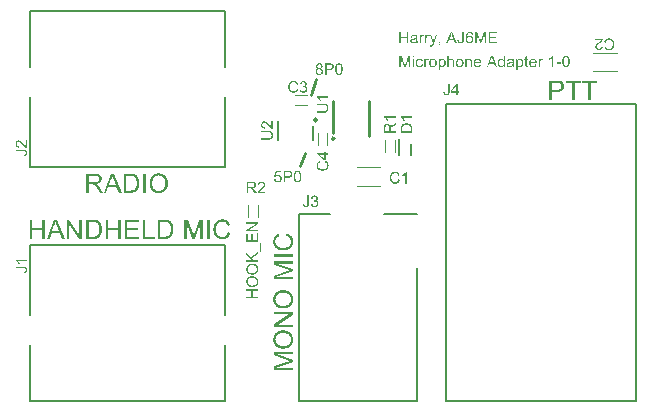
<source format=gto>
G04*
G04 #@! TF.GenerationSoftware,Altium Limited,Altium Designer,20.2.3 (150)*
G04*
G04 Layer_Color=65535*
%FSLAX25Y25*%
%MOIN*%
G70*
G04*
G04 #@! TF.SameCoordinates,D589E21F-5B4D-4C87-A750-38AF030900ED*
G04*
G04*
G04 #@! TF.FilePolarity,Positive*
G04*
G01*
G75*
%ADD10C,0.01000*%
%ADD11C,0.00394*%
%ADD12C,0.00787*%
%ADD13C,0.00591*%
%ADD14C,0.00197*%
%ADD15C,0.00800*%
%ADD16C,0.00600*%
%ADD17C,0.00500*%
G36*
X177089Y140438D02*
X174092D01*
X174094Y140436D01*
X174100Y140430D01*
X174108Y140422D01*
X174119Y140408D01*
X174133Y140391D01*
X174153Y140369D01*
X174172Y140344D01*
X174194Y140319D01*
X174216Y140286D01*
X174244Y140253D01*
X174269Y140217D01*
X174299Y140178D01*
X174327Y140134D01*
X174357Y140089D01*
X174418Y139989D01*
X174421Y139987D01*
X174427Y139978D01*
X174435Y139962D01*
X174443Y139942D01*
X174457Y139920D01*
X174474Y139892D01*
X174490Y139859D01*
X174510Y139826D01*
X174549Y139749D01*
X174587Y139665D01*
X174626Y139579D01*
X174660Y139496D01*
X174205D01*
X174202Y139502D01*
X174197Y139513D01*
X174186Y139535D01*
X174172Y139563D01*
X174155Y139596D01*
X174133Y139638D01*
X174108Y139682D01*
X174081Y139729D01*
X174047Y139782D01*
X174014Y139837D01*
X173936Y139953D01*
X173851Y140073D01*
X173756Y140186D01*
X173754Y140189D01*
X173745Y140200D01*
X173732Y140214D01*
X173712Y140233D01*
X173687Y140258D01*
X173660Y140286D01*
X173626Y140316D01*
X173593Y140350D01*
X173554Y140383D01*
X173513Y140419D01*
X173427Y140488D01*
X173335Y140552D01*
X173288Y140579D01*
X173241Y140604D01*
Y140909D01*
X177089D01*
Y140438D01*
D02*
G37*
G36*
X175565Y138480D02*
X175615D01*
X175671Y138477D01*
X175734Y138471D01*
X175801Y138466D01*
X175873Y138458D01*
X175947Y138449D01*
X176100Y138427D01*
X176177Y138411D01*
X176249Y138394D01*
X176321Y138372D01*
X176388Y138350D01*
X176391Y138347D01*
X176402Y138344D01*
X176421Y138336D01*
X176443Y138325D01*
X176474Y138308D01*
X176507Y138292D01*
X176543Y138269D01*
X176585Y138242D01*
X176629Y138211D01*
X176673Y138178D01*
X176718Y138139D01*
X176765Y138095D01*
X176812Y138048D01*
X176856Y137998D01*
X176900Y137940D01*
X176942Y137879D01*
X176945Y137876D01*
X176950Y137862D01*
X176961Y137843D01*
X176975Y137818D01*
X176992Y137782D01*
X177008Y137743D01*
X177028Y137693D01*
X177047Y137641D01*
X177067Y137577D01*
X177086Y137510D01*
X177103Y137438D01*
X177119Y137358D01*
X177133Y137272D01*
X177144Y137181D01*
X177150Y137086D01*
X177153Y136984D01*
Y136931D01*
X177150Y136895D01*
X177147Y136848D01*
X177141Y136796D01*
X177136Y136735D01*
X177130Y136671D01*
X177119Y136602D01*
X177108Y136530D01*
X177092Y136458D01*
X177075Y136383D01*
X177053Y136311D01*
X177028Y136236D01*
X177000Y136167D01*
X176967Y136100D01*
X176964Y136098D01*
X176959Y136087D01*
X176947Y136067D01*
X176934Y136045D01*
X176914Y136017D01*
X176889Y135984D01*
X176862Y135951D01*
X176831Y135912D01*
X176795Y135873D01*
X176754Y135832D01*
X176712Y135790D01*
X176662Y135751D01*
X176612Y135713D01*
X176554Y135677D01*
X176496Y135643D01*
X176432Y135613D01*
X176427Y135610D01*
X176416Y135607D01*
X176396Y135599D01*
X176369Y135591D01*
X176332Y135580D01*
X176288Y135569D01*
X176238Y135555D01*
X176180Y135541D01*
X176114Y135527D01*
X176042Y135513D01*
X175964Y135502D01*
X175878Y135491D01*
X175787Y135483D01*
X175687Y135474D01*
X175582Y135472D01*
X175471Y135469D01*
X173255D01*
Y135976D01*
X175468D01*
X175474D01*
X175490D01*
X175515D01*
X175549Y135978D01*
X175590D01*
X175637Y135981D01*
X175690Y135984D01*
X175748Y135987D01*
X175806Y135992D01*
X175867Y135998D01*
X175989Y136014D01*
X176047Y136026D01*
X176105Y136037D01*
X176158Y136050D01*
X176205Y136067D01*
X176208D01*
X176216Y136073D01*
X176227Y136078D01*
X176244Y136087D01*
X176263Y136095D01*
X176285Y136109D01*
X176338Y136142D01*
X176396Y136186D01*
X176427Y136211D01*
X176457Y136242D01*
X176488Y136272D01*
X176515Y136308D01*
X176543Y136344D01*
X176568Y136386D01*
Y136389D01*
X176574Y136397D01*
X176579Y136408D01*
X176587Y136427D01*
X176599Y136449D01*
X176610Y136474D01*
X176621Y136505D01*
X176632Y136541D01*
X176643Y136580D01*
X176654Y136621D01*
X176665Y136665D01*
X176676Y136715D01*
X176684Y136768D01*
X176690Y136823D01*
X176693Y136879D01*
X176695Y136940D01*
Y136965D01*
X176693Y136992D01*
Y137031D01*
X176687Y137078D01*
X176682Y137128D01*
X176673Y137186D01*
X176665Y137250D01*
X176651Y137314D01*
X176635Y137380D01*
X176612Y137447D01*
X176590Y137513D01*
X176560Y137577D01*
X176526Y137635D01*
X176488Y137690D01*
X176443Y137738D01*
X176441Y137740D01*
X176432Y137749D01*
X176416Y137760D01*
X176393Y137774D01*
X176363Y137793D01*
X176324Y137812D01*
X176280Y137834D01*
X176225Y137857D01*
X176164Y137879D01*
X176094Y137901D01*
X176014Y137920D01*
X175925Y137940D01*
X175826Y137953D01*
X175718Y137965D01*
X175599Y137973D01*
X175468Y137976D01*
X173255D01*
Y138483D01*
X175471D01*
X175474D01*
X175477D01*
X175485D01*
X175496D01*
X175510D01*
X175526D01*
X175565Y138480D01*
D02*
G37*
G36*
X205073Y133749D02*
X202076D01*
X202079Y133747D01*
X202084Y133741D01*
X202093Y133733D01*
X202104Y133719D01*
X202118Y133702D01*
X202137Y133680D01*
X202157Y133655D01*
X202179Y133630D01*
X202201Y133597D01*
X202229Y133564D01*
X202254Y133528D01*
X202284Y133489D01*
X202312Y133445D01*
X202342Y133400D01*
X202403Y133301D01*
X202406Y133298D01*
X202411Y133290D01*
X202420Y133273D01*
X202428Y133254D01*
X202442Y133231D01*
X202459Y133204D01*
X202475Y133170D01*
X202495Y133137D01*
X202533Y133060D01*
X202572Y132977D01*
X202611Y132891D01*
X202644Y132808D01*
X202190D01*
X202187Y132813D01*
X202182Y132824D01*
X202170Y132846D01*
X202157Y132874D01*
X202140Y132907D01*
X202118Y132949D01*
X202093Y132993D01*
X202065Y133040D01*
X202032Y133093D01*
X201999Y133148D01*
X201921Y133265D01*
X201835Y133384D01*
X201741Y133497D01*
X201738Y133500D01*
X201730Y133511D01*
X201716Y133525D01*
X201697Y133545D01*
X201672Y133569D01*
X201644Y133597D01*
X201611Y133628D01*
X201578Y133661D01*
X201539Y133694D01*
X201497Y133730D01*
X201411Y133799D01*
X201320Y133863D01*
X201273Y133891D01*
X201226Y133916D01*
Y134220D01*
X205073D01*
Y133749D01*
D02*
G37*
G36*
X203212Y131938D02*
X203248D01*
X203292Y131935D01*
X203342Y131932D01*
X203397Y131927D01*
X203456Y131921D01*
X203519Y131916D01*
X203650Y131896D01*
X203783Y131871D01*
X203913Y131838D01*
X203916D01*
X203927Y131833D01*
X203946Y131827D01*
X203968Y131819D01*
X203996Y131810D01*
X204029Y131797D01*
X204068Y131783D01*
X204107Y131766D01*
X204195Y131730D01*
X204290Y131683D01*
X204381Y131633D01*
X204469Y131575D01*
X204472Y131572D01*
X204478Y131567D01*
X204492Y131558D01*
X204505Y131547D01*
X204525Y131534D01*
X204547Y131514D01*
X204597Y131473D01*
X204652Y131420D01*
X204711Y131362D01*
X204766Y131295D01*
X204819Y131226D01*
Y131223D01*
X204824Y131218D01*
X204830Y131207D01*
X204838Y131193D01*
X204849Y131173D01*
X204860Y131151D01*
X204874Y131126D01*
X204888Y131099D01*
X204904Y131065D01*
X204921Y131032D01*
X204935Y130993D01*
X204952Y130955D01*
X204982Y130866D01*
X205010Y130769D01*
Y130766D01*
X205012Y130758D01*
X205015Y130741D01*
X205021Y130722D01*
X205024Y130697D01*
X205029Y130666D01*
X205035Y130630D01*
X205040Y130592D01*
X205048Y130547D01*
X205054Y130500D01*
X205060Y130450D01*
X205062Y130395D01*
X205068Y130340D01*
X205071Y130279D01*
X205073Y130154D01*
Y128772D01*
X201240D01*
Y130165D01*
X201242Y130201D01*
Y130245D01*
X201245Y130292D01*
Y130345D01*
X201254Y130456D01*
X201262Y130570D01*
X201270Y130625D01*
X201276Y130677D01*
X201284Y130727D01*
X201295Y130774D01*
Y130777D01*
X201298Y130788D01*
X201303Y130805D01*
X201309Y130830D01*
X201320Y130858D01*
X201331Y130891D01*
X201342Y130927D01*
X201359Y130968D01*
X201395Y131054D01*
X201445Y131148D01*
X201500Y131243D01*
X201533Y131290D01*
X201569Y131334D01*
X201572Y131337D01*
X201580Y131348D01*
X201597Y131365D01*
X201616Y131384D01*
X201641Y131409D01*
X201672Y131439D01*
X201708Y131470D01*
X201747Y131506D01*
X201794Y131542D01*
X201844Y131578D01*
X201896Y131617D01*
X201954Y131655D01*
X202018Y131691D01*
X202082Y131725D01*
X202154Y131758D01*
X202226Y131788D01*
X202231Y131791D01*
X202245Y131794D01*
X202265Y131802D01*
X202295Y131813D01*
X202334Y131824D01*
X202378Y131835D01*
X202431Y131849D01*
X202489Y131866D01*
X202553Y131880D01*
X202625Y131894D01*
X202699Y131905D01*
X202780Y131916D01*
X202863Y131927D01*
X202952Y131935D01*
X203043Y131938D01*
X203137Y131941D01*
X203143D01*
X203156D01*
X203179D01*
X203212Y131938D01*
D02*
G37*
G36*
X154916Y112445D02*
X154955Y112442D01*
X155002Y112439D01*
X155054Y112431D01*
X155115Y112423D01*
X155179Y112409D01*
X155248Y112392D01*
X155318Y112373D01*
X155392Y112348D01*
X155464Y112317D01*
X155536Y112281D01*
X155606Y112243D01*
X155672Y112196D01*
X155736Y112140D01*
X155739Y112137D01*
X155750Y112126D01*
X155766Y112110D01*
X155786Y112085D01*
X155811Y112057D01*
X155838Y112021D01*
X155869Y111979D01*
X155899Y111932D01*
X155927Y111880D01*
X155957Y111821D01*
X155985Y111758D01*
X156010Y111691D01*
X156029Y111619D01*
X156046Y111545D01*
X156057Y111464D01*
X156060Y111381D01*
Y111378D01*
Y111370D01*
Y111359D01*
Y111342D01*
X156057Y111320D01*
X156054Y111298D01*
X156052Y111270D01*
X156049Y111240D01*
X156038Y111171D01*
X156021Y111093D01*
X155996Y111013D01*
X155966Y110930D01*
Y110927D01*
X155960Y110918D01*
X155955Y110907D01*
X155946Y110891D01*
X155938Y110871D01*
X155924Y110846D01*
X155910Y110819D01*
X155891Y110788D01*
X155872Y110755D01*
X155849Y110719D01*
X155794Y110639D01*
X155764Y110597D01*
X155730Y110553D01*
X155692Y110509D01*
X155653Y110461D01*
X155650Y110459D01*
X155642Y110450D01*
X155631Y110436D01*
X155611Y110417D01*
X155586Y110392D01*
X155556Y110362D01*
X155523Y110326D01*
X155481Y110284D01*
X155434Y110240D01*
X155378Y110190D01*
X155320Y110135D01*
X155254Y110074D01*
X155182Y110010D01*
X155104Y109941D01*
X155018Y109866D01*
X154927Y109788D01*
X154921Y109786D01*
X154908Y109772D01*
X154888Y109755D01*
X154860Y109730D01*
X154824Y109703D01*
X154788Y109669D01*
X154747Y109633D01*
X154703Y109594D01*
X154609Y109514D01*
X154564Y109473D01*
X154520Y109434D01*
X154478Y109395D01*
X154442Y109362D01*
X154409Y109331D01*
X154384Y109304D01*
X154379Y109298D01*
X154365Y109281D01*
X154343Y109256D01*
X154315Y109226D01*
X154284Y109187D01*
X154251Y109146D01*
X154218Y109099D01*
X154187Y109052D01*
X156065D01*
Y108600D01*
X153534D01*
Y108603D01*
Y108608D01*
Y108617D01*
Y108628D01*
Y108644D01*
X153536Y108661D01*
X153539Y108705D01*
X153545Y108752D01*
X153553Y108808D01*
X153567Y108866D01*
X153586Y108924D01*
Y108927D01*
X153592Y108935D01*
X153597Y108949D01*
X153606Y108968D01*
X153614Y108993D01*
X153628Y109021D01*
X153645Y109052D01*
X153661Y109085D01*
X153681Y109124D01*
X153706Y109162D01*
X153758Y109248D01*
X153822Y109340D01*
X153897Y109434D01*
X153899Y109437D01*
X153908Y109445D01*
X153919Y109459D01*
X153935Y109478D01*
X153957Y109503D01*
X153985Y109531D01*
X154016Y109564D01*
X154054Y109600D01*
X154096Y109642D01*
X154140Y109686D01*
X154190Y109733D01*
X154246Y109786D01*
X154306Y109838D01*
X154370Y109894D01*
X154439Y109952D01*
X154511Y110013D01*
X154514Y110015D01*
X154520Y110018D01*
X154528Y110027D01*
X154539Y110035D01*
X154553Y110049D01*
X154570Y110063D01*
X154611Y110099D01*
X154664Y110140D01*
X154719Y110193D01*
X154783Y110248D01*
X154850Y110309D01*
X154921Y110373D01*
X154991Y110439D01*
X155063Y110506D01*
X155129Y110575D01*
X155196Y110642D01*
X155254Y110705D01*
X155309Y110769D01*
X155354Y110827D01*
X155356Y110830D01*
X155362Y110841D01*
X155373Y110857D01*
X155390Y110877D01*
X155406Y110905D01*
X155423Y110935D01*
X155445Y110971D01*
X155464Y111010D01*
X155484Y111051D01*
X155506Y111096D01*
X155542Y111193D01*
X155556Y111243D01*
X155567Y111292D01*
X155572Y111342D01*
X155575Y111392D01*
Y111395D01*
Y111406D01*
Y111420D01*
X155572Y111439D01*
X155570Y111464D01*
X155564Y111492D01*
X155559Y111522D01*
X155550Y111556D01*
X155539Y111592D01*
X155525Y111630D01*
X155509Y111669D01*
X155489Y111708D01*
X155467Y111749D01*
X155439Y111788D01*
X155409Y111827D01*
X155373Y111863D01*
X155370Y111866D01*
X155365Y111871D01*
X155354Y111880D01*
X155337Y111893D01*
X155318Y111907D01*
X155293Y111924D01*
X155265Y111943D01*
X155235Y111960D01*
X155199Y111979D01*
X155160Y111996D01*
X155115Y112013D01*
X155071Y112027D01*
X155021Y112040D01*
X154969Y112049D01*
X154913Y112054D01*
X154855Y112057D01*
X154822D01*
X154800Y112054D01*
X154769Y112051D01*
X154736Y112046D01*
X154700Y112040D01*
X154658Y112032D01*
X154617Y112021D01*
X154572Y112007D01*
X154528Y111990D01*
X154481Y111971D01*
X154437Y111946D01*
X154392Y111918D01*
X154348Y111888D01*
X154309Y111852D01*
X154306Y111849D01*
X154301Y111844D01*
X154290Y111830D01*
X154279Y111816D01*
X154262Y111794D01*
X154246Y111769D01*
X154226Y111738D01*
X154210Y111705D01*
X154190Y111669D01*
X154171Y111625D01*
X154154Y111581D01*
X154138Y111531D01*
X154127Y111475D01*
X154115Y111417D01*
X154110Y111356D01*
X154107Y111290D01*
X153622Y111339D01*
Y111342D01*
Y111345D01*
X153625Y111353D01*
Y111364D01*
X153628Y111392D01*
X153636Y111428D01*
X153645Y111472D01*
X153656Y111525D01*
X153670Y111583D01*
X153686Y111644D01*
X153708Y111711D01*
X153733Y111777D01*
X153764Y111846D01*
X153800Y111916D01*
X153838Y111982D01*
X153885Y112046D01*
X153935Y112107D01*
X153993Y112162D01*
X153996Y112165D01*
X154007Y112173D01*
X154027Y112190D01*
X154052Y112206D01*
X154085Y112229D01*
X154124Y112254D01*
X154171Y112279D01*
X154224Y112306D01*
X154284Y112331D01*
X154348Y112356D01*
X154420Y112381D01*
X154498Y112403D01*
X154581Y112423D01*
X154669Y112436D01*
X154764Y112445D01*
X154863Y112448D01*
X154888D01*
X154916Y112445D01*
D02*
G37*
G36*
X151706Y112431D02*
X151750D01*
X151800Y112428D01*
X151852Y112425D01*
X151913Y112420D01*
X151974Y112414D01*
X152038Y112409D01*
X152168Y112389D01*
X152229Y112378D01*
X152290Y112364D01*
X152348Y112348D01*
X152401Y112328D01*
X152404D01*
X152412Y112323D01*
X152426Y112317D01*
X152445Y112309D01*
X152467Y112298D01*
X152492Y112281D01*
X152523Y112265D01*
X152553Y112245D01*
X152586Y112220D01*
X152622Y112196D01*
X152658Y112165D01*
X152694Y112132D01*
X152728Y112093D01*
X152764Y112054D01*
X152797Y112010D01*
X152827Y111963D01*
X152830Y111960D01*
X152836Y111952D01*
X152841Y111938D01*
X152852Y111918D01*
X152863Y111893D01*
X152877Y111863D01*
X152894Y111830D01*
X152908Y111794D01*
X152922Y111752D01*
X152938Y111708D01*
X152952Y111661D01*
X152963Y111611D01*
X152974Y111558D01*
X152982Y111503D01*
X152985Y111445D01*
X152988Y111387D01*
Y111381D01*
Y111370D01*
X152985Y111348D01*
Y111317D01*
X152980Y111284D01*
X152974Y111243D01*
X152966Y111198D01*
X152955Y111148D01*
X152941Y111096D01*
X152924Y111040D01*
X152902Y110982D01*
X152877Y110924D01*
X152847Y110866D01*
X152811Y110810D01*
X152769Y110752D01*
X152722Y110700D01*
X152719Y110697D01*
X152711Y110689D01*
X152694Y110675D01*
X152672Y110655D01*
X152645Y110633D01*
X152609Y110608D01*
X152570Y110581D01*
X152523Y110550D01*
X152467Y110520D01*
X152409Y110489D01*
X152340Y110461D01*
X152268Y110431D01*
X152188Y110406D01*
X152102Y110381D01*
X152007Y110362D01*
X151908Y110345D01*
X151910D01*
X151916Y110340D01*
X151927Y110337D01*
X151941Y110328D01*
X151958Y110320D01*
X151977Y110309D01*
X152021Y110284D01*
X152071Y110257D01*
X152121Y110223D01*
X152168Y110190D01*
X152212Y110154D01*
X152215Y110151D01*
X152224Y110146D01*
X152235Y110132D01*
X152251Y110118D01*
X152271Y110096D01*
X152293Y110074D01*
X152321Y110046D01*
X152348Y110013D01*
X152379Y109977D01*
X152412Y109938D01*
X152448Y109896D01*
X152484Y109852D01*
X152520Y109802D01*
X152559Y109752D01*
X152634Y109642D01*
X153296Y108600D01*
X152661D01*
X152154Y109398D01*
X152152Y109400D01*
X152143Y109412D01*
X152132Y109431D01*
X152118Y109453D01*
X152099Y109484D01*
X152077Y109517D01*
X152052Y109553D01*
X152027Y109592D01*
X151969Y109678D01*
X151908Y109766D01*
X151847Y109849D01*
X151816Y109888D01*
X151789Y109924D01*
X151786Y109927D01*
X151783Y109932D01*
X151775Y109941D01*
X151764Y109955D01*
X151736Y109988D01*
X151703Y110027D01*
X151661Y110068D01*
X151620Y110112D01*
X151575Y110151D01*
X151531Y110182D01*
X151525Y110184D01*
X151512Y110193D01*
X151489Y110207D01*
X151459Y110221D01*
X151426Y110237D01*
X151387Y110257D01*
X151345Y110270D01*
X151301Y110284D01*
X151298D01*
X151285Y110287D01*
X151262Y110290D01*
X151235Y110295D01*
X151196Y110298D01*
X151146Y110301D01*
X151088Y110303D01*
X150431D01*
Y108600D01*
X149924D01*
Y112434D01*
X151672D01*
X151706Y112431D01*
D02*
G37*
G36*
X76695Y123700D02*
X76692D01*
X76687D01*
X76678D01*
X76667D01*
X76651D01*
X76634Y123702D01*
X76590Y123705D01*
X76543Y123711D01*
X76487Y123719D01*
X76429Y123733D01*
X76371Y123752D01*
X76368D01*
X76360Y123758D01*
X76346Y123763D01*
X76327Y123772D01*
X76302Y123780D01*
X76274Y123794D01*
X76244Y123810D01*
X76210Y123827D01*
X76171Y123846D01*
X76133Y123871D01*
X76047Y123924D01*
X75955Y123988D01*
X75861Y124063D01*
X75858Y124065D01*
X75850Y124074D01*
X75836Y124085D01*
X75817Y124101D01*
X75792Y124123D01*
X75764Y124151D01*
X75731Y124182D01*
X75695Y124220D01*
X75653Y124262D01*
X75609Y124306D01*
X75562Y124356D01*
X75510Y124411D01*
X75457Y124472D01*
X75402Y124536D01*
X75343Y124605D01*
X75282Y124677D01*
X75280Y124680D01*
X75277Y124686D01*
X75269Y124694D01*
X75260Y124705D01*
X75246Y124719D01*
X75232Y124736D01*
X75196Y124777D01*
X75155Y124830D01*
X75102Y124885D01*
X75047Y124949D01*
X74986Y125015D01*
X74922Y125087D01*
X74856Y125157D01*
X74789Y125229D01*
X74720Y125295D01*
X74654Y125362D01*
X74590Y125420D01*
X74526Y125475D01*
X74468Y125520D01*
X74465Y125522D01*
X74454Y125528D01*
X74437Y125539D01*
X74418Y125556D01*
X74390Y125572D01*
X74360Y125589D01*
X74324Y125611D01*
X74285Y125630D01*
X74244Y125650D01*
X74199Y125672D01*
X74102Y125708D01*
X74053Y125722D01*
X74003Y125733D01*
X73953Y125738D01*
X73903Y125741D01*
X73900D01*
X73889D01*
X73875D01*
X73856Y125738D01*
X73831Y125736D01*
X73803Y125730D01*
X73773Y125724D01*
X73739Y125716D01*
X73703Y125705D01*
X73665Y125691D01*
X73626Y125675D01*
X73587Y125655D01*
X73546Y125633D01*
X73507Y125605D01*
X73468Y125575D01*
X73432Y125539D01*
X73429Y125536D01*
X73424Y125531D01*
X73415Y125520D01*
X73401Y125503D01*
X73388Y125484D01*
X73371Y125459D01*
X73352Y125431D01*
X73335Y125400D01*
X73316Y125364D01*
X73299Y125326D01*
X73282Y125281D01*
X73269Y125237D01*
X73255Y125187D01*
X73246Y125135D01*
X73241Y125079D01*
X73238Y125021D01*
Y124988D01*
X73241Y124966D01*
X73244Y124935D01*
X73249Y124902D01*
X73255Y124866D01*
X73263Y124824D01*
X73274Y124783D01*
X73288Y124738D01*
X73305Y124694D01*
X73324Y124647D01*
X73349Y124603D01*
X73377Y124558D01*
X73407Y124514D01*
X73443Y124475D01*
X73446Y124472D01*
X73451Y124467D01*
X73465Y124456D01*
X73479Y124445D01*
X73501Y124428D01*
X73526Y124411D01*
X73557Y124392D01*
X73590Y124375D01*
X73626Y124356D01*
X73670Y124337D01*
X73715Y124320D01*
X73764Y124303D01*
X73820Y124292D01*
X73878Y124281D01*
X73939Y124276D01*
X74005Y124273D01*
X73956Y123788D01*
X73953D01*
X73950D01*
X73942Y123791D01*
X73931D01*
X73903Y123794D01*
X73867Y123802D01*
X73823Y123810D01*
X73770Y123821D01*
X73712Y123835D01*
X73651Y123852D01*
X73584Y123874D01*
X73518Y123899D01*
X73449Y123930D01*
X73379Y123966D01*
X73313Y124004D01*
X73249Y124051D01*
X73188Y124101D01*
X73133Y124159D01*
X73130Y124162D01*
X73122Y124173D01*
X73105Y124193D01*
X73089Y124218D01*
X73066Y124251D01*
X73041Y124290D01*
X73017Y124337D01*
X72989Y124389D01*
X72964Y124450D01*
X72939Y124514D01*
X72914Y124586D01*
X72892Y124664D01*
X72873Y124747D01*
X72859Y124835D01*
X72850Y124929D01*
X72847Y125029D01*
Y125054D01*
X72850Y125082D01*
X72853Y125121D01*
X72856Y125168D01*
X72864Y125220D01*
X72873Y125281D01*
X72886Y125345D01*
X72903Y125414D01*
X72922Y125484D01*
X72947Y125558D01*
X72978Y125630D01*
X73014Y125702D01*
X73053Y125772D01*
X73100Y125838D01*
X73155Y125902D01*
X73158Y125905D01*
X73169Y125916D01*
X73185Y125932D01*
X73210Y125952D01*
X73238Y125977D01*
X73274Y126004D01*
X73316Y126035D01*
X73363Y126065D01*
X73415Y126093D01*
X73474Y126123D01*
X73537Y126151D01*
X73604Y126176D01*
X73676Y126195D01*
X73751Y126212D01*
X73831Y126223D01*
X73914Y126226D01*
X73917D01*
X73925D01*
X73936D01*
X73953D01*
X73975Y126223D01*
X73997Y126220D01*
X74025Y126217D01*
X74055Y126215D01*
X74124Y126204D01*
X74202Y126187D01*
X74282Y126162D01*
X74366Y126132D01*
X74368D01*
X74377Y126126D01*
X74388Y126121D01*
X74404Y126112D01*
X74424Y126104D01*
X74449Y126090D01*
X74476Y126076D01*
X74507Y126057D01*
X74540Y126038D01*
X74576Y126015D01*
X74656Y125960D01*
X74698Y125929D01*
X74742Y125896D01*
X74787Y125857D01*
X74834Y125819D01*
X74836Y125816D01*
X74845Y125808D01*
X74859Y125796D01*
X74878Y125777D01*
X74903Y125752D01*
X74933Y125722D01*
X74969Y125689D01*
X75011Y125647D01*
X75055Y125600D01*
X75105Y125544D01*
X75160Y125486D01*
X75221Y125420D01*
X75285Y125348D01*
X75354Y125270D01*
X75429Y125184D01*
X75507Y125093D01*
X75510Y125087D01*
X75523Y125074D01*
X75540Y125054D01*
X75565Y125026D01*
X75593Y124990D01*
X75626Y124954D01*
X75662Y124913D01*
X75701Y124869D01*
X75781Y124774D01*
X75823Y124730D01*
X75861Y124686D01*
X75900Y124644D01*
X75933Y124608D01*
X75964Y124575D01*
X75991Y124550D01*
X75997Y124545D01*
X76014Y124531D01*
X76039Y124508D01*
X76069Y124481D01*
X76108Y124450D01*
X76149Y124417D01*
X76196Y124384D01*
X76244Y124353D01*
Y126231D01*
X76695D01*
Y123700D01*
D02*
G37*
G36*
X75554Y123118D02*
X75593D01*
X75640Y123115D01*
X75692Y123110D01*
X75748Y123107D01*
X75806Y123099D01*
X75867Y123093D01*
X75991Y123071D01*
X76052Y123057D01*
X76111Y123040D01*
X76166Y123024D01*
X76219Y123002D01*
X76221D01*
X76230Y122996D01*
X76244Y122991D01*
X76263Y122979D01*
X76285Y122968D01*
X76310Y122952D01*
X76338Y122932D01*
X76368Y122913D01*
X76399Y122888D01*
X76432Y122860D01*
X76465Y122830D01*
X76498Y122797D01*
X76532Y122761D01*
X76562Y122722D01*
X76593Y122680D01*
X76620Y122633D01*
X76623Y122630D01*
X76626Y122622D01*
X76634Y122608D01*
X76642Y122589D01*
X76653Y122564D01*
X76665Y122536D01*
X76676Y122503D01*
X76689Y122464D01*
X76703Y122423D01*
X76714Y122378D01*
X76726Y122328D01*
X76737Y122279D01*
X76745Y122223D01*
X76753Y122165D01*
X76756Y122107D01*
X76759Y122043D01*
Y122021D01*
X76756Y121996D01*
X76753Y121960D01*
X76750Y121918D01*
X76742Y121869D01*
X76734Y121813D01*
X76723Y121755D01*
X76706Y121694D01*
X76689Y121630D01*
X76665Y121567D01*
X76637Y121503D01*
X76604Y121439D01*
X76565Y121378D01*
X76521Y121320D01*
X76471Y121268D01*
X76468Y121265D01*
X76457Y121256D01*
X76440Y121243D01*
X76415Y121226D01*
X76385Y121207D01*
X76349Y121184D01*
X76305Y121160D01*
X76255Y121137D01*
X76196Y121112D01*
X76133Y121088D01*
X76061Y121068D01*
X75983Y121049D01*
X75900Y121032D01*
X75809Y121021D01*
X75712Y121013D01*
X75609D01*
X75546Y121470D01*
X75551D01*
X75565D01*
X75587Y121473D01*
X75617Y121475D01*
X75653Y121478D01*
X75692Y121484D01*
X75737Y121489D01*
X75787Y121497D01*
X75886Y121517D01*
X75986Y121545D01*
X76030Y121564D01*
X76075Y121583D01*
X76113Y121608D01*
X76147Y121633D01*
X76149Y121636D01*
X76152Y121639D01*
X76161Y121650D01*
X76171Y121661D01*
X76183Y121675D01*
X76196Y121694D01*
X76213Y121713D01*
X76227Y121738D01*
X76241Y121766D01*
X76257Y121797D01*
X76271Y121830D01*
X76282Y121866D01*
X76293Y121907D01*
X76299Y121949D01*
X76305Y121993D01*
X76307Y122040D01*
Y122060D01*
X76305Y122074D01*
Y122090D01*
X76302Y122110D01*
X76296Y122154D01*
X76285Y122204D01*
X76271Y122259D01*
X76249Y122317D01*
X76221Y122370D01*
Y122373D01*
X76216Y122376D01*
X76205Y122392D01*
X76185Y122417D01*
X76158Y122445D01*
X76124Y122478D01*
X76083Y122509D01*
X76036Y122539D01*
X75983Y122561D01*
X75980D01*
X75975Y122564D01*
X75967Y122567D01*
X75955Y122570D01*
X75939Y122572D01*
X75920Y122578D01*
X75894Y122583D01*
X75867Y122589D01*
X75836Y122592D01*
X75800Y122597D01*
X75762Y122603D01*
X75717Y122606D01*
X75670Y122608D01*
X75620Y122611D01*
X75565Y122614D01*
X75504D01*
X72861D01*
Y123121D01*
X75473D01*
X75479D01*
X75496D01*
X75521D01*
X75554Y123118D01*
D02*
G37*
G36*
X158585Y130066D02*
X158582D01*
X158577D01*
X158568D01*
X158557D01*
X158540D01*
X158524Y130069D01*
X158480Y130072D01*
X158432Y130077D01*
X158377Y130086D01*
X158319Y130100D01*
X158261Y130119D01*
X158258D01*
X158250Y130124D01*
X158236Y130130D01*
X158216Y130138D01*
X158192Y130147D01*
X158164Y130160D01*
X158133Y130177D01*
X158100Y130194D01*
X158061Y130213D01*
X158022Y130238D01*
X157937Y130291D01*
X157845Y130354D01*
X157751Y130429D01*
X157748Y130432D01*
X157740Y130440D01*
X157726Y130451D01*
X157707Y130468D01*
X157682Y130490D01*
X157654Y130518D01*
X157621Y130548D01*
X157585Y130587D01*
X157543Y130629D01*
X157499Y130673D01*
X157452Y130723D01*
X157399Y130778D01*
X157347Y130839D01*
X157291Y130903D01*
X157233Y130972D01*
X157172Y131044D01*
X157169Y131047D01*
X157167Y131052D01*
X157158Y131061D01*
X157150Y131072D01*
X157136Y131086D01*
X157122Y131102D01*
X157086Y131144D01*
X157045Y131196D01*
X156992Y131252D01*
X156937Y131316D01*
X156876Y131382D01*
X156812Y131454D01*
X156746Y131523D01*
X156679Y131595D01*
X156610Y131662D01*
X156543Y131728D01*
X156480Y131787D01*
X156416Y131842D01*
X156358Y131886D01*
X156355Y131889D01*
X156344Y131895D01*
X156327Y131906D01*
X156308Y131922D01*
X156280Y131939D01*
X156250Y131956D01*
X156214Y131978D01*
X156175Y131997D01*
X156133Y132016D01*
X156089Y132039D01*
X155992Y132075D01*
X155942Y132088D01*
X155892Y132099D01*
X155842Y132105D01*
X155793Y132108D01*
X155790D01*
X155779D01*
X155765D01*
X155746Y132105D01*
X155721Y132102D01*
X155693Y132097D01*
X155663Y132091D01*
X155629Y132083D01*
X155593Y132072D01*
X155554Y132058D01*
X155516Y132041D01*
X155477Y132022D01*
X155435Y132000D01*
X155397Y131972D01*
X155358Y131942D01*
X155322Y131906D01*
X155319Y131903D01*
X155313Y131897D01*
X155305Y131886D01*
X155291Y131870D01*
X155277Y131850D01*
X155261Y131825D01*
X155241Y131798D01*
X155225Y131767D01*
X155205Y131731D01*
X155189Y131692D01*
X155172Y131648D01*
X155158Y131604D01*
X155145Y131554D01*
X155136Y131501D01*
X155131Y131446D01*
X155128Y131388D01*
Y131354D01*
X155131Y131332D01*
X155133Y131302D01*
X155139Y131269D01*
X155145Y131233D01*
X155153Y131191D01*
X155164Y131149D01*
X155178Y131105D01*
X155194Y131061D01*
X155214Y131014D01*
X155239Y130969D01*
X155266Y130925D01*
X155297Y130881D01*
X155333Y130842D01*
X155336Y130839D01*
X155341Y130834D01*
X155355Y130823D01*
X155369Y130811D01*
X155391Y130795D01*
X155416Y130778D01*
X155446Y130759D01*
X155480Y130742D01*
X155516Y130723D01*
X155560Y130703D01*
X155604Y130687D01*
X155654Y130670D01*
X155710Y130659D01*
X155768Y130648D01*
X155829Y130642D01*
X155895Y130640D01*
X155845Y130155D01*
X155842D01*
X155840D01*
X155831Y130158D01*
X155820D01*
X155793Y130160D01*
X155757Y130169D01*
X155712Y130177D01*
X155660Y130188D01*
X155602Y130202D01*
X155541Y130219D01*
X155474Y130241D01*
X155408Y130266D01*
X155338Y130296D01*
X155269Y130332D01*
X155203Y130371D01*
X155139Y130418D01*
X155078Y130468D01*
X155023Y130526D01*
X155020Y130529D01*
X155011Y130540D01*
X154995Y130559D01*
X154978Y130584D01*
X154956Y130618D01*
X154931Y130656D01*
X154906Y130703D01*
X154879Y130756D01*
X154854Y130817D01*
X154829Y130881D01*
X154804Y130953D01*
X154782Y131030D01*
X154762Y131113D01*
X154748Y131202D01*
X154740Y131296D01*
X154737Y131396D01*
Y131421D01*
X154740Y131449D01*
X154743Y131487D01*
X154746Y131534D01*
X154754Y131587D01*
X154762Y131648D01*
X154776Y131712D01*
X154793Y131781D01*
X154812Y131850D01*
X154837Y131925D01*
X154867Y131997D01*
X154903Y132069D01*
X154942Y132138D01*
X154989Y132205D01*
X155045Y132269D01*
X155048Y132271D01*
X155059Y132282D01*
X155075Y132299D01*
X155100Y132318D01*
X155128Y132343D01*
X155164Y132371D01*
X155205Y132401D01*
X155253Y132432D01*
X155305Y132460D01*
X155363Y132490D01*
X155427Y132518D01*
X155493Y132543D01*
X155566Y132562D01*
X155640Y132579D01*
X155721Y132590D01*
X155804Y132593D01*
X155807D01*
X155815D01*
X155826D01*
X155842D01*
X155865Y132590D01*
X155887Y132587D01*
X155914Y132584D01*
X155945Y132581D01*
X156014Y132570D01*
X156092Y132554D01*
X156172Y132529D01*
X156255Y132498D01*
X156258D01*
X156266Y132493D01*
X156277Y132487D01*
X156294Y132479D01*
X156313Y132471D01*
X156338Y132457D01*
X156366Y132443D01*
X156396Y132424D01*
X156430Y132404D01*
X156466Y132382D01*
X156546Y132327D01*
X156588Y132296D01*
X156632Y132263D01*
X156676Y132224D01*
X156723Y132185D01*
X156726Y132183D01*
X156735Y132174D01*
X156748Y132163D01*
X156768Y132144D01*
X156793Y132119D01*
X156823Y132088D01*
X156859Y132055D01*
X156901Y132014D01*
X156945Y131966D01*
X156995Y131911D01*
X157050Y131853D01*
X157111Y131787D01*
X157175Y131714D01*
X157244Y131637D01*
X157319Y131551D01*
X157396Y131460D01*
X157399Y131454D01*
X157413Y131440D01*
X157430Y131421D01*
X157455Y131393D01*
X157482Y131357D01*
X157516Y131321D01*
X157552Y131280D01*
X157590Y131235D01*
X157671Y131141D01*
X157712Y131097D01*
X157751Y131052D01*
X157790Y131011D01*
X157823Y130975D01*
X157853Y130942D01*
X157881Y130917D01*
X157887Y130911D01*
X157903Y130897D01*
X157928Y130875D01*
X157959Y130848D01*
X157998Y130817D01*
X158039Y130784D01*
X158086Y130751D01*
X158133Y130720D01*
Y132598D01*
X158585D01*
Y130066D01*
D02*
G37*
G36*
X157061Y129468D02*
X157111D01*
X157167Y129465D01*
X157230Y129460D01*
X157297Y129454D01*
X157369Y129446D01*
X157444Y129437D01*
X157596Y129415D01*
X157674Y129399D01*
X157746Y129382D01*
X157817Y129360D01*
X157884Y129338D01*
X157887Y129335D01*
X157898Y129332D01*
X157917Y129324D01*
X157939Y129313D01*
X157970Y129296D01*
X158003Y129280D01*
X158039Y129258D01*
X158081Y129230D01*
X158125Y129199D01*
X158169Y129166D01*
X158214Y129127D01*
X158261Y129083D01*
X158308Y129036D01*
X158352Y128986D01*
X158396Y128928D01*
X158438Y128867D01*
X158441Y128864D01*
X158446Y128850D01*
X158457Y128831D01*
X158471Y128806D01*
X158488Y128770D01*
X158504Y128731D01*
X158524Y128681D01*
X158543Y128629D01*
X158563Y128565D01*
X158582Y128498D01*
X158599Y128427D01*
X158615Y128346D01*
X158629Y128260D01*
X158640Y128169D01*
X158646Y128075D01*
X158649Y127972D01*
Y127920D01*
X158646Y127884D01*
X158643Y127837D01*
X158637Y127784D01*
X158632Y127723D01*
X158626Y127659D01*
X158615Y127590D01*
X158604Y127518D01*
X158588Y127446D01*
X158571Y127371D01*
X158549Y127299D01*
X158524Y127224D01*
X158496Y127155D01*
X158463Y127089D01*
X158460Y127086D01*
X158455Y127075D01*
X158444Y127055D01*
X158430Y127033D01*
X158410Y127006D01*
X158385Y126972D01*
X158358Y126939D01*
X158327Y126900D01*
X158291Y126861D01*
X158250Y126820D01*
X158208Y126778D01*
X158158Y126740D01*
X158108Y126701D01*
X158050Y126665D01*
X157992Y126631D01*
X157928Y126601D01*
X157923Y126598D01*
X157912Y126595D01*
X157892Y126587D01*
X157865Y126579D01*
X157829Y126568D01*
X157784Y126557D01*
X157734Y126543D01*
X157676Y126529D01*
X157610Y126515D01*
X157538Y126501D01*
X157460Y126490D01*
X157374Y126479D01*
X157283Y126471D01*
X157183Y126463D01*
X157078Y126460D01*
X156967Y126457D01*
X154751D01*
Y126964D01*
X156964D01*
X156970D01*
X156986D01*
X157011D01*
X157045Y126967D01*
X157086D01*
X157133Y126970D01*
X157186Y126972D01*
X157244Y126975D01*
X157302Y126980D01*
X157363Y126986D01*
X157485Y127003D01*
X157543Y127014D01*
X157601Y127025D01*
X157654Y127039D01*
X157701Y127055D01*
X157704D01*
X157712Y127061D01*
X157723Y127066D01*
X157740Y127075D01*
X157759Y127083D01*
X157782Y127097D01*
X157834Y127130D01*
X157892Y127174D01*
X157923Y127199D01*
X157953Y127230D01*
X157984Y127260D01*
X158011Y127296D01*
X158039Y127332D01*
X158064Y127374D01*
Y127377D01*
X158070Y127385D01*
X158075Y127396D01*
X158083Y127415D01*
X158095Y127438D01*
X158106Y127462D01*
X158117Y127493D01*
X158128Y127529D01*
X158139Y127568D01*
X158150Y127609D01*
X158161Y127654D01*
X158172Y127703D01*
X158180Y127756D01*
X158186Y127812D01*
X158189Y127867D01*
X158192Y127928D01*
Y127953D01*
X158189Y127980D01*
Y128019D01*
X158183Y128066D01*
X158178Y128116D01*
X158169Y128174D01*
X158161Y128238D01*
X158147Y128302D01*
X158131Y128368D01*
X158108Y128435D01*
X158086Y128501D01*
X158056Y128565D01*
X158022Y128623D01*
X157984Y128679D01*
X157939Y128726D01*
X157937Y128728D01*
X157928Y128737D01*
X157912Y128748D01*
X157890Y128762D01*
X157859Y128781D01*
X157820Y128800D01*
X157776Y128823D01*
X157721Y128845D01*
X157660Y128867D01*
X157590Y128889D01*
X157510Y128909D01*
X157421Y128928D01*
X157322Y128942D01*
X157214Y128953D01*
X157095Y128961D01*
X156964Y128964D01*
X154751D01*
Y129471D01*
X156967D01*
X156970D01*
X156973D01*
X156981D01*
X156992D01*
X157006D01*
X157023D01*
X157061Y129468D01*
D02*
G37*
G36*
X270700Y160247D02*
X270741D01*
X270794Y160241D01*
X270855Y160236D01*
X270924Y160228D01*
X270996Y160219D01*
X271077Y160205D01*
X271157Y160189D01*
X271243Y160167D01*
X271326Y160144D01*
X271409Y160114D01*
X271492Y160081D01*
X271572Y160042D01*
X271647Y159998D01*
X271653Y159995D01*
X271664Y159986D01*
X271683Y159970D01*
X271711Y159950D01*
X271744Y159925D01*
X271780Y159892D01*
X271822Y159856D01*
X271866Y159812D01*
X271913Y159762D01*
X271960Y159710D01*
X272010Y159649D01*
X272060Y159585D01*
X272107Y159513D01*
X272154Y159438D01*
X272199Y159355D01*
X272237Y159269D01*
Y159266D01*
X272240Y159264D01*
X272246Y159247D01*
X272257Y159222D01*
X272268Y159186D01*
X272284Y159142D01*
X272301Y159089D01*
X272320Y159028D01*
X272337Y158962D01*
X272356Y158887D01*
X272376Y158807D01*
X272392Y158723D01*
X272409Y158632D01*
X272420Y158541D01*
X272431Y158444D01*
X272437Y158344D01*
X272439Y158241D01*
Y158239D01*
Y158233D01*
Y158225D01*
Y158214D01*
Y158200D01*
X272437Y158183D01*
Y158142D01*
X272431Y158089D01*
X272428Y158028D01*
X272420Y157959D01*
X272412Y157884D01*
X272398Y157807D01*
X272384Y157723D01*
X272365Y157635D01*
X272342Y157546D01*
X272318Y157457D01*
X272287Y157369D01*
X272251Y157283D01*
X272212Y157197D01*
X272210Y157192D01*
X272201Y157178D01*
X272187Y157156D01*
X272171Y157122D01*
X272146Y157086D01*
X272118Y157045D01*
X272082Y156995D01*
X272043Y156945D01*
X272002Y156892D01*
X271952Y156834D01*
X271899Y156779D01*
X271841Y156723D01*
X271777Y156668D01*
X271711Y156615D01*
X271639Y156565D01*
X271561Y156518D01*
X271556Y156516D01*
X271542Y156507D01*
X271520Y156496D01*
X271487Y156482D01*
X271448Y156463D01*
X271401Y156444D01*
X271345Y156424D01*
X271287Y156402D01*
X271221Y156380D01*
X271149Y156361D01*
X271071Y156338D01*
X270991Y156322D01*
X270905Y156308D01*
X270816Y156297D01*
X270725Y156289D01*
X270631Y156286D01*
X270592D01*
X270575Y156289D01*
X270534Y156291D01*
X270484Y156294D01*
X270428Y156302D01*
X270365Y156311D01*
X270293Y156322D01*
X270218Y156338D01*
X270140Y156358D01*
X270060Y156380D01*
X269980Y156410D01*
X269899Y156444D01*
X269816Y156482D01*
X269739Y156527D01*
X269664Y156579D01*
X269658Y156582D01*
X269647Y156593D01*
X269625Y156610D01*
X269600Y156635D01*
X269567Y156662D01*
X269531Y156701D01*
X269492Y156743D01*
X269448Y156793D01*
X269404Y156848D01*
X269356Y156909D01*
X269312Y156978D01*
X269268Y157050D01*
X269223Y157131D01*
X269185Y157217D01*
X269146Y157308D01*
X269115Y157405D01*
X269614Y157521D01*
X269617Y157516D01*
X269620Y157502D01*
X269628Y157482D01*
X269639Y157452D01*
X269653Y157419D01*
X269669Y157380D01*
X269692Y157336D01*
X269714Y157289D01*
X269739Y157239D01*
X269769Y157189D01*
X269800Y157139D01*
X269836Y157086D01*
X269874Y157039D01*
X269913Y156992D01*
X269957Y156951D01*
X270005Y156912D01*
X270007Y156909D01*
X270016Y156904D01*
X270029Y156895D01*
X270049Y156881D01*
X270074Y156868D01*
X270104Y156851D01*
X270140Y156834D01*
X270179Y156815D01*
X270223Y156798D01*
X270270Y156782D01*
X270323Y156765D01*
X270379Y156751D01*
X270440Y156737D01*
X270503Y156729D01*
X270570Y156723D01*
X270642Y156721D01*
X270683D01*
X270714Y156723D01*
X270753Y156726D01*
X270797Y156732D01*
X270847Y156737D01*
X270899Y156748D01*
X270957Y156759D01*
X271016Y156773D01*
X271077Y156790D01*
X271140Y156809D01*
X271201Y156834D01*
X271262Y156865D01*
X271323Y156895D01*
X271381Y156934D01*
X271384Y156937D01*
X271395Y156942D01*
X271409Y156956D01*
X271428Y156973D01*
X271453Y156995D01*
X271481Y157020D01*
X271512Y157050D01*
X271545Y157083D01*
X271578Y157122D01*
X271614Y157164D01*
X271647Y157211D01*
X271680Y157264D01*
X271714Y157316D01*
X271744Y157374D01*
X271772Y157435D01*
X271797Y157502D01*
Y157505D01*
X271802Y157518D01*
X271808Y157538D01*
X271816Y157563D01*
X271825Y157596D01*
X271836Y157635D01*
X271844Y157679D01*
X271855Y157729D01*
X271866Y157782D01*
X271877Y157840D01*
X271888Y157901D01*
X271897Y157964D01*
X271910Y158097D01*
X271913Y158167D01*
X271916Y158239D01*
Y158244D01*
Y158261D01*
Y158286D01*
X271913Y158322D01*
X271910Y158363D01*
X271908Y158413D01*
X271905Y158468D01*
X271899Y158527D01*
X271891Y158593D01*
X271883Y158662D01*
X271855Y158804D01*
X271841Y158879D01*
X271822Y158950D01*
X271800Y159022D01*
X271775Y159092D01*
X271772Y159095D01*
X271769Y159108D01*
X271761Y159125D01*
X271747Y159150D01*
X271733Y159180D01*
X271714Y159216D01*
X271691Y159255D01*
X271667Y159297D01*
X271636Y159338D01*
X271603Y159383D01*
X271567Y159430D01*
X271528Y159474D01*
X271484Y159518D01*
X271437Y159560D01*
X271387Y159599D01*
X271331Y159635D01*
X271329Y159637D01*
X271318Y159643D01*
X271301Y159651D01*
X271279Y159662D01*
X271251Y159676D01*
X271218Y159693D01*
X271179Y159707D01*
X271137Y159723D01*
X271091Y159743D01*
X271041Y159757D01*
X270985Y159773D01*
X270930Y159787D01*
X270869Y159798D01*
X270808Y159806D01*
X270744Y159812D01*
X270680Y159815D01*
X270661D01*
X270639Y159812D01*
X270608D01*
X270572Y159806D01*
X270531Y159801D01*
X270481Y159795D01*
X270431Y159784D01*
X270376Y159770D01*
X270318Y159754D01*
X270257Y159734D01*
X270196Y159712D01*
X270135Y159685D01*
X270074Y159651D01*
X270016Y159613D01*
X269957Y159571D01*
X269955Y159568D01*
X269944Y159560D01*
X269930Y159546D01*
X269910Y159524D01*
X269885Y159499D01*
X269858Y159468D01*
X269827Y159430D01*
X269797Y159388D01*
X269764Y159338D01*
X269730Y159286D01*
X269694Y159225D01*
X269664Y159158D01*
X269631Y159089D01*
X269603Y159011D01*
X269578Y158931D01*
X269556Y158843D01*
X269049Y158970D01*
Y158973D01*
X269052Y158978D01*
X269055Y158986D01*
X269057Y158998D01*
X269060Y159011D01*
X269066Y159031D01*
X269079Y159072D01*
X269099Y159125D01*
X269121Y159183D01*
X269149Y159250D01*
X269182Y159322D01*
X269218Y159399D01*
X269260Y159477D01*
X269307Y159554D01*
X269359Y159635D01*
X269417Y159712D01*
X269481Y159787D01*
X269550Y159856D01*
X269625Y159923D01*
X269631Y159925D01*
X269644Y159937D01*
X269667Y159953D01*
X269700Y159973D01*
X269739Y159998D01*
X269789Y160025D01*
X269844Y160056D01*
X269908Y160086D01*
X269977Y160117D01*
X270055Y160147D01*
X270138Y160175D01*
X270226Y160200D01*
X270323Y160219D01*
X270423Y160236D01*
X270528Y160247D01*
X270639Y160250D01*
X270680D01*
X270700Y160247D01*
D02*
G37*
G36*
X268675Y160183D02*
Y160178D01*
Y160169D01*
Y160158D01*
Y160142D01*
X268672Y160125D01*
X268670Y160081D01*
X268664Y160034D01*
X268656Y159978D01*
X268642Y159920D01*
X268622Y159862D01*
Y159859D01*
X268617Y159851D01*
X268611Y159837D01*
X268603Y159818D01*
X268595Y159793D01*
X268581Y159765D01*
X268564Y159734D01*
X268548Y159701D01*
X268528Y159662D01*
X268503Y159624D01*
X268451Y159538D01*
X268387Y159446D01*
X268312Y159352D01*
X268309Y159349D01*
X268301Y159341D01*
X268290Y159327D01*
X268273Y159308D01*
X268251Y159283D01*
X268224Y159255D01*
X268193Y159222D01*
X268154Y159186D01*
X268113Y159144D01*
X268068Y159100D01*
X268019Y159053D01*
X267963Y159000D01*
X267902Y158948D01*
X267839Y158892D01*
X267769Y158834D01*
X267697Y158773D01*
X267694Y158771D01*
X267689Y158768D01*
X267681Y158759D01*
X267670Y158751D01*
X267656Y158737D01*
X267639Y158723D01*
X267598Y158687D01*
X267545Y158646D01*
X267489Y158593D01*
X267426Y158538D01*
X267359Y158477D01*
X267287Y158413D01*
X267218Y158347D01*
X267146Y158280D01*
X267079Y158211D01*
X267013Y158144D01*
X266955Y158081D01*
X266899Y158017D01*
X266855Y157959D01*
X266852Y157956D01*
X266847Y157945D01*
X266836Y157928D01*
X266819Y157909D01*
X266803Y157881D01*
X266786Y157851D01*
X266764Y157815D01*
X266744Y157776D01*
X266725Y157735D01*
X266703Y157690D01*
X266667Y157593D01*
X266653Y157543D01*
X266642Y157493D01*
X266636Y157444D01*
X266634Y157394D01*
Y157391D01*
Y157380D01*
Y157366D01*
X266636Y157347D01*
X266639Y157322D01*
X266645Y157294D01*
X266650Y157264D01*
X266658Y157230D01*
X266670Y157194D01*
X266683Y157156D01*
X266700Y157117D01*
X266719Y157078D01*
X266742Y157036D01*
X266769Y156998D01*
X266800Y156959D01*
X266836Y156923D01*
X266839Y156920D01*
X266844Y156915D01*
X266855Y156906D01*
X266872Y156892D01*
X266891Y156878D01*
X266916Y156862D01*
X266944Y156843D01*
X266974Y156826D01*
X267010Y156807D01*
X267049Y156790D01*
X267093Y156773D01*
X267138Y156759D01*
X267188Y156746D01*
X267240Y156737D01*
X267296Y156732D01*
X267354Y156729D01*
X267387D01*
X267409Y156732D01*
X267440Y156735D01*
X267473Y156740D01*
X267509Y156746D01*
X267550Y156754D01*
X267592Y156765D01*
X267636Y156779D01*
X267681Y156796D01*
X267728Y156815D01*
X267772Y156840D01*
X267816Y156868D01*
X267861Y156898D01*
X267899Y156934D01*
X267902Y156937D01*
X267908Y156942D01*
X267919Y156956D01*
X267930Y156970D01*
X267947Y156992D01*
X267963Y157017D01*
X267983Y157047D01*
X267999Y157081D01*
X268019Y157117D01*
X268038Y157161D01*
X268055Y157205D01*
X268071Y157255D01*
X268082Y157311D01*
X268093Y157369D01*
X268099Y157430D01*
X268102Y157496D01*
X268586Y157446D01*
Y157444D01*
Y157441D01*
X268584Y157432D01*
Y157422D01*
X268581Y157394D01*
X268572Y157358D01*
X268564Y157313D01*
X268553Y157261D01*
X268539Y157203D01*
X268523Y157142D01*
X268500Y157075D01*
X268476Y157009D01*
X268445Y156939D01*
X268409Y156870D01*
X268370Y156804D01*
X268323Y156740D01*
X268273Y156679D01*
X268215Y156624D01*
X268212Y156621D01*
X268201Y156613D01*
X268182Y156596D01*
X268157Y156579D01*
X268124Y156557D01*
X268085Y156532D01*
X268038Y156507D01*
X267985Y156480D01*
X267924Y156455D01*
X267861Y156430D01*
X267789Y156405D01*
X267711Y156383D01*
X267628Y156363D01*
X267539Y156350D01*
X267445Y156341D01*
X267345Y156338D01*
X267320D01*
X267293Y156341D01*
X267254Y156344D01*
X267207Y156347D01*
X267154Y156355D01*
X267093Y156363D01*
X267030Y156377D01*
X266960Y156394D01*
X266891Y156413D01*
X266816Y156438D01*
X266744Y156469D01*
X266672Y156505D01*
X266603Y156543D01*
X266537Y156590D01*
X266473Y156646D01*
X266470Y156649D01*
X266459Y156660D01*
X266442Y156676D01*
X266423Y156701D01*
X266398Y156729D01*
X266370Y156765D01*
X266340Y156807D01*
X266309Y156854D01*
X266282Y156906D01*
X266251Y156964D01*
X266224Y157028D01*
X266199Y157095D01*
X266179Y157167D01*
X266163Y157241D01*
X266151Y157322D01*
X266149Y157405D01*
Y157408D01*
Y157416D01*
Y157427D01*
Y157444D01*
X266151Y157466D01*
X266154Y157488D01*
X266157Y157516D01*
X266160Y157546D01*
X266171Y157615D01*
X266188Y157693D01*
X266213Y157773D01*
X266243Y157856D01*
Y157859D01*
X266248Y157867D01*
X266254Y157878D01*
X266262Y157895D01*
X266271Y157914D01*
X266284Y157940D01*
X266298Y157967D01*
X266318Y157998D01*
X266337Y158031D01*
X266359Y158067D01*
X266415Y158147D01*
X266445Y158189D01*
X266478Y158233D01*
X266517Y158277D01*
X266556Y158325D01*
X266559Y158327D01*
X266567Y158336D01*
X266578Y158349D01*
X266598Y158369D01*
X266622Y158394D01*
X266653Y158424D01*
X266686Y158460D01*
X266728Y158502D01*
X266775Y158546D01*
X266830Y158596D01*
X266888Y158651D01*
X266955Y158712D01*
X267027Y158776D01*
X267104Y158845D01*
X267190Y158920D01*
X267282Y158998D01*
X267287Y159000D01*
X267301Y159014D01*
X267320Y159031D01*
X267348Y159056D01*
X267384Y159083D01*
X267420Y159117D01*
X267462Y159153D01*
X267506Y159192D01*
X267600Y159272D01*
X267645Y159313D01*
X267689Y159352D01*
X267730Y159391D01*
X267766Y159424D01*
X267800Y159455D01*
X267825Y159482D01*
X267830Y159488D01*
X267844Y159504D01*
X267866Y159529D01*
X267894Y159560D01*
X267924Y159599D01*
X267958Y159640D01*
X267991Y159687D01*
X268021Y159734D01*
X266143D01*
Y160186D01*
X268675D01*
Y160183D01*
D02*
G37*
G36*
X176198Y121934D02*
X177115D01*
Y121463D01*
X176198D01*
Y119801D01*
X175766D01*
X173281Y121549D01*
Y121934D01*
X175766D01*
Y122452D01*
X176198D01*
Y121934D01*
D02*
G37*
G36*
X175907Y119518D02*
X175916Y119516D01*
X175927Y119513D01*
X175941Y119510D01*
X175960Y119505D01*
X176002Y119491D01*
X176054Y119471D01*
X176112Y119449D01*
X176179Y119422D01*
X176251Y119388D01*
X176328Y119352D01*
X176406Y119311D01*
X176484Y119264D01*
X176564Y119211D01*
X176641Y119153D01*
X176716Y119089D01*
X176785Y119020D01*
X176852Y118945D01*
X176855Y118940D01*
X176866Y118926D01*
X176882Y118904D01*
X176902Y118870D01*
X176927Y118832D01*
X176954Y118782D01*
X176985Y118726D01*
X177015Y118663D01*
X177046Y118593D01*
X177076Y118516D01*
X177104Y118433D01*
X177129Y118344D01*
X177148Y118247D01*
X177165Y118147D01*
X177176Y118042D01*
X177179Y117931D01*
Y117890D01*
X177176Y117870D01*
Y117829D01*
X177171Y117776D01*
X177165Y117715D01*
X177157Y117646D01*
X177148Y117574D01*
X177135Y117494D01*
X177118Y117413D01*
X177096Y117327D01*
X177074Y117244D01*
X177043Y117161D01*
X177010Y117078D01*
X176971Y116998D01*
X176927Y116923D01*
X176924Y116918D01*
X176916Y116906D01*
X176899Y116887D01*
X176880Y116859D01*
X176855Y116826D01*
X176821Y116790D01*
X176785Y116748D01*
X176741Y116704D01*
X176691Y116657D01*
X176639Y116610D01*
X176578Y116560D01*
X176514Y116510D01*
X176442Y116463D01*
X176367Y116416D01*
X176284Y116372D01*
X176198Y116333D01*
X176195D01*
X176193Y116330D01*
X176176Y116325D01*
X176151Y116314D01*
X176115Y116303D01*
X176071Y116286D01*
X176018Y116269D01*
X175957Y116250D01*
X175891Y116233D01*
X175816Y116214D01*
X175736Y116194D01*
X175653Y116178D01*
X175561Y116161D01*
X175470Y116150D01*
X175373Y116139D01*
X175273Y116133D01*
X175171Y116131D01*
X175168D01*
X175162D01*
X175154D01*
X175143D01*
X175129D01*
X175112Y116133D01*
X175071D01*
X175018Y116139D01*
X174957Y116142D01*
X174888Y116150D01*
X174813Y116158D01*
X174736Y116172D01*
X174653Y116186D01*
X174564Y116206D01*
X174475Y116228D01*
X174387Y116253D01*
X174298Y116283D01*
X174212Y116319D01*
X174126Y116358D01*
X174121Y116361D01*
X174107Y116369D01*
X174085Y116383D01*
X174051Y116400D01*
X174015Y116424D01*
X173974Y116452D01*
X173924Y116488D01*
X173874Y116527D01*
X173821Y116568D01*
X173763Y116618D01*
X173708Y116671D01*
X173653Y116729D01*
X173597Y116793D01*
X173545Y116859D01*
X173495Y116931D01*
X173448Y117009D01*
X173445Y117014D01*
X173436Y117028D01*
X173425Y117050D01*
X173412Y117084D01*
X173392Y117122D01*
X173373Y117169D01*
X173353Y117225D01*
X173331Y117283D01*
X173309Y117350D01*
X173290Y117422D01*
X173267Y117499D01*
X173251Y117579D01*
X173237Y117665D01*
X173226Y117754D01*
X173218Y117845D01*
X173215Y117940D01*
Y117978D01*
X173218Y117995D01*
X173221Y118036D01*
X173223Y118086D01*
X173231Y118142D01*
X173240Y118205D01*
X173251Y118278D01*
X173267Y118352D01*
X173287Y118430D01*
X173309Y118510D01*
X173340Y118590D01*
X173373Y118671D01*
X173412Y118754D01*
X173456Y118832D01*
X173509Y118906D01*
X173511Y118912D01*
X173522Y118923D01*
X173539Y118945D01*
X173564Y118970D01*
X173592Y119003D01*
X173630Y119039D01*
X173672Y119078D01*
X173722Y119122D01*
X173777Y119167D01*
X173838Y119214D01*
X173907Y119258D01*
X173979Y119302D01*
X174060Y119347D01*
X174146Y119386D01*
X174237Y119424D01*
X174334Y119455D01*
X174450Y118956D01*
X174445Y118953D01*
X174431Y118951D01*
X174412Y118942D01*
X174381Y118931D01*
X174348Y118917D01*
X174309Y118901D01*
X174265Y118879D01*
X174218Y118856D01*
X174168Y118832D01*
X174118Y118801D01*
X174068Y118771D01*
X174015Y118735D01*
X173968Y118696D01*
X173921Y118657D01*
X173880Y118613D01*
X173841Y118566D01*
X173838Y118563D01*
X173833Y118554D01*
X173824Y118541D01*
X173811Y118521D01*
X173797Y118496D01*
X173780Y118466D01*
X173763Y118430D01*
X173744Y118391D01*
X173727Y118347D01*
X173711Y118300D01*
X173694Y118247D01*
X173680Y118192D01*
X173666Y118131D01*
X173658Y118067D01*
X173653Y118000D01*
X173650Y117929D01*
Y117887D01*
X173653Y117857D01*
X173655Y117818D01*
X173661Y117773D01*
X173666Y117724D01*
X173678Y117671D01*
X173689Y117613D01*
X173702Y117554D01*
X173719Y117494D01*
X173738Y117430D01*
X173763Y117369D01*
X173794Y117308D01*
X173824Y117247D01*
X173863Y117189D01*
X173866Y117186D01*
X173871Y117175D01*
X173885Y117161D01*
X173902Y117142D01*
X173924Y117117D01*
X173949Y117089D01*
X173979Y117059D01*
X174013Y117025D01*
X174051Y116992D01*
X174093Y116956D01*
X174140Y116923D01*
X174193Y116890D01*
X174245Y116857D01*
X174303Y116826D01*
X174364Y116798D01*
X174431Y116773D01*
X174434D01*
X174448Y116768D01*
X174467Y116762D01*
X174492Y116754D01*
X174525Y116746D01*
X174564Y116735D01*
X174608Y116726D01*
X174658Y116715D01*
X174711Y116704D01*
X174769Y116693D01*
X174830Y116682D01*
X174893Y116674D01*
X175027Y116660D01*
X175096Y116657D01*
X175168Y116654D01*
X175173D01*
X175190D01*
X175215D01*
X175251Y116657D01*
X175292Y116660D01*
X175342Y116663D01*
X175398Y116665D01*
X175456Y116671D01*
X175522Y116679D01*
X175592Y116688D01*
X175733Y116715D01*
X175808Y116729D01*
X175880Y116748D01*
X175952Y116771D01*
X176021Y116796D01*
X176024Y116798D01*
X176038Y116801D01*
X176054Y116809D01*
X176079Y116823D01*
X176110Y116837D01*
X176146Y116857D01*
X176184Y116879D01*
X176226Y116904D01*
X176268Y116934D01*
X176312Y116967D01*
X176359Y117003D01*
X176403Y117042D01*
X176447Y117086D01*
X176489Y117133D01*
X176528Y117183D01*
X176564Y117239D01*
X176567Y117242D01*
X176572Y117253D01*
X176581Y117269D01*
X176592Y117291D01*
X176605Y117319D01*
X176622Y117352D01*
X176636Y117391D01*
X176653Y117433D01*
X176672Y117480D01*
X176686Y117530D01*
X176702Y117585D01*
X176716Y117640D01*
X176727Y117701D01*
X176736Y117762D01*
X176741Y117826D01*
X176744Y117890D01*
Y117909D01*
X176741Y117931D01*
Y117962D01*
X176736Y117998D01*
X176730Y118039D01*
X176725Y118089D01*
X176713Y118139D01*
X176700Y118194D01*
X176683Y118253D01*
X176664Y118314D01*
X176641Y118375D01*
X176614Y118435D01*
X176581Y118496D01*
X176542Y118554D01*
X176500Y118613D01*
X176497Y118615D01*
X176489Y118626D01*
X176475Y118640D01*
X176453Y118660D01*
X176428Y118685D01*
X176398Y118712D01*
X176359Y118743D01*
X176317Y118773D01*
X176268Y118807D01*
X176215Y118840D01*
X176154Y118876D01*
X176087Y118906D01*
X176018Y118940D01*
X175941Y118967D01*
X175860Y118992D01*
X175772Y119014D01*
X175899Y119521D01*
X175902D01*
X175907Y119518D01*
D02*
G37*
G36*
X217551Y142492D02*
Y142486D01*
Y142470D01*
Y142445D01*
X217548Y142411D01*
Y142373D01*
X217545Y142325D01*
X217540Y142273D01*
X217537Y142217D01*
X217528Y142159D01*
X217523Y142098D01*
X217501Y141974D01*
X217487Y141913D01*
X217470Y141855D01*
X217454Y141799D01*
X217431Y141746D01*
Y141744D01*
X217426Y141735D01*
X217420Y141722D01*
X217409Y141702D01*
X217398Y141680D01*
X217382Y141655D01*
X217362Y141627D01*
X217343Y141597D01*
X217318Y141567D01*
X217290Y141533D01*
X217260Y141500D01*
X217227Y141467D01*
X217191Y141434D01*
X217152Y141403D01*
X217110Y141373D01*
X217063Y141345D01*
X217060Y141342D01*
X217052Y141339D01*
X217038Y141331D01*
X217019Y141323D01*
X216994Y141312D01*
X216966Y141300D01*
X216933Y141289D01*
X216894Y141276D01*
X216852Y141262D01*
X216808Y141251D01*
X216758Y141240D01*
X216708Y141228D01*
X216653Y141220D01*
X216595Y141212D01*
X216537Y141209D01*
X216473Y141206D01*
X216451D01*
X216426Y141209D01*
X216390Y141212D01*
X216348Y141215D01*
X216299Y141223D01*
X216243Y141231D01*
X216185Y141242D01*
X216124Y141259D01*
X216060Y141276D01*
X215997Y141300D01*
X215933Y141328D01*
X215869Y141361D01*
X215808Y141400D01*
X215750Y141445D01*
X215697Y141495D01*
X215695Y141497D01*
X215686Y141508D01*
X215672Y141525D01*
X215656Y141550D01*
X215636Y141580D01*
X215614Y141616D01*
X215589Y141661D01*
X215567Y141710D01*
X215542Y141769D01*
X215517Y141832D01*
X215498Y141904D01*
X215479Y141982D01*
X215462Y142065D01*
X215451Y142157D01*
X215443Y142253D01*
Y142356D01*
X215900Y142420D01*
Y142414D01*
Y142400D01*
X215902Y142378D01*
X215905Y142348D01*
X215908Y142312D01*
X215914Y142273D01*
X215919Y142228D01*
X215927Y142179D01*
X215947Y142079D01*
X215974Y141979D01*
X215994Y141935D01*
X216013Y141891D01*
X216038Y141852D01*
X216063Y141818D01*
X216066Y141816D01*
X216069Y141813D01*
X216080Y141805D01*
X216091Y141794D01*
X216105Y141782D01*
X216124Y141769D01*
X216143Y141752D01*
X216168Y141738D01*
X216196Y141724D01*
X216227Y141708D01*
X216260Y141694D01*
X216296Y141683D01*
X216337Y141672D01*
X216379Y141666D01*
X216423Y141661D01*
X216470Y141658D01*
X216490D01*
X216504Y141661D01*
X216520D01*
X216540Y141663D01*
X216584Y141669D01*
X216634Y141680D01*
X216689Y141694D01*
X216747Y141716D01*
X216800Y141744D01*
X216803D01*
X216805Y141749D01*
X216822Y141760D01*
X216847Y141780D01*
X216875Y141807D01*
X216908Y141841D01*
X216938Y141882D01*
X216969Y141929D01*
X216991Y141982D01*
Y141985D01*
X216994Y141990D01*
X216997Y141999D01*
X216999Y142010D01*
X217002Y142026D01*
X217008Y142046D01*
X217013Y142071D01*
X217019Y142098D01*
X217021Y142129D01*
X217027Y142165D01*
X217033Y142204D01*
X217035Y142248D01*
X217038Y142295D01*
X217041Y142345D01*
X217044Y142400D01*
Y142461D01*
Y145104D01*
X217551D01*
Y142492D01*
D02*
G37*
G36*
X220168Y142619D02*
X220686D01*
Y142187D01*
X220168D01*
Y141270D01*
X219697D01*
Y142187D01*
X218035D01*
Y142619D01*
X219783Y145104D01*
X220168D01*
Y142619D01*
D02*
G37*
G36*
X172560Y107889D02*
X172588D01*
X172621Y107883D01*
X172657Y107880D01*
X172696Y107875D01*
X172740Y107867D01*
X172784Y107858D01*
X172881Y107833D01*
X172934Y107819D01*
X172984Y107800D01*
X173034Y107781D01*
X173084Y107756D01*
X173086Y107753D01*
X173095Y107750D01*
X173109Y107742D01*
X173128Y107731D01*
X173150Y107717D01*
X173175Y107700D01*
X173203Y107681D01*
X173233Y107659D01*
X173300Y107606D01*
X173366Y107542D01*
X173430Y107470D01*
X173460Y107429D01*
X173488Y107387D01*
X173491Y107385D01*
X173494Y107376D01*
X173502Y107365D01*
X173510Y107346D01*
X173521Y107326D01*
X173532Y107299D01*
X173546Y107271D01*
X173560Y107238D01*
X173571Y107202D01*
X173585Y107166D01*
X173607Y107083D01*
X173624Y106991D01*
X173627Y106944D01*
X173629Y106894D01*
Y106892D01*
Y106883D01*
Y106869D01*
X173627Y106853D01*
Y106831D01*
X173621Y106806D01*
X173618Y106775D01*
X173613Y106745D01*
X173596Y106673D01*
X173571Y106598D01*
X173557Y106559D01*
X173538Y106518D01*
X173519Y106479D01*
X173494Y106440D01*
X173491Y106437D01*
X173488Y106432D01*
X173480Y106421D01*
X173469Y106407D01*
X173455Y106390D01*
X173438Y106371D01*
X173419Y106349D01*
X173394Y106324D01*
X173369Y106299D01*
X173338Y106274D01*
X173308Y106246D01*
X173272Y106218D01*
X173233Y106193D01*
X173192Y106166D01*
X173147Y106141D01*
X173100Y106119D01*
X173103D01*
X173114Y106116D01*
X173134Y106110D01*
X173156Y106102D01*
X173186Y106094D01*
X173219Y106080D01*
X173255Y106066D01*
X173294Y106047D01*
X173336Y106027D01*
X173380Y106002D01*
X173424Y105977D01*
X173469Y105947D01*
X173510Y105914D01*
X173552Y105878D01*
X173593Y105836D01*
X173629Y105792D01*
X173632Y105789D01*
X173638Y105781D01*
X173646Y105767D01*
X173660Y105747D01*
X173674Y105723D01*
X173690Y105695D01*
X173707Y105662D01*
X173723Y105623D01*
X173740Y105578D01*
X173759Y105531D01*
X173773Y105482D01*
X173787Y105426D01*
X173801Y105368D01*
X173809Y105307D01*
X173815Y105243D01*
X173818Y105174D01*
Y105169D01*
Y105152D01*
X173815Y105124D01*
X173812Y105091D01*
X173807Y105047D01*
X173798Y104997D01*
X173787Y104941D01*
X173771Y104880D01*
X173751Y104814D01*
X173729Y104747D01*
X173699Y104675D01*
X173663Y104604D01*
X173621Y104531D01*
X173571Y104459D01*
X173513Y104390D01*
X173449Y104324D01*
X173444Y104321D01*
X173433Y104310D01*
X173413Y104290D01*
X173383Y104268D01*
X173347Y104243D01*
X173305Y104213D01*
X173253Y104182D01*
X173197Y104149D01*
X173134Y104116D01*
X173062Y104086D01*
X172987Y104055D01*
X172904Y104030D01*
X172818Y104008D01*
X172724Y103989D01*
X172627Y103977D01*
X172524Y103975D01*
X172502D01*
X172474Y103977D01*
X172441Y103980D01*
X172397Y103983D01*
X172347Y103991D01*
X172291Y104000D01*
X172231Y104014D01*
X172167Y104027D01*
X172098Y104047D01*
X172028Y104072D01*
X171956Y104102D01*
X171887Y104135D01*
X171818Y104174D01*
X171748Y104221D01*
X171685Y104274D01*
X171682Y104277D01*
X171671Y104288D01*
X171654Y104304D01*
X171632Y104329D01*
X171607Y104360D01*
X171577Y104396D01*
X171546Y104437D01*
X171513Y104484D01*
X171480Y104537D01*
X171447Y104598D01*
X171416Y104662D01*
X171386Y104731D01*
X171361Y104806D01*
X171336Y104883D01*
X171319Y104966D01*
X171308Y105055D01*
X171779Y105119D01*
Y105113D01*
X171782Y105102D01*
X171787Y105080D01*
X171796Y105052D01*
X171804Y105019D01*
X171815Y104983D01*
X171829Y104941D01*
X171843Y104897D01*
X171881Y104800D01*
X171929Y104706D01*
X171956Y104659D01*
X171987Y104615D01*
X172017Y104576D01*
X172053Y104540D01*
X172056Y104537D01*
X172062Y104531D01*
X172073Y104523D01*
X172089Y104512D01*
X172106Y104498D01*
X172131Y104484D01*
X172156Y104468D01*
X172186Y104454D01*
X172219Y104437D01*
X172255Y104421D01*
X172294Y104407D01*
X172336Y104393D01*
X172380Y104382D01*
X172427Y104374D01*
X172474Y104368D01*
X172527Y104365D01*
X172541D01*
X172560Y104368D01*
X172582D01*
X172613Y104374D01*
X172646Y104376D01*
X172682Y104385D01*
X172724Y104393D01*
X172765Y104407D01*
X172812Y104421D01*
X172859Y104440D01*
X172906Y104462D01*
X172953Y104490D01*
X173001Y104520D01*
X173045Y104554D01*
X173089Y104595D01*
X173092Y104598D01*
X173100Y104606D01*
X173111Y104617D01*
X173125Y104637D01*
X173142Y104659D01*
X173161Y104687D01*
X173183Y104717D01*
X173205Y104753D01*
X173225Y104792D01*
X173247Y104836D01*
X173266Y104880D01*
X173283Y104933D01*
X173297Y104986D01*
X173308Y105041D01*
X173316Y105102D01*
X173319Y105163D01*
Y105166D01*
Y105177D01*
Y105193D01*
X173316Y105218D01*
X173314Y105243D01*
X173308Y105277D01*
X173302Y105313D01*
X173291Y105351D01*
X173280Y105393D01*
X173266Y105437D01*
X173250Y105482D01*
X173231Y105526D01*
X173205Y105570D01*
X173175Y105614D01*
X173145Y105656D01*
X173106Y105698D01*
X173103Y105700D01*
X173098Y105706D01*
X173084Y105717D01*
X173067Y105731D01*
X173048Y105747D01*
X173023Y105764D01*
X172992Y105783D01*
X172959Y105803D01*
X172923Y105822D01*
X172881Y105842D01*
X172837Y105858D01*
X172790Y105875D01*
X172740Y105889D01*
X172685Y105900D01*
X172629Y105905D01*
X172568Y105908D01*
X172544D01*
X172516Y105905D01*
X172477Y105903D01*
X172427Y105897D01*
X172372Y105886D01*
X172308Y105875D01*
X172236Y105858D01*
X172289Y106271D01*
X172297D01*
X172305Y106268D01*
X172316D01*
X172341Y106265D01*
X172394D01*
X172413Y106268D01*
X172441Y106271D01*
X172471Y106274D01*
X172505Y106279D01*
X172544Y106285D01*
X172585Y106293D01*
X172627Y106304D01*
X172718Y106332D01*
X172765Y106349D01*
X172812Y106371D01*
X172859Y106393D01*
X172904Y106421D01*
X172906Y106423D01*
X172915Y106429D01*
X172926Y106437D01*
X172942Y106451D01*
X172959Y106468D01*
X172981Y106487D01*
X173001Y106512D01*
X173026Y106540D01*
X173048Y106573D01*
X173070Y106609D01*
X173089Y106648D01*
X173106Y106692D01*
X173122Y106739D01*
X173134Y106792D01*
X173142Y106847D01*
X173145Y106905D01*
Y106908D01*
Y106916D01*
Y106930D01*
X173142Y106950D01*
X173139Y106969D01*
X173136Y106997D01*
X173131Y107025D01*
X173122Y107055D01*
X173100Y107121D01*
X173086Y107157D01*
X173070Y107193D01*
X173050Y107229D01*
X173026Y107265D01*
X172998Y107299D01*
X172967Y107332D01*
X172965Y107335D01*
X172959Y107340D01*
X172951Y107349D01*
X172937Y107360D01*
X172917Y107371D01*
X172898Y107387D01*
X172873Y107401D01*
X172845Y107418D01*
X172815Y107434D01*
X172782Y107448D01*
X172743Y107465D01*
X172704Y107476D01*
X172660Y107487D01*
X172616Y107495D01*
X172566Y107501D01*
X172516Y107504D01*
X172488D01*
X172471Y107501D01*
X172447Y107498D01*
X172419Y107495D01*
X172388Y107490D01*
X172355Y107482D01*
X172283Y107462D01*
X172247Y107448D01*
X172208Y107429D01*
X172170Y107410D01*
X172131Y107387D01*
X172095Y107360D01*
X172059Y107329D01*
X172056Y107326D01*
X172050Y107321D01*
X172042Y107310D01*
X172028Y107296D01*
X172014Y107279D01*
X171998Y107257D01*
X171981Y107229D01*
X171962Y107202D01*
X171942Y107166D01*
X171923Y107127D01*
X171901Y107085D01*
X171884Y107038D01*
X171865Y106988D01*
X171851Y106936D01*
X171837Y106878D01*
X171826Y106814D01*
X171355Y106897D01*
Y106900D01*
Y106903D01*
X171361Y106919D01*
X171366Y106941D01*
X171375Y106975D01*
X171386Y107016D01*
X171399Y107061D01*
X171416Y107110D01*
X171435Y107166D01*
X171460Y107224D01*
X171488Y107285D01*
X171521Y107346D01*
X171557Y107407D01*
X171596Y107468D01*
X171641Y107526D01*
X171690Y107581D01*
X171746Y107631D01*
X171748Y107634D01*
X171760Y107642D01*
X171776Y107656D01*
X171801Y107673D01*
X171832Y107692D01*
X171868Y107714D01*
X171909Y107736D01*
X171956Y107761D01*
X172009Y107786D01*
X172067Y107808D01*
X172128Y107831D01*
X172195Y107850D01*
X172266Y107867D01*
X172344Y107880D01*
X172424Y107889D01*
X172508Y107891D01*
X172538D01*
X172560Y107889D01*
D02*
G37*
G36*
X170668Y105265D02*
Y105260D01*
Y105243D01*
Y105218D01*
X170666Y105185D01*
Y105146D01*
X170663Y105099D01*
X170657Y105047D01*
X170654Y104991D01*
X170646Y104933D01*
X170641Y104872D01*
X170618Y104747D01*
X170605Y104687D01*
X170588Y104628D01*
X170571Y104573D01*
X170549Y104520D01*
Y104518D01*
X170544Y104509D01*
X170538Y104495D01*
X170527Y104476D01*
X170516Y104454D01*
X170499Y104429D01*
X170480Y104401D01*
X170460Y104371D01*
X170436Y104340D01*
X170408Y104307D01*
X170377Y104274D01*
X170344Y104241D01*
X170308Y104207D01*
X170269Y104177D01*
X170228Y104146D01*
X170181Y104119D01*
X170178Y104116D01*
X170170Y104113D01*
X170156Y104105D01*
X170136Y104097D01*
X170111Y104086D01*
X170084Y104074D01*
X170051Y104063D01*
X170012Y104050D01*
X169970Y104036D01*
X169926Y104025D01*
X169876Y104014D01*
X169826Y104002D01*
X169771Y103994D01*
X169713Y103986D01*
X169654Y103983D01*
X169591Y103980D01*
X169569D01*
X169544Y103983D01*
X169508Y103986D01*
X169466Y103989D01*
X169416Y103997D01*
X169361Y104005D01*
X169303Y104016D01*
X169242Y104033D01*
X169178Y104050D01*
X169114Y104074D01*
X169051Y104102D01*
X168987Y104135D01*
X168926Y104174D01*
X168868Y104218D01*
X168815Y104268D01*
X168812Y104271D01*
X168804Y104282D01*
X168790Y104299D01*
X168773Y104324D01*
X168754Y104354D01*
X168732Y104390D01*
X168707Y104435D01*
X168685Y104484D01*
X168660Y104543D01*
X168635Y104606D01*
X168616Y104678D01*
X168596Y104756D01*
X168580Y104839D01*
X168569Y104930D01*
X168560Y105027D01*
Y105130D01*
X169017Y105193D01*
Y105188D01*
Y105174D01*
X169020Y105152D01*
X169023Y105122D01*
X169026Y105085D01*
X169031Y105047D01*
X169037Y105002D01*
X169045Y104953D01*
X169064Y104853D01*
X169092Y104753D01*
X169112Y104709D01*
X169131Y104664D01*
X169156Y104626D01*
X169181Y104592D01*
X169184Y104590D01*
X169186Y104587D01*
X169197Y104578D01*
X169208Y104568D01*
X169222Y104556D01*
X169242Y104543D01*
X169261Y104526D01*
X169286Y104512D01*
X169314Y104498D01*
X169344Y104482D01*
X169377Y104468D01*
X169413Y104457D01*
X169455Y104446D01*
X169497Y104440D01*
X169541Y104435D01*
X169588Y104432D01*
X169607D01*
X169621Y104435D01*
X169638D01*
X169657Y104437D01*
X169702Y104443D01*
X169751Y104454D01*
X169807Y104468D01*
X169865Y104490D01*
X169918Y104518D01*
X169920D01*
X169923Y104523D01*
X169940Y104534D01*
X169965Y104554D01*
X169992Y104581D01*
X170026Y104615D01*
X170056Y104656D01*
X170087Y104703D01*
X170109Y104756D01*
Y104759D01*
X170111Y104764D01*
X170114Y104772D01*
X170117Y104783D01*
X170120Y104800D01*
X170125Y104820D01*
X170131Y104844D01*
X170136Y104872D01*
X170139Y104903D01*
X170145Y104939D01*
X170150Y104977D01*
X170153Y105022D01*
X170156Y105069D01*
X170159Y105119D01*
X170161Y105174D01*
Y105235D01*
Y107878D01*
X170668D01*
Y105265D01*
D02*
G37*
G36*
X76695Y86040D02*
X73698D01*
X73701Y86037D01*
X73706Y86032D01*
X73715Y86023D01*
X73726Y86010D01*
X73739Y85993D01*
X73759Y85971D01*
X73778Y85946D01*
X73800Y85921D01*
X73823Y85888D01*
X73850Y85854D01*
X73875Y85818D01*
X73906Y85780D01*
X73933Y85735D01*
X73964Y85691D01*
X74025Y85591D01*
X74028Y85589D01*
X74033Y85580D01*
X74041Y85564D01*
X74050Y85544D01*
X74064Y85522D01*
X74080Y85494D01*
X74097Y85461D01*
X74116Y85428D01*
X74155Y85350D01*
X74194Y85267D01*
X74233Y85181D01*
X74266Y85098D01*
X73812D01*
X73809Y85104D01*
X73803Y85115D01*
X73792Y85137D01*
X73778Y85165D01*
X73762Y85198D01*
X73739Y85239D01*
X73715Y85284D01*
X73687Y85331D01*
X73654Y85383D01*
X73620Y85439D01*
X73543Y85555D01*
X73457Y85674D01*
X73363Y85788D01*
X73360Y85791D01*
X73352Y85802D01*
X73338Y85816D01*
X73318Y85835D01*
X73294Y85860D01*
X73266Y85888D01*
X73233Y85918D01*
X73199Y85951D01*
X73160Y85985D01*
X73119Y86021D01*
X73033Y86090D01*
X72942Y86154D01*
X72895Y86181D01*
X72847Y86206D01*
Y86511D01*
X76695D01*
Y86040D01*
D02*
G37*
G36*
X75554Y84098D02*
X75593D01*
X75640Y84096D01*
X75692Y84090D01*
X75748Y84087D01*
X75806Y84079D01*
X75867Y84073D01*
X75991Y84051D01*
X76052Y84037D01*
X76111Y84021D01*
X76166Y84004D01*
X76219Y83982D01*
X76221D01*
X76230Y83976D01*
X76244Y83971D01*
X76263Y83960D01*
X76285Y83949D01*
X76310Y83932D01*
X76338Y83913D01*
X76368Y83893D01*
X76399Y83868D01*
X76432Y83841D01*
X76465Y83810D01*
X76498Y83777D01*
X76532Y83741D01*
X76562Y83702D01*
X76593Y83661D01*
X76620Y83614D01*
X76623Y83611D01*
X76626Y83602D01*
X76634Y83589D01*
X76642Y83569D01*
X76653Y83544D01*
X76665Y83517D01*
X76676Y83483D01*
X76689Y83444D01*
X76703Y83403D01*
X76714Y83359D01*
X76726Y83309D01*
X76737Y83259D01*
X76745Y83204D01*
X76753Y83145D01*
X76756Y83087D01*
X76759Y83024D01*
Y83001D01*
X76756Y82976D01*
X76753Y82940D01*
X76750Y82899D01*
X76742Y82849D01*
X76734Y82794D01*
X76723Y82735D01*
X76706Y82674D01*
X76689Y82611D01*
X76665Y82547D01*
X76637Y82483D01*
X76604Y82420D01*
X76565Y82359D01*
X76521Y82301D01*
X76471Y82248D01*
X76468Y82245D01*
X76457Y82237D01*
X76440Y82223D01*
X76415Y82206D01*
X76385Y82187D01*
X76349Y82165D01*
X76305Y82140D01*
X76255Y82118D01*
X76196Y82093D01*
X76133Y82068D01*
X76061Y82048D01*
X75983Y82029D01*
X75900Y82012D01*
X75809Y82001D01*
X75712Y81993D01*
X75609D01*
X75546Y82450D01*
X75551D01*
X75565D01*
X75587Y82453D01*
X75617Y82456D01*
X75653Y82458D01*
X75692Y82464D01*
X75737Y82469D01*
X75787Y82478D01*
X75886Y82497D01*
X75986Y82525D01*
X76030Y82544D01*
X76075Y82564D01*
X76113Y82589D01*
X76147Y82613D01*
X76149Y82616D01*
X76152Y82619D01*
X76161Y82630D01*
X76171Y82641D01*
X76183Y82655D01*
X76196Y82674D01*
X76213Y82694D01*
X76227Y82719D01*
X76241Y82746D01*
X76257Y82777D01*
X76271Y82810D01*
X76282Y82846D01*
X76293Y82888D01*
X76299Y82929D01*
X76305Y82974D01*
X76307Y83021D01*
Y83040D01*
X76305Y83054D01*
Y83071D01*
X76302Y83090D01*
X76296Y83134D01*
X76285Y83184D01*
X76271Y83240D01*
X76249Y83298D01*
X76221Y83350D01*
Y83353D01*
X76216Y83356D01*
X76205Y83372D01*
X76185Y83397D01*
X76158Y83425D01*
X76124Y83458D01*
X76083Y83489D01*
X76036Y83519D01*
X75983Y83542D01*
X75980D01*
X75975Y83544D01*
X75967Y83547D01*
X75955Y83550D01*
X75939Y83552D01*
X75920Y83558D01*
X75894Y83564D01*
X75867Y83569D01*
X75836Y83572D01*
X75800Y83578D01*
X75762Y83583D01*
X75717Y83586D01*
X75670Y83589D01*
X75620Y83591D01*
X75565Y83594D01*
X75504D01*
X72861D01*
Y84101D01*
X75473D01*
X75479D01*
X75496D01*
X75521D01*
X75554Y84098D01*
D02*
G37*
G36*
X199460Y115759D02*
X199502Y115756D01*
X199552Y115753D01*
X199607Y115745D01*
X199671Y115736D01*
X199743Y115726D01*
X199818Y115709D01*
X199895Y115690D01*
X199975Y115667D01*
X200056Y115637D01*
X200136Y115604D01*
X200219Y115565D01*
X200297Y115521D01*
X200372Y115468D01*
X200377Y115465D01*
X200388Y115454D01*
X200410Y115437D01*
X200435Y115412D01*
X200468Y115385D01*
X200504Y115346D01*
X200543Y115304D01*
X200588Y115255D01*
X200632Y115199D01*
X200679Y115138D01*
X200723Y115069D01*
X200768Y114997D01*
X200812Y114917D01*
X200851Y114831D01*
X200889Y114739D01*
X200920Y114642D01*
X200421Y114526D01*
X200419Y114532D01*
X200416Y114545D01*
X200408Y114565D01*
X200396Y114595D01*
X200383Y114629D01*
X200366Y114667D01*
X200344Y114712D01*
X200322Y114759D01*
X200297Y114809D01*
X200266Y114858D01*
X200236Y114908D01*
X200200Y114961D01*
X200161Y115008D01*
X200122Y115055D01*
X200078Y115097D01*
X200031Y115135D01*
X200028Y115138D01*
X200020Y115144D01*
X200006Y115152D01*
X199987Y115166D01*
X199962Y115180D01*
X199931Y115196D01*
X199895Y115213D01*
X199856Y115232D01*
X199812Y115249D01*
X199765Y115266D01*
X199712Y115282D01*
X199657Y115296D01*
X199596Y115310D01*
X199532Y115318D01*
X199466Y115324D01*
X199394Y115327D01*
X199352D01*
X199322Y115324D01*
X199283Y115321D01*
X199239Y115315D01*
X199189Y115310D01*
X199136Y115299D01*
X199078Y115288D01*
X199020Y115274D01*
X198959Y115257D01*
X198895Y115238D01*
X198834Y115213D01*
X198773Y115182D01*
X198712Y115152D01*
X198654Y115113D01*
X198651Y115111D01*
X198640Y115105D01*
X198626Y115091D01*
X198607Y115075D01*
X198582Y115052D01*
X198554Y115027D01*
X198524Y114997D01*
X198491Y114964D01*
X198458Y114925D01*
X198422Y114883D01*
X198388Y114836D01*
X198355Y114784D01*
X198322Y114731D01*
X198291Y114673D01*
X198264Y114612D01*
X198239Y114545D01*
Y114543D01*
X198233Y114529D01*
X198228Y114509D01*
X198219Y114485D01*
X198211Y114451D01*
X198200Y114412D01*
X198192Y114368D01*
X198180Y114318D01*
X198169Y114266D01*
X198158Y114207D01*
X198147Y114147D01*
X198139Y114083D01*
X198125Y113950D01*
X198122Y113881D01*
X198119Y113809D01*
Y113803D01*
Y113786D01*
Y113761D01*
X198122Y113725D01*
X198125Y113684D01*
X198128Y113634D01*
X198131Y113579D01*
X198136Y113521D01*
X198144Y113454D01*
X198153Y113385D01*
X198180Y113243D01*
X198194Y113169D01*
X198214Y113097D01*
X198236Y113025D01*
X198261Y112955D01*
X198264Y112953D01*
X198266Y112939D01*
X198275Y112922D01*
X198289Y112897D01*
X198302Y112867D01*
X198322Y112831D01*
X198344Y112792D01*
X198369Y112750D01*
X198399Y112709D01*
X198433Y112665D01*
X198469Y112618D01*
X198507Y112573D01*
X198552Y112529D01*
X198599Y112487D01*
X198649Y112449D01*
X198704Y112413D01*
X198707Y112410D01*
X198718Y112404D01*
X198734Y112396D01*
X198757Y112385D01*
X198784Y112371D01*
X198818Y112354D01*
X198856Y112340D01*
X198898Y112324D01*
X198945Y112304D01*
X198995Y112291D01*
X199050Y112274D01*
X199106Y112260D01*
X199167Y112249D01*
X199227Y112241D01*
X199291Y112235D01*
X199355Y112232D01*
X199374D01*
X199397Y112235D01*
X199427D01*
X199463Y112241D01*
X199504Y112246D01*
X199554Y112252D01*
X199604Y112263D01*
X199660Y112277D01*
X199718Y112293D01*
X199779Y112313D01*
X199840Y112335D01*
X199901Y112363D01*
X199962Y112396D01*
X200020Y112435D01*
X200078Y112476D01*
X200081Y112479D01*
X200092Y112487D01*
X200106Y112501D01*
X200125Y112523D01*
X200150Y112548D01*
X200178Y112579D01*
X200208Y112618D01*
X200239Y112659D01*
X200272Y112709D01*
X200305Y112762D01*
X200341Y112822D01*
X200372Y112889D01*
X200405Y112958D01*
X200432Y113036D01*
X200457Y113116D01*
X200480Y113205D01*
X200987Y113077D01*
Y113075D01*
X200984Y113069D01*
X200981Y113061D01*
X200978Y113050D01*
X200975Y113036D01*
X200970Y113016D01*
X200956Y112975D01*
X200937Y112922D01*
X200915Y112864D01*
X200887Y112798D01*
X200853Y112725D01*
X200817Y112648D01*
X200776Y112570D01*
X200729Y112493D01*
X200676Y112413D01*
X200618Y112335D01*
X200554Y112260D01*
X200485Y112191D01*
X200410Y112125D01*
X200405Y112122D01*
X200391Y112111D01*
X200369Y112094D01*
X200336Y112075D01*
X200297Y112050D01*
X200247Y112022D01*
X200191Y111992D01*
X200128Y111961D01*
X200059Y111931D01*
X199981Y111900D01*
X199898Y111872D01*
X199809Y111847D01*
X199712Y111828D01*
X199613Y111811D01*
X199507Y111800D01*
X199397Y111798D01*
X199355D01*
X199336Y111800D01*
X199294D01*
X199241Y111806D01*
X199180Y111811D01*
X199111Y111820D01*
X199039Y111828D01*
X198959Y111842D01*
X198879Y111858D01*
X198793Y111881D01*
X198709Y111903D01*
X198626Y111933D01*
X198543Y111967D01*
X198463Y112005D01*
X198388Y112050D01*
X198383Y112052D01*
X198372Y112061D01*
X198352Y112077D01*
X198325Y112097D01*
X198291Y112122D01*
X198255Y112155D01*
X198214Y112191D01*
X198169Y112235D01*
X198122Y112285D01*
X198075Y112338D01*
X198025Y112399D01*
X197976Y112462D01*
X197928Y112534D01*
X197881Y112609D01*
X197837Y112692D01*
X197798Y112778D01*
Y112781D01*
X197795Y112784D01*
X197790Y112800D01*
X197779Y112825D01*
X197768Y112861D01*
X197751Y112906D01*
X197734Y112958D01*
X197715Y113019D01*
X197698Y113086D01*
X197679Y113160D01*
X197660Y113241D01*
X197643Y113324D01*
X197626Y113415D01*
X197615Y113507D01*
X197604Y113604D01*
X197599Y113703D01*
X197596Y113806D01*
Y113809D01*
Y113814D01*
Y113822D01*
Y113833D01*
Y113847D01*
X197599Y113864D01*
Y113906D01*
X197604Y113958D01*
X197607Y114019D01*
X197615Y114088D01*
X197624Y114163D01*
X197638Y114241D01*
X197651Y114324D01*
X197671Y114412D01*
X197693Y114501D01*
X197718Y114590D01*
X197748Y114678D01*
X197784Y114764D01*
X197823Y114850D01*
X197826Y114856D01*
X197834Y114869D01*
X197848Y114892D01*
X197865Y114925D01*
X197890Y114961D01*
X197917Y115003D01*
X197953Y115052D01*
X197992Y115102D01*
X198034Y115155D01*
X198083Y115213D01*
X198136Y115268D01*
X198194Y115324D01*
X198258Y115379D01*
X198325Y115432D01*
X198397Y115482D01*
X198474Y115529D01*
X198480Y115532D01*
X198494Y115540D01*
X198516Y115551D01*
X198549Y115565D01*
X198588Y115584D01*
X198635Y115604D01*
X198690Y115623D01*
X198748Y115645D01*
X198815Y115667D01*
X198887Y115687D01*
X198964Y115709D01*
X199045Y115726D01*
X199131Y115739D01*
X199219Y115750D01*
X199311Y115759D01*
X199405Y115761D01*
X199444D01*
X199460Y115759D01*
D02*
G37*
G36*
X203191Y111861D02*
X202720D01*
Y114858D01*
X202718Y114856D01*
X202712Y114850D01*
X202704Y114842D01*
X202690Y114831D01*
X202673Y114817D01*
X202651Y114797D01*
X202626Y114778D01*
X202601Y114756D01*
X202568Y114734D01*
X202535Y114706D01*
X202499Y114681D01*
X202460Y114651D01*
X202416Y114623D01*
X202372Y114593D01*
X202272Y114532D01*
X202269Y114529D01*
X202261Y114523D01*
X202244Y114515D01*
X202225Y114507D01*
X202203Y114493D01*
X202175Y114476D01*
X202142Y114460D01*
X202108Y114440D01*
X202031Y114401D01*
X201948Y114363D01*
X201862Y114324D01*
X201779Y114291D01*
Y114745D01*
X201784Y114748D01*
X201795Y114753D01*
X201817Y114764D01*
X201845Y114778D01*
X201878Y114795D01*
X201920Y114817D01*
X201964Y114842D01*
X202011Y114869D01*
X202064Y114903D01*
X202119Y114936D01*
X202236Y115014D01*
X202355Y115099D01*
X202468Y115194D01*
X202471Y115196D01*
X202482Y115205D01*
X202496Y115219D01*
X202516Y115238D01*
X202540Y115263D01*
X202568Y115291D01*
X202599Y115324D01*
X202632Y115357D01*
X202665Y115396D01*
X202701Y115437D01*
X202770Y115523D01*
X202834Y115615D01*
X202862Y115662D01*
X202887Y115709D01*
X203191D01*
Y111861D01*
D02*
G37*
G36*
X199562Y133745D02*
X196564D01*
X196567Y133742D01*
X196573Y133737D01*
X196581Y133729D01*
X196592Y133715D01*
X196606Y133698D01*
X196625Y133676D01*
X196645Y133651D01*
X196667Y133626D01*
X196689Y133593D01*
X196717Y133560D01*
X196742Y133524D01*
X196772Y133485D01*
X196800Y133441D01*
X196830Y133396D01*
X196891Y133297D01*
X196894Y133294D01*
X196900Y133285D01*
X196908Y133269D01*
X196916Y133249D01*
X196930Y133227D01*
X196947Y133200D01*
X196963Y133166D01*
X196983Y133133D01*
X197021Y133056D01*
X197060Y132973D01*
X197099Y132887D01*
X197132Y132803D01*
X196678D01*
X196675Y132809D01*
X196670Y132820D01*
X196659Y132842D01*
X196645Y132870D01*
X196628Y132903D01*
X196606Y132945D01*
X196581Y132989D01*
X196553Y133036D01*
X196520Y133089D01*
X196487Y133144D01*
X196409Y133261D01*
X196323Y133380D01*
X196229Y133493D01*
X196227Y133496D01*
X196218Y133507D01*
X196204Y133521D01*
X196185Y133540D01*
X196160Y133565D01*
X196132Y133593D01*
X196099Y133623D01*
X196066Y133657D01*
X196027Y133690D01*
X195985Y133726D01*
X195900Y133795D01*
X195808Y133859D01*
X195761Y133887D01*
X195714Y133912D01*
Y134216D01*
X199562D01*
Y133745D01*
D02*
G37*
G36*
Y131513D02*
X198764Y131006D01*
X198761Y131003D01*
X198750Y130995D01*
X198731Y130984D01*
X198708Y130970D01*
X198678Y130950D01*
X198645Y130928D01*
X198609Y130903D01*
X198570Y130878D01*
X198484Y130820D01*
X198395Y130759D01*
X198312Y130698D01*
X198274Y130668D01*
X198238Y130640D01*
X198235Y130637D01*
X198229Y130635D01*
X198221Y130626D01*
X198207Y130615D01*
X198174Y130587D01*
X198135Y130554D01*
X198093Y130513D01*
X198049Y130471D01*
X198010Y130427D01*
X197980Y130383D01*
X197977Y130377D01*
X197969Y130363D01*
X197955Y130341D01*
X197941Y130310D01*
X197924Y130277D01*
X197905Y130238D01*
X197891Y130197D01*
X197877Y130153D01*
Y130150D01*
X197875Y130136D01*
X197872Y130114D01*
X197866Y130086D01*
X197863Y130047D01*
X197861Y129998D01*
X197858Y129939D01*
Y129283D01*
X199562D01*
Y128776D01*
X195728D01*
Y130524D01*
X195731Y130557D01*
Y130601D01*
X195733Y130651D01*
X195736Y130704D01*
X195742Y130765D01*
X195747Y130826D01*
X195753Y130889D01*
X195772Y131020D01*
X195783Y131081D01*
X195797Y131141D01*
X195814Y131200D01*
X195833Y131252D01*
Y131255D01*
X195839Y131263D01*
X195844Y131277D01*
X195852Y131297D01*
X195864Y131319D01*
X195880Y131344D01*
X195897Y131374D01*
X195916Y131405D01*
X195941Y131438D01*
X195966Y131474D01*
X195997Y131510D01*
X196030Y131546D01*
X196069Y131579D01*
X196107Y131615D01*
X196152Y131648D01*
X196199Y131679D01*
X196202Y131682D01*
X196210Y131687D01*
X196224Y131693D01*
X196243Y131704D01*
X196268Y131715D01*
X196299Y131729D01*
X196332Y131745D01*
X196368Y131759D01*
X196409Y131773D01*
X196454Y131790D01*
X196501Y131804D01*
X196551Y131815D01*
X196603Y131826D01*
X196659Y131834D01*
X196717Y131837D01*
X196775Y131840D01*
X196781D01*
X196792D01*
X196814Y131837D01*
X196844D01*
X196877Y131831D01*
X196919Y131826D01*
X196963Y131817D01*
X197013Y131806D01*
X197066Y131792D01*
X197121Y131776D01*
X197179Y131754D01*
X197238Y131729D01*
X197296Y131698D01*
X197351Y131662D01*
X197409Y131621D01*
X197462Y131574D01*
X197465Y131571D01*
X197473Y131563D01*
X197487Y131546D01*
X197506Y131524D01*
X197528Y131496D01*
X197553Y131460D01*
X197581Y131421D01*
X197611Y131374D01*
X197642Y131319D01*
X197672Y131261D01*
X197700Y131191D01*
X197731Y131119D01*
X197756Y131039D01*
X197780Y130953D01*
X197800Y130859D01*
X197817Y130759D01*
Y130762D01*
X197822Y130768D01*
X197825Y130779D01*
X197833Y130792D01*
X197841Y130809D01*
X197853Y130828D01*
X197877Y130873D01*
X197905Y130923D01*
X197938Y130973D01*
X197972Y131020D01*
X198008Y131064D01*
X198010Y131067D01*
X198016Y131075D01*
X198030Y131086D01*
X198044Y131103D01*
X198066Y131122D01*
X198088Y131144D01*
X198116Y131172D01*
X198149Y131200D01*
X198185Y131230D01*
X198224Y131263D01*
X198265Y131299D01*
X198310Y131335D01*
X198359Y131371D01*
X198409Y131410D01*
X198520Y131485D01*
X199562Y132147D01*
Y131513D01*
D02*
G37*
G36*
X165626Y146076D02*
X165667Y146074D01*
X165717Y146071D01*
X165773Y146063D01*
X165836Y146054D01*
X165908Y146043D01*
X165983Y146027D01*
X166061Y146007D01*
X166141Y145985D01*
X166221Y145955D01*
X166302Y145921D01*
X166385Y145882D01*
X166462Y145838D01*
X166537Y145786D01*
X166543Y145783D01*
X166554Y145772D01*
X166576Y145755D01*
X166601Y145730D01*
X166634Y145703D01*
X166670Y145664D01*
X166709Y145622D01*
X166753Y145572D01*
X166798Y145517D01*
X166845Y145456D01*
X166889Y145387D01*
X166933Y145315D01*
X166978Y145234D01*
X167016Y145149D01*
X167055Y145057D01*
X167086Y144960D01*
X166587Y144844D01*
X166584Y144849D01*
X166581Y144863D01*
X166573Y144883D01*
X166562Y144913D01*
X166548Y144946D01*
X166532Y144985D01*
X166509Y145029D01*
X166487Y145077D01*
X166462Y145126D01*
X166432Y145176D01*
X166401Y145226D01*
X166365Y145279D01*
X166327Y145326D01*
X166288Y145373D01*
X166244Y145414D01*
X166197Y145453D01*
X166194Y145456D01*
X166185Y145461D01*
X166172Y145470D01*
X166152Y145484D01*
X166127Y145498D01*
X166097Y145514D01*
X166061Y145531D01*
X166022Y145550D01*
X165978Y145567D01*
X165930Y145583D01*
X165878Y145600D01*
X165823Y145614D01*
X165762Y145628D01*
X165698Y145636D01*
X165631Y145642D01*
X165559Y145644D01*
X165518D01*
X165487Y145642D01*
X165449Y145639D01*
X165404Y145633D01*
X165354Y145628D01*
X165302Y145617D01*
X165244Y145606D01*
X165185Y145592D01*
X165124Y145575D01*
X165061Y145556D01*
X165000Y145531D01*
X164939Y145500D01*
X164878Y145470D01*
X164820Y145431D01*
X164817Y145428D01*
X164806Y145423D01*
X164792Y145409D01*
X164773Y145392D01*
X164748Y145370D01*
X164720Y145345D01*
X164690Y145315D01*
X164656Y145281D01*
X164623Y145243D01*
X164587Y145201D01*
X164554Y145154D01*
X164521Y145101D01*
X164487Y145049D01*
X164457Y144991D01*
X164429Y144930D01*
X164404Y144863D01*
Y144860D01*
X164399Y144847D01*
X164393Y144827D01*
X164385Y144802D01*
X164377Y144769D01*
X164365Y144730D01*
X164357Y144686D01*
X164346Y144636D01*
X164335Y144583D01*
X164324Y144525D01*
X164313Y144464D01*
X164305Y144401D01*
X164291Y144268D01*
X164288Y144198D01*
X164285Y144126D01*
Y144121D01*
Y144104D01*
Y144079D01*
X164288Y144043D01*
X164291Y144002D01*
X164294Y143952D01*
X164296Y143896D01*
X164302Y143838D01*
X164310Y143772D01*
X164318Y143702D01*
X164346Y143561D01*
X164360Y143486D01*
X164379Y143414D01*
X164401Y143342D01*
X164426Y143273D01*
X164429Y143270D01*
X164432Y143257D01*
X164440Y143240D01*
X164454Y143215D01*
X164468Y143184D01*
X164487Y143149D01*
X164509Y143110D01*
X164534Y143068D01*
X164565Y143027D01*
X164598Y142982D01*
X164634Y142935D01*
X164673Y142891D01*
X164717Y142847D01*
X164764Y142805D01*
X164814Y142766D01*
X164870Y142730D01*
X164872Y142727D01*
X164883Y142722D01*
X164900Y142714D01*
X164922Y142703D01*
X164950Y142689D01*
X164983Y142672D01*
X165022Y142658D01*
X165064Y142642D01*
X165111Y142622D01*
X165161Y142608D01*
X165216Y142592D01*
X165271Y142578D01*
X165332Y142567D01*
X165393Y142559D01*
X165457Y142553D01*
X165521Y142550D01*
X165540D01*
X165562Y142553D01*
X165593D01*
X165629Y142559D01*
X165670Y142564D01*
X165720Y142570D01*
X165770Y142581D01*
X165825Y142595D01*
X165884Y142611D01*
X165944Y142631D01*
X166005Y142653D01*
X166066Y142680D01*
X166127Y142714D01*
X166185Y142752D01*
X166244Y142794D01*
X166246Y142797D01*
X166257Y142805D01*
X166271Y142819D01*
X166291Y142841D01*
X166316Y142866D01*
X166343Y142896D01*
X166374Y142935D01*
X166404Y142977D01*
X166437Y143027D01*
X166471Y143079D01*
X166507Y143140D01*
X166537Y143207D01*
X166570Y143276D01*
X166598Y143353D01*
X166623Y143434D01*
X166645Y143523D01*
X167152Y143395D01*
Y143392D01*
X167149Y143387D01*
X167147Y143378D01*
X167144Y143367D01*
X167141Y143353D01*
X167136Y143334D01*
X167122Y143293D01*
X167102Y143240D01*
X167080Y143182D01*
X167052Y143115D01*
X167019Y143043D01*
X166983Y142966D01*
X166942Y142888D01*
X166894Y142811D01*
X166842Y142730D01*
X166784Y142653D01*
X166720Y142578D01*
X166651Y142509D01*
X166576Y142442D01*
X166570Y142439D01*
X166557Y142428D01*
X166534Y142412D01*
X166501Y142392D01*
X166462Y142367D01*
X166412Y142340D01*
X166357Y142309D01*
X166293Y142279D01*
X166224Y142248D01*
X166147Y142218D01*
X166063Y142190D01*
X165975Y142165D01*
X165878Y142146D01*
X165778Y142129D01*
X165673Y142118D01*
X165562Y142115D01*
X165521D01*
X165501Y142118D01*
X165460D01*
X165407Y142124D01*
X165346Y142129D01*
X165277Y142138D01*
X165205Y142146D01*
X165124Y142160D01*
X165044Y142176D01*
X164958Y142198D01*
X164875Y142221D01*
X164792Y142251D01*
X164709Y142284D01*
X164629Y142323D01*
X164554Y142367D01*
X164548Y142370D01*
X164537Y142378D01*
X164518Y142395D01*
X164490Y142414D01*
X164457Y142439D01*
X164421Y142473D01*
X164379Y142509D01*
X164335Y142553D01*
X164288Y142603D01*
X164241Y142656D01*
X164191Y142716D01*
X164141Y142780D01*
X164094Y142852D01*
X164047Y142927D01*
X164003Y143010D01*
X163964Y143096D01*
Y143099D01*
X163961Y143101D01*
X163955Y143118D01*
X163944Y143143D01*
X163933Y143179D01*
X163917Y143223D01*
X163900Y143276D01*
X163881Y143337D01*
X163864Y143403D01*
X163845Y143478D01*
X163825Y143559D01*
X163809Y143642D01*
X163792Y143733D01*
X163781Y143824D01*
X163770Y143921D01*
X163764Y144021D01*
X163762Y144124D01*
Y144126D01*
Y144132D01*
Y144140D01*
Y144151D01*
Y144165D01*
X163764Y144182D01*
Y144223D01*
X163770Y144276D01*
X163773Y144337D01*
X163781Y144406D01*
X163789Y144481D01*
X163803Y144559D01*
X163817Y144642D01*
X163836Y144730D01*
X163859Y144819D01*
X163883Y144907D01*
X163914Y144996D01*
X163950Y145082D01*
X163989Y145168D01*
X163992Y145173D01*
X164000Y145187D01*
X164014Y145209D01*
X164030Y145243D01*
X164055Y145279D01*
X164083Y145320D01*
X164119Y145370D01*
X164158Y145420D01*
X164199Y145473D01*
X164249Y145531D01*
X164302Y145586D01*
X164360Y145642D01*
X164424Y145697D01*
X164490Y145750D01*
X164562Y145799D01*
X164640Y145846D01*
X164645Y145849D01*
X164659Y145858D01*
X164681Y145869D01*
X164715Y145882D01*
X164753Y145902D01*
X164800Y145921D01*
X164856Y145941D01*
X164914Y145963D01*
X164980Y145985D01*
X165052Y146004D01*
X165130Y146027D01*
X165210Y146043D01*
X165296Y146057D01*
X165385Y146068D01*
X165476Y146076D01*
X165570Y146079D01*
X165609D01*
X165626Y146076D01*
D02*
G37*
G36*
X168839Y146024D02*
X168867D01*
X168900Y146018D01*
X168936Y146016D01*
X168975Y146010D01*
X169019Y146002D01*
X169063Y145993D01*
X169160Y145968D01*
X169213Y145955D01*
X169263Y145935D01*
X169313Y145916D01*
X169363Y145891D01*
X169365Y145888D01*
X169374Y145885D01*
X169387Y145877D01*
X169407Y145866D01*
X169429Y145852D01*
X169454Y145835D01*
X169482Y145816D01*
X169512Y145794D01*
X169579Y145741D01*
X169645Y145677D01*
X169709Y145606D01*
X169739Y145564D01*
X169767Y145522D01*
X169770Y145520D01*
X169773Y145511D01*
X169781Y145500D01*
X169789Y145481D01*
X169800Y145461D01*
X169811Y145434D01*
X169825Y145406D01*
X169839Y145373D01*
X169850Y145337D01*
X169864Y145301D01*
X169886Y145218D01*
X169903Y145126D01*
X169905Y145079D01*
X169908Y145029D01*
Y145027D01*
Y145018D01*
Y145004D01*
X169905Y144988D01*
Y144966D01*
X169900Y144941D01*
X169897Y144910D01*
X169892Y144880D01*
X169875Y144808D01*
X169850Y144733D01*
X169836Y144694D01*
X169817Y144653D01*
X169798Y144614D01*
X169773Y144575D01*
X169770Y144572D01*
X169767Y144567D01*
X169759Y144556D01*
X169748Y144542D01*
X169734Y144525D01*
X169717Y144506D01*
X169698Y144484D01*
X169673Y144459D01*
X169648Y144434D01*
X169617Y144409D01*
X169587Y144381D01*
X169551Y144353D01*
X169512Y144329D01*
X169471Y144301D01*
X169426Y144276D01*
X169379Y144254D01*
X169382D01*
X169393Y144251D01*
X169412Y144246D01*
X169435Y144237D01*
X169465Y144229D01*
X169498Y144215D01*
X169534Y144201D01*
X169573Y144182D01*
X169615Y144162D01*
X169659Y144137D01*
X169703Y144113D01*
X169748Y144082D01*
X169789Y144049D01*
X169831Y144013D01*
X169872Y143971D01*
X169908Y143927D01*
X169911Y143924D01*
X169917Y143916D01*
X169925Y143902D01*
X169939Y143883D01*
X169953Y143858D01*
X169969Y143830D01*
X169986Y143797D01*
X170002Y143758D01*
X170019Y143714D01*
X170038Y143667D01*
X170052Y143617D01*
X170066Y143561D01*
X170080Y143503D01*
X170088Y143442D01*
X170094Y143378D01*
X170097Y143309D01*
Y143304D01*
Y143287D01*
X170094Y143259D01*
X170091Y143226D01*
X170086Y143182D01*
X170077Y143132D01*
X170066Y143077D01*
X170050Y143016D01*
X170030Y142949D01*
X170008Y142883D01*
X169977Y142811D01*
X169941Y142739D01*
X169900Y142667D01*
X169850Y142595D01*
X169792Y142525D01*
X169728Y142459D01*
X169723Y142456D01*
X169712Y142445D01*
X169692Y142426D01*
X169662Y142403D01*
X169626Y142378D01*
X169584Y142348D01*
X169532Y142317D01*
X169476Y142284D01*
X169412Y142251D01*
X169340Y142221D01*
X169266Y142190D01*
X169183Y142165D01*
X169097Y142143D01*
X169002Y142124D01*
X168905Y142113D01*
X168803Y142110D01*
X168781D01*
X168753Y142113D01*
X168720Y142115D01*
X168676Y142118D01*
X168626Y142126D01*
X168570Y142135D01*
X168509Y142149D01*
X168446Y142162D01*
X168377Y142182D01*
X168307Y142207D01*
X168235Y142237D01*
X168166Y142271D01*
X168097Y142309D01*
X168027Y142356D01*
X167964Y142409D01*
X167961Y142412D01*
X167950Y142423D01*
X167933Y142439D01*
X167911Y142464D01*
X167886Y142495D01*
X167856Y142531D01*
X167825Y142572D01*
X167792Y142620D01*
X167759Y142672D01*
X167726Y142733D01*
X167695Y142797D01*
X167665Y142866D01*
X167640Y142941D01*
X167615Y143018D01*
X167598Y143101D01*
X167587Y143190D01*
X168058Y143254D01*
Y143248D01*
X168061Y143237D01*
X168066Y143215D01*
X168075Y143187D01*
X168083Y143154D01*
X168094Y143118D01*
X168108Y143077D01*
X168122Y143032D01*
X168160Y142935D01*
X168208Y142841D01*
X168235Y142794D01*
X168266Y142750D01*
X168296Y142711D01*
X168332Y142675D01*
X168335Y142672D01*
X168341Y142667D01*
X168351Y142658D01*
X168368Y142647D01*
X168385Y142633D01*
X168410Y142620D01*
X168435Y142603D01*
X168465Y142589D01*
X168498Y142572D01*
X168534Y142556D01*
X168573Y142542D01*
X168615Y142528D01*
X168659Y142517D01*
X168706Y142509D01*
X168753Y142503D01*
X168806Y142500D01*
X168820D01*
X168839Y142503D01*
X168861D01*
X168892Y142509D01*
X168925Y142511D01*
X168961Y142520D01*
X169002Y142528D01*
X169044Y142542D01*
X169091Y142556D01*
X169138Y142575D01*
X169185Y142597D01*
X169232Y142625D01*
X169280Y142656D01*
X169324Y142689D01*
X169368Y142730D01*
X169371Y142733D01*
X169379Y142741D01*
X169390Y142752D01*
X169404Y142772D01*
X169421Y142794D01*
X169440Y142822D01*
X169462Y142852D01*
X169484Y142888D01*
X169504Y142927D01*
X169526Y142971D01*
X169545Y143016D01*
X169562Y143068D01*
X169576Y143121D01*
X169587Y143176D01*
X169595Y143237D01*
X169598Y143298D01*
Y143301D01*
Y143312D01*
Y143329D01*
X169595Y143353D01*
X169592Y143378D01*
X169587Y143412D01*
X169581Y143448D01*
X169570Y143486D01*
X169559Y143528D01*
X169545Y143572D01*
X169529Y143617D01*
X169509Y143661D01*
X169484Y143705D01*
X169454Y143750D01*
X169423Y143791D01*
X169385Y143833D01*
X169382Y143835D01*
X169376Y143841D01*
X169363Y143852D01*
X169346Y143866D01*
X169327Y143883D01*
X169302Y143899D01*
X169271Y143919D01*
X169238Y143938D01*
X169202Y143957D01*
X169160Y143977D01*
X169116Y143993D01*
X169069Y144010D01*
X169019Y144024D01*
X168964Y144035D01*
X168908Y144041D01*
X168847Y144043D01*
X168822D01*
X168795Y144041D01*
X168756Y144038D01*
X168706Y144032D01*
X168651Y144021D01*
X168587Y144010D01*
X168515Y143993D01*
X168568Y144406D01*
X168576D01*
X168584Y144403D01*
X168595D01*
X168620Y144401D01*
X168673D01*
X168692Y144403D01*
X168720Y144406D01*
X168750Y144409D01*
X168784Y144414D01*
X168822Y144420D01*
X168864Y144428D01*
X168905Y144439D01*
X168997Y144467D01*
X169044Y144484D01*
X169091Y144506D01*
X169138Y144528D01*
X169183Y144556D01*
X169185Y144559D01*
X169194Y144564D01*
X169205Y144572D01*
X169221Y144586D01*
X169238Y144603D01*
X169260Y144622D01*
X169280Y144647D01*
X169304Y144675D01*
X169327Y144708D01*
X169349Y144744D01*
X169368Y144783D01*
X169385Y144827D01*
X169401Y144874D01*
X169412Y144927D01*
X169421Y144982D01*
X169423Y145041D01*
Y145043D01*
Y145052D01*
Y145065D01*
X169421Y145085D01*
X169418Y145104D01*
X169415Y145132D01*
X169410Y145160D01*
X169401Y145190D01*
X169379Y145256D01*
X169365Y145292D01*
X169349Y145328D01*
X169329Y145364D01*
X169304Y145401D01*
X169277Y145434D01*
X169246Y145467D01*
X169244Y145470D01*
X169238Y145475D01*
X169230Y145484D01*
X169216Y145495D01*
X169196Y145506D01*
X169177Y145522D01*
X169152Y145536D01*
X169124Y145553D01*
X169094Y145570D01*
X169061Y145583D01*
X169022Y145600D01*
X168983Y145611D01*
X168939Y145622D01*
X168895Y145631D01*
X168845Y145636D01*
X168795Y145639D01*
X168767D01*
X168750Y145636D01*
X168726Y145633D01*
X168698Y145631D01*
X168667Y145625D01*
X168634Y145617D01*
X168562Y145597D01*
X168526Y145583D01*
X168487Y145564D01*
X168448Y145545D01*
X168410Y145522D01*
X168374Y145495D01*
X168338Y145464D01*
X168335Y145461D01*
X168329Y145456D01*
X168321Y145445D01*
X168307Y145431D01*
X168293Y145414D01*
X168277Y145392D01*
X168260Y145364D01*
X168241Y145337D01*
X168221Y145301D01*
X168202Y145262D01*
X168180Y145220D01*
X168163Y145173D01*
X168144Y145124D01*
X168130Y145071D01*
X168116Y145013D01*
X168105Y144949D01*
X167634Y145032D01*
Y145035D01*
Y145038D01*
X167640Y145054D01*
X167645Y145077D01*
X167654Y145110D01*
X167665Y145151D01*
X167678Y145196D01*
X167695Y145245D01*
X167714Y145301D01*
X167739Y145359D01*
X167767Y145420D01*
X167800Y145481D01*
X167836Y145542D01*
X167875Y145603D01*
X167919Y145661D01*
X167969Y145716D01*
X168025Y145766D01*
X168027Y145769D01*
X168038Y145777D01*
X168055Y145791D01*
X168080Y145808D01*
X168111Y145827D01*
X168147Y145849D01*
X168188Y145871D01*
X168235Y145896D01*
X168288Y145921D01*
X168346Y145943D01*
X168407Y145966D01*
X168473Y145985D01*
X168545Y146002D01*
X168623Y146016D01*
X168703Y146024D01*
X168786Y146027D01*
X168817D01*
X168839Y146024D01*
D02*
G37*
G36*
X153661Y98411D02*
X150653Y96403D01*
X153661D01*
Y95915D01*
X149827D01*
Y96436D01*
X152838Y98447D01*
X149827D01*
Y98934D01*
X153661D01*
Y98411D01*
D02*
G37*
G36*
Y92361D02*
X149827D01*
Y95131D01*
X150278D01*
Y92868D01*
X151453D01*
Y94987D01*
X151904D01*
Y92868D01*
X153209D01*
Y95220D01*
X153661D01*
Y92361D01*
D02*
G37*
G36*
X154724Y88879D02*
X154384D01*
Y91998D01*
X154724D01*
Y88879D01*
D02*
G37*
G36*
X153661Y88281D02*
X151727Y86915D01*
X152331Y86289D01*
X153661D01*
Y85782D01*
X149827D01*
Y86289D01*
X151730D01*
X149827Y88192D01*
Y88882D01*
X151384Y87270D01*
X153661Y88951D01*
Y88281D01*
D02*
G37*
G36*
X151808Y85145D02*
X151849D01*
X151899Y85140D01*
X151957Y85137D01*
X152026Y85129D01*
X152098Y85118D01*
X152179Y85106D01*
X152262Y85090D01*
X152348Y85071D01*
X152436Y85048D01*
X152528Y85021D01*
X152616Y84990D01*
X152705Y84954D01*
X152794Y84913D01*
X152799Y84910D01*
X152813Y84901D01*
X152838Y84888D01*
X152868Y84868D01*
X152907Y84846D01*
X152952Y84816D01*
X153001Y84780D01*
X153054Y84741D01*
X153110Y84697D01*
X153165Y84647D01*
X153223Y84591D01*
X153281Y84533D01*
X153337Y84467D01*
X153392Y84397D01*
X153442Y84323D01*
X153489Y84245D01*
X153492Y84240D01*
X153500Y84226D01*
X153511Y84201D01*
X153525Y84170D01*
X153544Y84129D01*
X153564Y84082D01*
X153586Y84029D01*
X153605Y83968D01*
X153628Y83899D01*
X153650Y83827D01*
X153669Y83752D01*
X153688Y83669D01*
X153702Y83586D01*
X153713Y83497D01*
X153722Y83406D01*
X153724Y83314D01*
Y83289D01*
X153722Y83262D01*
X153719Y83223D01*
X153716Y83176D01*
X153711Y83120D01*
X153702Y83057D01*
X153691Y82990D01*
X153677Y82915D01*
X153661Y82838D01*
X153639Y82758D01*
X153614Y82677D01*
X153586Y82594D01*
X153550Y82508D01*
X153511Y82425D01*
X153464Y82345D01*
X153461Y82339D01*
X153453Y82325D01*
X153436Y82303D01*
X153417Y82275D01*
X153389Y82240D01*
X153359Y82198D01*
X153320Y82154D01*
X153278Y82104D01*
X153229Y82054D01*
X153176Y81998D01*
X153118Y81946D01*
X153054Y81893D01*
X152985Y81841D01*
X152913Y81791D01*
X152835Y81744D01*
X152752Y81699D01*
X152747Y81697D01*
X152733Y81691D01*
X152708Y81680D01*
X152672Y81666D01*
X152630Y81650D01*
X152580Y81630D01*
X152525Y81611D01*
X152461Y81591D01*
X152392Y81569D01*
X152317Y81550D01*
X152240Y81530D01*
X152157Y81514D01*
X152068Y81500D01*
X151979Y81489D01*
X151888Y81483D01*
X151794Y81480D01*
X151791D01*
X151783D01*
X151769D01*
X151752D01*
X151730Y81483D01*
X151702D01*
X151672Y81486D01*
X151636Y81489D01*
X151597Y81492D01*
X151556Y81497D01*
X151511Y81503D01*
X151464Y81508D01*
X151362Y81525D01*
X151251Y81544D01*
X151132Y81572D01*
X151010Y81605D01*
X150885Y81647D01*
X150760Y81697D01*
X150639Y81755D01*
X150520Y81824D01*
X150461Y81863D01*
X150406Y81902D01*
X150353Y81946D01*
X150301Y81993D01*
X150298Y81996D01*
X150295Y81998D01*
X150287Y82007D01*
X150278Y82018D01*
X150265Y82029D01*
X150251Y82046D01*
X150215Y82087D01*
X150176Y82137D01*
X150129Y82198D01*
X150082Y82270D01*
X150029Y82350D01*
X149979Y82442D01*
X149932Y82541D01*
X149885Y82649D01*
X149844Y82766D01*
X149810Y82893D01*
X149783Y83026D01*
X149774Y83096D01*
X149766Y83167D01*
X149763Y83240D01*
X149760Y83314D01*
Y83339D01*
X149763Y83367D01*
Y83403D01*
X149769Y83450D01*
X149774Y83505D01*
X149783Y83566D01*
X149791Y83633D01*
X149805Y83705D01*
X149821Y83782D01*
X149844Y83863D01*
X149869Y83943D01*
X149896Y84026D01*
X149932Y84109D01*
X149971Y84192D01*
X150015Y84273D01*
X150018Y84278D01*
X150027Y84292D01*
X150040Y84314D01*
X150063Y84342D01*
X150087Y84378D01*
X150118Y84420D01*
X150157Y84464D01*
X150198Y84514D01*
X150245Y84566D01*
X150298Y84619D01*
X150356Y84674D01*
X150420Y84727D01*
X150489Y84780D01*
X150561Y84832D01*
X150639Y84879D01*
X150722Y84924D01*
X150727Y84926D01*
X150741Y84935D01*
X150766Y84946D01*
X150802Y84960D01*
X150844Y84976D01*
X150896Y84996D01*
X150954Y85015D01*
X151021Y85037D01*
X151093Y85057D01*
X151173Y85076D01*
X151256Y85095D01*
X151348Y85112D01*
X151442Y85129D01*
X151542Y85140D01*
X151644Y85145D01*
X151749Y85148D01*
X151752D01*
X151755D01*
X151763D01*
X151774D01*
X151788D01*
X151808Y85145D01*
D02*
G37*
G36*
Y80979D02*
X151849D01*
X151899Y80974D01*
X151957Y80971D01*
X152026Y80963D01*
X152098Y80951D01*
X152179Y80940D01*
X152262Y80924D01*
X152348Y80904D01*
X152436Y80882D01*
X152528Y80854D01*
X152616Y80824D01*
X152705Y80788D01*
X152794Y80747D01*
X152799Y80744D01*
X152813Y80735D01*
X152838Y80722D01*
X152868Y80702D01*
X152907Y80680D01*
X152952Y80650D01*
X153001Y80613D01*
X153054Y80575D01*
X153110Y80530D01*
X153165Y80481D01*
X153223Y80425D01*
X153281Y80367D01*
X153337Y80300D01*
X153392Y80231D01*
X153442Y80156D01*
X153489Y80079D01*
X153492Y80073D01*
X153500Y80059D01*
X153511Y80035D01*
X153525Y80004D01*
X153544Y79963D01*
X153564Y79915D01*
X153586Y79863D01*
X153605Y79802D01*
X153628Y79733D01*
X153650Y79661D01*
X153669Y79586D01*
X153688Y79503D01*
X153702Y79420D01*
X153713Y79331D01*
X153722Y79240D01*
X153724Y79148D01*
Y79123D01*
X153722Y79096D01*
X153719Y79057D01*
X153716Y79010D01*
X153711Y78954D01*
X153702Y78891D01*
X153691Y78824D01*
X153677Y78749D01*
X153661Y78672D01*
X153639Y78591D01*
X153614Y78511D01*
X153586Y78428D01*
X153550Y78342D01*
X153511Y78259D01*
X153464Y78179D01*
X153461Y78173D01*
X153453Y78159D01*
X153436Y78137D01*
X153417Y78110D01*
X153389Y78073D01*
X153359Y78032D01*
X153320Y77988D01*
X153278Y77938D01*
X153229Y77888D01*
X153176Y77832D01*
X153118Y77780D01*
X153054Y77727D01*
X152985Y77675D01*
X152913Y77625D01*
X152835Y77578D01*
X152752Y77533D01*
X152747Y77530D01*
X152733Y77525D01*
X152708Y77514D01*
X152672Y77500D01*
X152630Y77483D01*
X152580Y77464D01*
X152525Y77445D01*
X152461Y77425D01*
X152392Y77403D01*
X152317Y77384D01*
X152240Y77364D01*
X152157Y77348D01*
X152068Y77334D01*
X151979Y77323D01*
X151888Y77317D01*
X151794Y77315D01*
X151791D01*
X151783D01*
X151769D01*
X151752D01*
X151730Y77317D01*
X151702D01*
X151672Y77320D01*
X151636Y77323D01*
X151597Y77325D01*
X151556Y77331D01*
X151511Y77337D01*
X151464Y77342D01*
X151362Y77359D01*
X151251Y77378D01*
X151132Y77406D01*
X151010Y77439D01*
X150885Y77481D01*
X150760Y77530D01*
X150639Y77589D01*
X150520Y77658D01*
X150461Y77697D01*
X150406Y77736D01*
X150353Y77780D01*
X150301Y77827D01*
X150298Y77830D01*
X150295Y77832D01*
X150287Y77841D01*
X150278Y77852D01*
X150265Y77863D01*
X150251Y77880D01*
X150215Y77921D01*
X150176Y77971D01*
X150129Y78032D01*
X150082Y78104D01*
X150029Y78184D01*
X149979Y78276D01*
X149932Y78375D01*
X149885Y78483D01*
X149844Y78600D01*
X149810Y78727D01*
X149783Y78860D01*
X149774Y78929D01*
X149766Y79001D01*
X149763Y79073D01*
X149760Y79148D01*
Y79173D01*
X149763Y79201D01*
Y79237D01*
X149769Y79284D01*
X149774Y79339D01*
X149783Y79400D01*
X149791Y79467D01*
X149805Y79539D01*
X149821Y79616D01*
X149844Y79697D01*
X149869Y79777D01*
X149896Y79860D01*
X149932Y79943D01*
X149971Y80026D01*
X150015Y80107D01*
X150018Y80112D01*
X150027Y80126D01*
X150040Y80148D01*
X150063Y80176D01*
X150087Y80212D01*
X150118Y80253D01*
X150157Y80298D01*
X150198Y80348D01*
X150245Y80400D01*
X150298Y80453D01*
X150356Y80508D01*
X150420Y80561D01*
X150489Y80613D01*
X150561Y80666D01*
X150639Y80713D01*
X150722Y80758D01*
X150727Y80760D01*
X150741Y80769D01*
X150766Y80780D01*
X150802Y80794D01*
X150844Y80810D01*
X150896Y80830D01*
X150954Y80849D01*
X151021Y80871D01*
X151093Y80891D01*
X151173Y80910D01*
X151256Y80929D01*
X151348Y80946D01*
X151442Y80963D01*
X151542Y80974D01*
X151644Y80979D01*
X151749Y80982D01*
X151752D01*
X151755D01*
X151763D01*
X151774D01*
X151788D01*
X151808Y80979D01*
D02*
G37*
G36*
X153661Y76118D02*
X151855D01*
Y74129D01*
X153661D01*
Y73622D01*
X149827D01*
Y74129D01*
X151403D01*
Y76118D01*
X149827D01*
Y76625D01*
X153661D01*
Y76118D01*
D02*
G37*
G36*
X224291Y162450D02*
X224321D01*
X224360Y162444D01*
X224404Y162439D01*
X224454Y162430D01*
X224510Y162422D01*
X224565Y162408D01*
X224626Y162391D01*
X224687Y162369D01*
X224748Y162344D01*
X224812Y162317D01*
X224873Y162281D01*
X224931Y162242D01*
X224986Y162198D01*
X224989Y162195D01*
X225000Y162187D01*
X225014Y162170D01*
X225033Y162151D01*
X225055Y162126D01*
X225080Y162092D01*
X225108Y162056D01*
X225138Y162015D01*
X225169Y161968D01*
X225199Y161915D01*
X225230Y161857D01*
X225255Y161793D01*
X225283Y161727D01*
X225305Y161655D01*
X225321Y161577D01*
X225335Y161497D01*
X224867Y161461D01*
Y161464D01*
X224864Y161472D01*
X224862Y161488D01*
X224856Y161505D01*
X224848Y161530D01*
X224842Y161555D01*
X224820Y161616D01*
X224795Y161680D01*
X224764Y161746D01*
X224728Y161810D01*
X224709Y161837D01*
X224687Y161862D01*
X224684Y161865D01*
X224679Y161871D01*
X224668Y161882D01*
X224654Y161893D01*
X224634Y161909D01*
X224612Y161926D01*
X224587Y161946D01*
X224557Y161965D01*
X224523Y161982D01*
X224487Y162001D01*
X224451Y162018D01*
X224410Y162034D01*
X224366Y162045D01*
X224319Y162056D01*
X224269Y162062D01*
X224219Y162065D01*
X224197D01*
X224180Y162062D01*
X224161D01*
X224138Y162059D01*
X224114Y162054D01*
X224083Y162048D01*
X224022Y162034D01*
X223956Y162012D01*
X223889Y161979D01*
X223856Y161959D01*
X223823Y161937D01*
X223820Y161934D01*
X223814Y161929D01*
X223801Y161921D01*
X223787Y161907D01*
X223767Y161890D01*
X223745Y161871D01*
X223723Y161846D01*
X223695Y161818D01*
X223668Y161788D01*
X223640Y161752D01*
X223609Y161713D01*
X223582Y161671D01*
X223551Y161624D01*
X223524Y161574D01*
X223496Y161522D01*
X223471Y161466D01*
Y161464D01*
X223465Y161452D01*
X223460Y161433D01*
X223451Y161408D01*
X223441Y161378D01*
X223429Y161339D01*
X223418Y161292D01*
X223407Y161239D01*
X223396Y161181D01*
X223382Y161115D01*
X223371Y161040D01*
X223363Y160962D01*
X223355Y160876D01*
X223346Y160785D01*
X223343Y160685D01*
X223341Y160580D01*
X223343Y160583D01*
X223349Y160591D01*
X223357Y160605D01*
X223371Y160622D01*
X223388Y160644D01*
X223407Y160669D01*
X223429Y160696D01*
X223457Y160727D01*
X223485Y160757D01*
X223515Y160788D01*
X223587Y160851D01*
X223665Y160912D01*
X223709Y160940D01*
X223753Y160965D01*
X223756Y160968D01*
X223765Y160970D01*
X223778Y160976D01*
X223795Y160984D01*
X223820Y160995D01*
X223845Y161006D01*
X223875Y161018D01*
X223911Y161029D01*
X223947Y161040D01*
X223989Y161051D01*
X224075Y161073D01*
X224172Y161087D01*
X224222Y161092D01*
X224294D01*
X224319Y161090D01*
X224349Y161087D01*
X224391Y161081D01*
X224438Y161073D01*
X224490Y161062D01*
X224549Y161048D01*
X224609Y161031D01*
X224673Y161006D01*
X224740Y160979D01*
X224809Y160946D01*
X224875Y160904D01*
X224942Y160860D01*
X225008Y160804D01*
X225072Y160743D01*
X225075Y160741D01*
X225086Y160727D01*
X225102Y160707D01*
X225125Y160680D01*
X225149Y160646D01*
X225177Y160605D01*
X225208Y160558D01*
X225238Y160502D01*
X225269Y160441D01*
X225299Y160372D01*
X225327Y160300D01*
X225352Y160220D01*
X225374Y160134D01*
X225391Y160045D01*
X225402Y159948D01*
X225404Y159849D01*
Y159846D01*
Y159832D01*
Y159813D01*
X225402Y159788D01*
X225399Y159755D01*
X225396Y159719D01*
X225391Y159677D01*
X225385Y159630D01*
X225377Y159580D01*
X225366Y159527D01*
X225355Y159472D01*
X225338Y159414D01*
X225319Y159356D01*
X225299Y159297D01*
X225274Y159237D01*
X225247Y159178D01*
X225244Y159176D01*
X225238Y159165D01*
X225230Y159148D01*
X225219Y159128D01*
X225202Y159101D01*
X225183Y159070D01*
X225161Y159040D01*
X225136Y159004D01*
X225105Y158965D01*
X225075Y158926D01*
X225039Y158888D01*
X225000Y158849D01*
X224961Y158810D01*
X224917Y158771D01*
X224870Y158738D01*
X224820Y158705D01*
X224817Y158702D01*
X224809Y158696D01*
X224792Y158691D01*
X224773Y158680D01*
X224745Y158666D01*
X224715Y158652D01*
X224681Y158638D01*
X224640Y158624D01*
X224598Y158608D01*
X224551Y158594D01*
X224499Y158580D01*
X224446Y158566D01*
X224388Y158555D01*
X224330Y158549D01*
X224266Y158544D01*
X224202Y158541D01*
X224177D01*
X224163Y158544D01*
X224147D01*
X224105Y158547D01*
X224055Y158555D01*
X223997Y158563D01*
X223934Y158577D01*
X223862Y158597D01*
X223787Y158619D01*
X223709Y158647D01*
X223632Y158683D01*
X223551Y158724D01*
X223471Y158774D01*
X223391Y158832D01*
X223316Y158899D01*
X223244Y158973D01*
X223241Y158979D01*
X223227Y158993D01*
X223211Y159020D01*
X223186Y159056D01*
X223158Y159104D01*
X223141Y159131D01*
X223127Y159162D01*
X223111Y159195D01*
X223094Y159231D01*
X223075Y159273D01*
X223058Y159314D01*
X223042Y159358D01*
X223025Y159406D01*
X223006Y159458D01*
X222989Y159511D01*
X222975Y159569D01*
X222958Y159627D01*
X222945Y159691D01*
X222931Y159757D01*
X222917Y159827D01*
X222906Y159898D01*
X222898Y159973D01*
X222889Y160051D01*
X222881Y160134D01*
X222878Y160217D01*
X222873Y160306D01*
Y160397D01*
Y160400D01*
Y160411D01*
Y160425D01*
Y160447D01*
X222875Y160472D01*
Y160502D01*
X222878Y160538D01*
Y160580D01*
X222881Y160622D01*
X222886Y160671D01*
X222889Y160721D01*
X222895Y160777D01*
X222906Y160890D01*
X222925Y161015D01*
X222945Y161145D01*
X222972Y161281D01*
X223006Y161414D01*
X223044Y161547D01*
X223091Y161677D01*
X223147Y161799D01*
X223177Y161857D01*
X223211Y161909D01*
X223247Y161962D01*
X223283Y162012D01*
X223288Y162018D01*
X223299Y162031D01*
X223319Y162054D01*
X223349Y162081D01*
X223385Y162115D01*
X223427Y162151D01*
X223479Y162192D01*
X223537Y162234D01*
X223604Y162272D01*
X223676Y162314D01*
X223753Y162350D01*
X223839Y162383D01*
X223934Y162411D01*
X224030Y162433D01*
X224136Y162447D01*
X224247Y162452D01*
X224266D01*
X224291Y162450D01*
D02*
G37*
G36*
X210397Y161441D02*
X210419Y161439D01*
X210444Y161436D01*
X210471Y161430D01*
X210505Y161425D01*
X210541Y161416D01*
X210579Y161408D01*
X210660Y161381D01*
X210704Y161364D01*
X210748Y161342D01*
X210793Y161319D01*
X210840Y161292D01*
X210673Y160857D01*
X210671D01*
X210665Y160863D01*
X210657Y160865D01*
X210643Y160874D01*
X210629Y160879D01*
X210610Y160887D01*
X210565Y160907D01*
X210516Y160926D01*
X210457Y160940D01*
X210394Y160951D01*
X210330Y160957D01*
X210305D01*
X210275Y160951D01*
X210239Y160946D01*
X210197Y160934D01*
X210150Y160918D01*
X210103Y160893D01*
X210056Y160863D01*
X210050Y160857D01*
X210036Y160846D01*
X210014Y160824D01*
X209989Y160796D01*
X209959Y160760D01*
X209931Y160716D01*
X209904Y160663D01*
X209881Y160605D01*
Y160602D01*
X209878Y160594D01*
X209873Y160580D01*
X209870Y160561D01*
X209865Y160538D01*
X209856Y160511D01*
X209851Y160477D01*
X209842Y160444D01*
X209834Y160403D01*
X209829Y160361D01*
X209823Y160317D01*
X209815Y160270D01*
X209806Y160167D01*
X209804Y160056D01*
Y158605D01*
X209333D01*
Y161383D01*
X209757D01*
Y160957D01*
X209759Y160959D01*
X209765Y160970D01*
X209773Y160984D01*
X209784Y161004D01*
X209798Y161029D01*
X209815Y161056D01*
X209854Y161117D01*
X209901Y161181D01*
X209951Y161248D01*
X209976Y161275D01*
X210000Y161303D01*
X210028Y161328D01*
X210053Y161347D01*
X210056D01*
X210059Y161353D01*
X210067Y161355D01*
X210078Y161364D01*
X210106Y161378D01*
X210142Y161397D01*
X210189Y161414D01*
X210239Y161430D01*
X210294Y161441D01*
X210355Y161444D01*
X210380D01*
X210397Y161441D01*
D02*
G37*
G36*
X208613D02*
X208635Y161439D01*
X208660Y161436D01*
X208687Y161430D01*
X208721Y161425D01*
X208757Y161416D01*
X208795Y161408D01*
X208876Y161381D01*
X208920Y161364D01*
X208964Y161342D01*
X209009Y161319D01*
X209056Y161292D01*
X208890Y160857D01*
X208887D01*
X208881Y160863D01*
X208873Y160865D01*
X208859Y160874D01*
X208845Y160879D01*
X208826Y160887D01*
X208782Y160907D01*
X208732Y160926D01*
X208674Y160940D01*
X208610Y160951D01*
X208546Y160957D01*
X208521D01*
X208491Y160951D01*
X208455Y160946D01*
X208413Y160934D01*
X208366Y160918D01*
X208319Y160893D01*
X208272Y160863D01*
X208266Y160857D01*
X208253Y160846D01*
X208230Y160824D01*
X208206Y160796D01*
X208175Y160760D01*
X208147Y160716D01*
X208120Y160663D01*
X208097Y160605D01*
Y160602D01*
X208095Y160594D01*
X208089Y160580D01*
X208086Y160561D01*
X208081Y160538D01*
X208072Y160511D01*
X208067Y160477D01*
X208059Y160444D01*
X208050Y160403D01*
X208045Y160361D01*
X208039Y160317D01*
X208031Y160270D01*
X208023Y160167D01*
X208020Y160056D01*
Y158605D01*
X207549D01*
Y161383D01*
X207973D01*
Y160957D01*
X207976Y160959D01*
X207981Y160970D01*
X207989Y160984D01*
X208000Y161004D01*
X208014Y161029D01*
X208031Y161056D01*
X208070Y161117D01*
X208117Y161181D01*
X208167Y161248D01*
X208192Y161275D01*
X208217Y161303D01*
X208244Y161328D01*
X208269Y161347D01*
X208272D01*
X208275Y161353D01*
X208283Y161355D01*
X208294Y161364D01*
X208322Y161378D01*
X208358Y161397D01*
X208405Y161414D01*
X208455Y161430D01*
X208510Y161441D01*
X208571Y161444D01*
X208596D01*
X208613Y161441D01*
D02*
G37*
G36*
X203790Y158605D02*
X203283D01*
Y160411D01*
X201294D01*
Y158605D01*
X200787D01*
Y162439D01*
X201294D01*
Y160863D01*
X203283D01*
Y162439D01*
X203790D01*
Y158605D01*
D02*
G37*
G36*
X229706Y158605D02*
X229216Y158605D01*
Y161813D01*
X228100Y158605D01*
X227640D01*
X226535Y161868D01*
Y158605D01*
X226044D01*
Y162439D01*
X226806D01*
X227715Y159724D01*
X227717Y159719D01*
X227720Y159707D01*
X227726Y159688D01*
X227734Y159663D01*
X227745Y159630D01*
X227756Y159594D01*
X227770Y159555D01*
X227784Y159511D01*
X227814Y159419D01*
X227845Y159325D01*
X227859Y159278D01*
X227872Y159234D01*
X227886Y159195D01*
X227897Y159156D01*
Y159159D01*
X227900Y159167D01*
X227906Y159178D01*
X227911Y159195D01*
X227917Y159217D01*
X227925Y159245D01*
X227936Y159275D01*
X227947Y159311D01*
X227961Y159353D01*
X227978Y159397D01*
X227994Y159447D01*
X228011Y159502D01*
X228033Y159563D01*
X228052Y159627D01*
X228077Y159696D01*
X228102Y159771D01*
X229022Y162439D01*
X229706Y162439D01*
Y158605D01*
D02*
G37*
G36*
X212341Y158558D02*
X212338Y158552D01*
X212333Y158538D01*
X212324Y158513D01*
X212313Y158483D01*
X212299Y158447D01*
X212283Y158405D01*
X212263Y158358D01*
X212244Y158308D01*
X212203Y158203D01*
X212158Y158101D01*
X212136Y158051D01*
X212117Y158007D01*
X212097Y157965D01*
X212078Y157929D01*
Y157926D01*
X212072Y157918D01*
X212064Y157907D01*
X212056Y157890D01*
X212045Y157874D01*
X212031Y157852D01*
X211995Y157802D01*
X211953Y157746D01*
X211903Y157691D01*
X211848Y157635D01*
X211820Y157613D01*
X211790Y157591D01*
X211787D01*
X211782Y157586D01*
X211773Y157580D01*
X211762Y157574D01*
X211746Y157566D01*
X211726Y157555D01*
X211704Y157547D01*
X211679Y157536D01*
X211624Y157516D01*
X211557Y157497D01*
X211482Y157486D01*
X211402Y157480D01*
X211377D01*
X211349Y157483D01*
X211313Y157489D01*
X211269Y157494D01*
X211216Y157505D01*
X211161Y157519D01*
X211100Y157538D01*
X211048Y157982D01*
X211050D01*
X211053Y157979D01*
X211061D01*
X211072Y157976D01*
X211103Y157968D01*
X211139Y157959D01*
X211180Y157951D01*
X211225Y157946D01*
X211272Y157940D01*
X211316Y157937D01*
X211341D01*
X211372Y157940D01*
X211405Y157943D01*
X211446Y157951D01*
X211488Y157959D01*
X211527Y157973D01*
X211565Y157990D01*
X211571Y157993D01*
X211582Y158001D01*
X211599Y158012D01*
X211621Y158029D01*
X211646Y158048D01*
X211671Y158073D01*
X211696Y158104D01*
X211721Y158137D01*
X211723Y158140D01*
X211729Y158153D01*
X211734Y158162D01*
X211740Y158176D01*
X211746Y158189D01*
X211754Y158209D01*
X211765Y158228D01*
X211776Y158253D01*
X211787Y158284D01*
X211798Y158317D01*
X211812Y158353D01*
X211829Y158394D01*
X211845Y158439D01*
X211862Y158489D01*
Y158491D01*
X211865Y158497D01*
X211867Y158505D01*
X211873Y158516D01*
X211878Y158533D01*
X211887Y158552D01*
X211895Y158577D01*
X211906Y158602D01*
X210854Y161383D01*
X211355D01*
X211934Y159774D01*
Y159771D01*
X211939Y159760D01*
X211945Y159743D01*
X211953Y159721D01*
X211964Y159694D01*
X211975Y159660D01*
X211986Y159622D01*
X212003Y159580D01*
X212017Y159533D01*
X212034Y159483D01*
X212050Y159430D01*
X212067Y159375D01*
X212103Y159256D01*
X212136Y159131D01*
Y159134D01*
X212139Y159145D01*
X212144Y159162D01*
X212150Y159187D01*
X212158Y159214D01*
X212169Y159250D01*
X212180Y159289D01*
X212192Y159331D01*
X212205Y159378D01*
X212222Y159428D01*
X212255Y159533D01*
X212291Y159646D01*
X212333Y159763D01*
X212928Y161383D01*
X213396D01*
X212341Y158558D01*
D02*
G37*
G36*
X222255Y159827D02*
Y159821D01*
Y159804D01*
Y159779D01*
X222252Y159746D01*
Y159707D01*
X222249Y159660D01*
X222244Y159608D01*
X222241Y159552D01*
X222233Y159494D01*
X222227Y159433D01*
X222205Y159309D01*
X222191Y159248D01*
X222175Y159189D01*
X222158Y159134D01*
X222136Y159081D01*
Y159079D01*
X222130Y159070D01*
X222125Y159056D01*
X222114Y159037D01*
X222103Y159015D01*
X222086Y158990D01*
X222066Y158962D01*
X222047Y158932D01*
X222022Y158901D01*
X221994Y158868D01*
X221964Y158835D01*
X221931Y158802D01*
X221895Y158768D01*
X221856Y158738D01*
X221814Y158707D01*
X221767Y158680D01*
X221765Y158677D01*
X221756Y158674D01*
X221743Y158666D01*
X221723Y158658D01*
X221698Y158647D01*
X221670Y158635D01*
X221637Y158624D01*
X221598Y158610D01*
X221557Y158597D01*
X221513Y158586D01*
X221463Y158574D01*
X221413Y158563D01*
X221357Y158555D01*
X221299Y158547D01*
X221241Y158544D01*
X221177Y158541D01*
X221155D01*
X221130Y158544D01*
X221094Y158547D01*
X221053Y158549D01*
X221003Y158558D01*
X220948Y158566D01*
X220889Y158577D01*
X220828Y158594D01*
X220765Y158610D01*
X220701Y158635D01*
X220637Y158663D01*
X220573Y158696D01*
X220513Y158735D01*
X220454Y158779D01*
X220402Y158829D01*
X220399Y158832D01*
X220391Y158843D01*
X220377Y158860D01*
X220360Y158885D01*
X220341Y158915D01*
X220319Y158951D01*
X220294Y158995D01*
X220272Y159045D01*
X220247Y159104D01*
X220222Y159167D01*
X220202Y159239D01*
X220183Y159317D01*
X220166Y159400D01*
X220155Y159491D01*
X220147Y159588D01*
Y159691D01*
X220604Y159755D01*
Y159749D01*
Y159735D01*
X220607Y159713D01*
X220609Y159683D01*
X220612Y159646D01*
X220618Y159608D01*
X220623Y159563D01*
X220632Y159513D01*
X220651Y159414D01*
X220679Y159314D01*
X220698Y159270D01*
X220718Y159225D01*
X220743Y159187D01*
X220767Y159153D01*
X220770Y159151D01*
X220773Y159148D01*
X220784Y159140D01*
X220795Y159128D01*
X220809Y159117D01*
X220828Y159104D01*
X220848Y159087D01*
X220873Y159073D01*
X220900Y159059D01*
X220931Y159043D01*
X220964Y159029D01*
X221000Y159018D01*
X221042Y159007D01*
X221083Y159001D01*
X221128Y158995D01*
X221175Y158993D01*
X221194D01*
X221208Y158995D01*
X221224D01*
X221244Y158998D01*
X221288Y159004D01*
X221338Y159015D01*
X221393Y159029D01*
X221452Y159051D01*
X221504Y159079D01*
X221507D01*
X221510Y159084D01*
X221526Y159095D01*
X221551Y159115D01*
X221579Y159142D01*
X221612Y159176D01*
X221643Y159217D01*
X221673Y159264D01*
X221695Y159317D01*
Y159320D01*
X221698Y159325D01*
X221701Y159333D01*
X221704Y159344D01*
X221706Y159361D01*
X221712Y159380D01*
X221718Y159406D01*
X221723Y159433D01*
X221726Y159464D01*
X221731Y159500D01*
X221737Y159538D01*
X221740Y159583D01*
X221743Y159630D01*
X221745Y159680D01*
X221748Y159735D01*
Y159796D01*
Y162439D01*
X222255D01*
Y159827D01*
D02*
G37*
G36*
X233302Y161987D02*
X231039D01*
Y160813D01*
X233158D01*
Y160361D01*
X231039D01*
Y159056D01*
X233390D01*
Y158605D01*
X230532D01*
Y162439D01*
X233302D01*
Y161987D01*
D02*
G37*
G36*
X220000Y158605D02*
X219424D01*
X218981Y159766D01*
X217371D01*
X216953Y158605D01*
X216419D01*
X217889Y162439D01*
X218432D01*
X220000Y158605D01*
D02*
G37*
G36*
X205837Y161441D02*
X205873Y161439D01*
X205912Y161436D01*
X205954Y161433D01*
X206045Y161422D01*
X206142Y161408D01*
X206236Y161386D01*
X206283Y161372D01*
X206325Y161358D01*
X206327D01*
X206336Y161355D01*
X206347Y161350D01*
X206361Y161345D01*
X206380Y161336D01*
X206399Y161325D01*
X206449Y161300D01*
X206502Y161270D01*
X206557Y161234D01*
X206607Y161195D01*
X206651Y161148D01*
Y161145D01*
X206657Y161142D01*
X206663Y161134D01*
X206668Y161126D01*
X206687Y161098D01*
X206710Y161059D01*
X206735Y161012D01*
X206757Y160959D01*
X206779Y160896D01*
X206798Y160827D01*
Y160821D01*
X206801Y160813D01*
Y160804D01*
X206804Y160791D01*
X206807Y160771D01*
X206809Y160752D01*
X206812Y160727D01*
Y160699D01*
X206815Y160669D01*
X206818Y160633D01*
X206821Y160594D01*
Y160549D01*
X206823Y160502D01*
Y160450D01*
Y160394D01*
Y159768D01*
Y159766D01*
Y159760D01*
Y159752D01*
Y159741D01*
Y159724D01*
Y159707D01*
Y159663D01*
Y159610D01*
X206826Y159552D01*
Y159486D01*
Y159419D01*
X206829Y159278D01*
X206832Y159209D01*
X206834Y159140D01*
X206837Y159079D01*
X206843Y159023D01*
X206845Y158976D01*
X206848Y158954D01*
X206851Y158937D01*
Y158935D01*
X206854Y158929D01*
Y158921D01*
X206856Y158907D01*
X206862Y158893D01*
X206865Y158874D01*
X206879Y158829D01*
X206895Y158779D01*
X206915Y158724D01*
X206942Y158666D01*
X206973Y158605D01*
X206483D01*
Y158608D01*
X206480Y158610D01*
X206474Y158619D01*
X206471Y158630D01*
X206463Y158644D01*
X206458Y158663D01*
X206441Y158702D01*
X206424Y158755D01*
X206408Y158813D01*
X206397Y158876D01*
X206386Y158948D01*
X206383Y158946D01*
X206375Y158937D01*
X206361Y158926D01*
X206341Y158912D01*
X206316Y158893D01*
X206289Y158874D01*
X206258Y158849D01*
X206225Y158824D01*
X206186Y158799D01*
X206147Y158774D01*
X206062Y158721D01*
X205973Y158671D01*
X205926Y158652D01*
X205881Y158633D01*
X205879D01*
X205870Y158630D01*
X205856Y158624D01*
X205840Y158619D01*
X205818Y158613D01*
X205790Y158605D01*
X205760Y158597D01*
X205726Y158588D01*
X205690Y158580D01*
X205649Y158572D01*
X205560Y158558D01*
X205466Y158547D01*
X205363Y158544D01*
X205344D01*
X205319Y158547D01*
X205289D01*
X205250Y158549D01*
X205205Y158555D01*
X205156Y158563D01*
X205103Y158572D01*
X205048Y158583D01*
X204992Y158599D01*
X204931Y158616D01*
X204873Y158638D01*
X204818Y158663D01*
X204760Y158694D01*
X204710Y158727D01*
X204660Y158766D01*
X204657Y158768D01*
X204649Y158777D01*
X204638Y158788D01*
X204621Y158807D01*
X204605Y158829D01*
X204582Y158854D01*
X204560Y158885D01*
X204538Y158921D01*
X204516Y158959D01*
X204494Y159004D01*
X204471Y159051D01*
X204455Y159101D01*
X204438Y159156D01*
X204427Y159212D01*
X204419Y159273D01*
X204416Y159336D01*
Y159339D01*
Y159344D01*
Y159356D01*
X204419Y159372D01*
Y159389D01*
X204422Y159411D01*
X204427Y159461D01*
X204438Y159516D01*
X204455Y159580D01*
X204477Y159644D01*
X204507Y159707D01*
Y159710D01*
X204513Y159716D01*
X204516Y159724D01*
X204524Y159735D01*
X204543Y159766D01*
X204571Y159804D01*
X204607Y159849D01*
X204649Y159893D01*
X204696Y159937D01*
X204749Y159979D01*
X204751D01*
X204757Y159984D01*
X204765Y159990D01*
X204776Y159995D01*
X204790Y160004D01*
X204807Y160015D01*
X204848Y160037D01*
X204898Y160062D01*
X204956Y160087D01*
X205020Y160112D01*
X205089Y160134D01*
X205092D01*
X205095Y160137D01*
X205103D01*
X205114Y160140D01*
X205131Y160142D01*
X205147Y160148D01*
X205170Y160151D01*
X205194Y160156D01*
X205222Y160162D01*
X205253Y160167D01*
X205286Y160173D01*
X205325Y160178D01*
X205366Y160184D01*
X205411Y160192D01*
X205458Y160198D01*
X205507Y160203D01*
X205513D01*
X205521Y160206D01*
X205532D01*
X205563Y160212D01*
X205602Y160214D01*
X205649Y160223D01*
X205701Y160231D01*
X205762Y160239D01*
X205826Y160250D01*
X205892Y160261D01*
X205962Y160273D01*
X206100Y160300D01*
X206170Y160317D01*
X206233Y160333D01*
X206291Y160350D01*
X206347Y160367D01*
Y160372D01*
Y160383D01*
Y160397D01*
X206350Y160416D01*
Y160458D01*
Y160475D01*
Y160488D01*
Y160491D01*
Y160502D01*
Y160516D01*
X206347Y160536D01*
Y160558D01*
X206341Y160585D01*
X206333Y160646D01*
X206316Y160713D01*
X206291Y160782D01*
X206277Y160813D01*
X206258Y160843D01*
X206239Y160868D01*
X206214Y160893D01*
X206211Y160896D01*
X206206Y160901D01*
X206194Y160907D01*
X206181Y160918D01*
X206161Y160929D01*
X206139Y160943D01*
X206111Y160959D01*
X206081Y160973D01*
X206045Y160987D01*
X206003Y161004D01*
X205962Y161018D01*
X205912Y161029D01*
X205859Y161040D01*
X205804Y161048D01*
X205743Y161051D01*
X205679Y161054D01*
X205649D01*
X205624Y161051D01*
X205596D01*
X205566Y161048D01*
X205530Y161042D01*
X205494Y161040D01*
X205413Y161026D01*
X205333Y161004D01*
X205255Y160973D01*
X205219Y160957D01*
X205189Y160934D01*
X205186D01*
X205183Y160929D01*
X205175Y160921D01*
X205164Y160912D01*
X205150Y160898D01*
X205136Y160882D01*
X205120Y160863D01*
X205100Y160840D01*
X205081Y160813D01*
X205062Y160782D01*
X205042Y160749D01*
X205026Y160713D01*
X205006Y160671D01*
X204987Y160627D01*
X204970Y160577D01*
X204956Y160524D01*
X204496Y160588D01*
Y160591D01*
X204499Y160602D01*
X204502Y160616D01*
X204507Y160638D01*
X204516Y160663D01*
X204524Y160691D01*
X204532Y160724D01*
X204546Y160757D01*
X204574Y160835D01*
X204610Y160912D01*
X204651Y160993D01*
X204701Y161065D01*
X204704Y161067D01*
X204707Y161073D01*
X204715Y161081D01*
X204729Y161095D01*
X204743Y161109D01*
X204762Y161128D01*
X204782Y161148D01*
X204807Y161167D01*
X204834Y161189D01*
X204868Y161214D01*
X204901Y161236D01*
X204937Y161259D01*
X204978Y161284D01*
X205020Y161306D01*
X205067Y161325D01*
X205117Y161345D01*
X205120D01*
X205128Y161350D01*
X205145Y161353D01*
X205164Y161361D01*
X205192Y161367D01*
X205222Y161375D01*
X205258Y161386D01*
X205297Y161394D01*
X205341Y161403D01*
X205391Y161414D01*
X205444Y161422D01*
X205499Y161428D01*
X205557Y161436D01*
X205618Y161439D01*
X205749Y161444D01*
X205807D01*
X205837Y161441D01*
D02*
G37*
G36*
X214457Y158605D02*
Y158602D01*
Y158591D01*
Y158577D01*
X214455Y158555D01*
Y158530D01*
X214452Y158502D01*
X214449Y158469D01*
X214443Y158436D01*
X214432Y158358D01*
X214413Y158281D01*
X214388Y158201D01*
X214352Y158128D01*
Y158126D01*
X214347Y158120D01*
X214341Y158112D01*
X214333Y158098D01*
X214308Y158065D01*
X214272Y158026D01*
X214225Y157979D01*
X214169Y157932D01*
X214100Y157887D01*
X214064Y157865D01*
X214022Y157846D01*
X213892Y158048D01*
X213895D01*
X213898Y158051D01*
X213906Y158056D01*
X213917Y158062D01*
X213942Y158076D01*
X213975Y158098D01*
X214009Y158126D01*
X214045Y158159D01*
X214081Y158198D01*
X214108Y158242D01*
Y158245D01*
X214111Y158248D01*
X214114Y158256D01*
X214119Y158267D01*
X214125Y158278D01*
X214130Y158295D01*
X214139Y158314D01*
X214144Y158336D01*
X214161Y158386D01*
X214172Y158450D01*
X214183Y158522D01*
X214189Y158605D01*
X213923D01*
Y159140D01*
X214457D01*
Y158605D01*
D02*
G37*
G36*
X205677Y153963D02*
X205205D01*
Y154504D01*
X205677D01*
Y153963D01*
D02*
G37*
G36*
X236014Y150670D02*
X235576D01*
Y151022D01*
X235573Y151016D01*
X235565Y151005D01*
X235548Y150983D01*
X235526Y150958D01*
X235498Y150925D01*
X235465Y150892D01*
X235423Y150853D01*
X235379Y150817D01*
X235327Y150778D01*
X235268Y150739D01*
X235205Y150706D01*
X235135Y150673D01*
X235061Y150648D01*
X234978Y150626D01*
X234892Y150615D01*
X234798Y150609D01*
X234764D01*
X234742Y150612D01*
X234712Y150615D01*
X234678Y150620D01*
X234640Y150626D01*
X234598Y150631D01*
X234551Y150642D01*
X234504Y150653D01*
X234454Y150667D01*
X234401Y150687D01*
X234349Y150706D01*
X234293Y150731D01*
X234241Y150759D01*
X234188Y150792D01*
X234185Y150795D01*
X234177Y150800D01*
X234160Y150811D01*
X234144Y150825D01*
X234119Y150845D01*
X234091Y150867D01*
X234063Y150894D01*
X234030Y150925D01*
X233997Y150958D01*
X233961Y150997D01*
X233925Y151038D01*
X233889Y151085D01*
X233856Y151133D01*
X233820Y151185D01*
X233789Y151243D01*
X233759Y151302D01*
X233756Y151304D01*
X233753Y151315D01*
X233745Y151335D01*
X233734Y151360D01*
X233723Y151390D01*
X233712Y151426D01*
X233698Y151470D01*
X233684Y151518D01*
X233667Y151570D01*
X233653Y151628D01*
X233642Y151692D01*
X233631Y151759D01*
X233620Y151828D01*
X233612Y151900D01*
X233609Y151977D01*
X233606Y152055D01*
Y152060D01*
Y152074D01*
Y152096D01*
X233609Y152124D01*
X233612Y152163D01*
X233615Y152205D01*
X233617Y152252D01*
X233623Y152304D01*
X233631Y152363D01*
X233640Y152421D01*
X233664Y152548D01*
X233678Y152614D01*
X233698Y152678D01*
X233717Y152745D01*
X233742Y152808D01*
X233745Y152811D01*
X233748Y152822D01*
X233756Y152842D01*
X233767Y152864D01*
X233784Y152892D01*
X233800Y152925D01*
X233822Y152961D01*
X233847Y153000D01*
X233872Y153041D01*
X233906Y153083D01*
X233939Y153127D01*
X233975Y153168D01*
X234016Y153213D01*
X234061Y153252D01*
X234108Y153290D01*
X234158Y153326D01*
X234160Y153329D01*
X234171Y153335D01*
X234185Y153343D01*
X234208Y153354D01*
X234232Y153368D01*
X234263Y153385D01*
X234299Y153401D01*
X234338Y153418D01*
X234382Y153434D01*
X234429Y153451D01*
X234482Y153468D01*
X234534Y153481D01*
X234593Y153493D01*
X234651Y153501D01*
X234712Y153507D01*
X234775Y153509D01*
X234800D01*
X234817Y153507D01*
X234839D01*
X234867Y153504D01*
X234894Y153501D01*
X234925Y153495D01*
X234994Y153484D01*
X235069Y153465D01*
X235146Y153437D01*
X235221Y153401D01*
X235224D01*
X235230Y153396D01*
X235241Y153390D01*
X235255Y153382D01*
X235271Y153371D01*
X235291Y153360D01*
X235335Y153326D01*
X235387Y153288D01*
X235440Y153241D01*
X235493Y153185D01*
X235543Y153124D01*
Y154504D01*
X236014D01*
Y150670D01*
D02*
G37*
G36*
X241027Y153507D02*
X241058Y153504D01*
X241094Y153498D01*
X241132Y153493D01*
X241177Y153487D01*
X241224Y153476D01*
X241274Y153465D01*
X241326Y153448D01*
X241379Y153432D01*
X241434Y153410D01*
X241487Y153385D01*
X241540Y153357D01*
X241592Y153324D01*
X241595Y153321D01*
X241603Y153315D01*
X241617Y153304D01*
X241637Y153290D01*
X241662Y153271D01*
X241687Y153249D01*
X241714Y153221D01*
X241747Y153191D01*
X241781Y153157D01*
X241814Y153119D01*
X241847Y153074D01*
X241883Y153030D01*
X241916Y152980D01*
X241947Y152925D01*
X241977Y152869D01*
X242005Y152808D01*
X242008Y152806D01*
X242010Y152795D01*
X242019Y152775D01*
X242027Y152750D01*
X242038Y152720D01*
X242049Y152684D01*
X242060Y152639D01*
X242074Y152592D01*
X242088Y152540D01*
X242099Y152484D01*
X242110Y152423D01*
X242121Y152360D01*
X242130Y152293D01*
X242138Y152224D01*
X242141Y152155D01*
X242144Y152080D01*
Y152074D01*
Y152060D01*
Y152038D01*
X242141Y152008D01*
X242138Y151972D01*
X242135Y151928D01*
X242130Y151878D01*
X242124Y151825D01*
X242116Y151767D01*
X242105Y151706D01*
X242077Y151576D01*
X242060Y151509D01*
X242041Y151443D01*
X242016Y151376D01*
X241988Y151313D01*
X241986Y151310D01*
X241980Y151299D01*
X241972Y151279D01*
X241961Y151257D01*
X241944Y151227D01*
X241925Y151196D01*
X241902Y151157D01*
X241875Y151119D01*
X241847Y151077D01*
X241814Y151036D01*
X241778Y150991D01*
X241736Y150947D01*
X241695Y150905D01*
X241648Y150864D01*
X241598Y150825D01*
X241545Y150789D01*
X241542Y150786D01*
X241531Y150781D01*
X241517Y150773D01*
X241495Y150761D01*
X241468Y150748D01*
X241437Y150731D01*
X241401Y150717D01*
X241360Y150700D01*
X241315Y150681D01*
X241268Y150667D01*
X241218Y150651D01*
X241166Y150637D01*
X241110Y150626D01*
X241052Y150617D01*
X240994Y150612D01*
X240933Y150609D01*
X240911D01*
X240894Y150612D01*
X240872D01*
X240850Y150615D01*
X240822Y150617D01*
X240792Y150620D01*
X240725Y150634D01*
X240656Y150651D01*
X240581Y150673D01*
X240509Y150706D01*
X240506D01*
X240501Y150712D01*
X240493Y150717D01*
X240479Y150725D01*
X240462Y150734D01*
X240445Y150745D01*
X240401Y150775D01*
X240354Y150811D01*
X240301Y150856D01*
X240252Y150903D01*
X240205Y150958D01*
Y149606D01*
X239734D01*
Y153448D01*
X240163D01*
Y153085D01*
X240166Y153088D01*
X240168Y153094D01*
X240177Y153105D01*
X240191Y153121D01*
X240205Y153138D01*
X240221Y153157D01*
X240263Y153205D01*
X240313Y153254D01*
X240371Y153307D01*
X240434Y153357D01*
X240504Y153401D01*
X240506D01*
X240512Y153407D01*
X240523Y153412D01*
X240537Y153418D01*
X240556Y153426D01*
X240579Y153434D01*
X240603Y153445D01*
X240634Y153457D01*
X240664Y153465D01*
X240700Y153476D01*
X240739Y153484D01*
X240781Y153493D01*
X240869Y153504D01*
X240966Y153509D01*
X241000D01*
X241027Y153507D01*
D02*
G37*
G36*
X215125Y153507D02*
X215155Y153504D01*
X215191Y153498D01*
X215230Y153493D01*
X215275Y153487D01*
X215322Y153476D01*
X215371Y153465D01*
X215424Y153448D01*
X215477Y153432D01*
X215532Y153410D01*
X215585Y153385D01*
X215637Y153357D01*
X215690Y153324D01*
X215693Y153321D01*
X215701Y153315D01*
X215715Y153304D01*
X215734Y153290D01*
X215759Y153271D01*
X215784Y153249D01*
X215812Y153221D01*
X215845Y153191D01*
X215878Y153157D01*
X215912Y153119D01*
X215945Y153074D01*
X215981Y153030D01*
X216014Y152980D01*
X216045Y152925D01*
X216075Y152869D01*
X216103Y152808D01*
X216106Y152806D01*
X216108Y152795D01*
X216117Y152775D01*
X216125Y152750D01*
X216136Y152720D01*
X216147Y152684D01*
X216158Y152639D01*
X216172Y152592D01*
X216186Y152540D01*
X216197Y152484D01*
X216208Y152423D01*
X216219Y152360D01*
X216227Y152293D01*
X216236Y152224D01*
X216238Y152155D01*
X216241Y152080D01*
Y152074D01*
Y152060D01*
Y152038D01*
X216238Y152008D01*
X216236Y151972D01*
X216233Y151928D01*
X216227Y151878D01*
X216222Y151825D01*
X216213Y151767D01*
X216202Y151706D01*
X216175Y151576D01*
X216158Y151509D01*
X216139Y151443D01*
X216114Y151376D01*
X216086Y151313D01*
X216083Y151310D01*
X216078Y151299D01*
X216070Y151279D01*
X216058Y151257D01*
X216042Y151227D01*
X216022Y151196D01*
X216000Y151157D01*
X215972Y151119D01*
X215945Y151077D01*
X215912Y151036D01*
X215876Y150991D01*
X215834Y150947D01*
X215792Y150905D01*
X215745Y150864D01*
X215696Y150825D01*
X215643Y150789D01*
X215640Y150786D01*
X215629Y150781D01*
X215615Y150773D01*
X215593Y150761D01*
X215565Y150748D01*
X215535Y150731D01*
X215499Y150717D01*
X215457Y150700D01*
X215413Y150681D01*
X215366Y150667D01*
X215316Y150651D01*
X215263Y150637D01*
X215208Y150626D01*
X215150Y150617D01*
X215092Y150612D01*
X215031Y150609D01*
X215009D01*
X214992Y150612D01*
X214970D01*
X214948Y150615D01*
X214920Y150617D01*
X214890Y150620D01*
X214823Y150634D01*
X214754Y150651D01*
X214679Y150673D01*
X214607Y150706D01*
X214604D01*
X214599Y150712D01*
X214590Y150717D01*
X214577Y150725D01*
X214560Y150734D01*
X214543Y150745D01*
X214499Y150775D01*
X214452Y150811D01*
X214399Y150856D01*
X214349Y150903D01*
X214302Y150958D01*
Y149606D01*
X213831D01*
Y153448D01*
X214261D01*
Y153085D01*
X214264Y153088D01*
X214266Y153094D01*
X214275Y153105D01*
X214288Y153121D01*
X214302Y153138D01*
X214319Y153157D01*
X214360Y153205D01*
X214410Y153254D01*
X214468Y153307D01*
X214532Y153357D01*
X214601Y153401D01*
X214604D01*
X214610Y153407D01*
X214621Y153412D01*
X214635Y153418D01*
X214654Y153426D01*
X214676Y153434D01*
X214701Y153445D01*
X214732Y153457D01*
X214762Y153465D01*
X214798Y153476D01*
X214837Y153484D01*
X214878Y153493D01*
X214967Y153504D01*
X215064Y153509D01*
X215097D01*
X215125Y153507D01*
D02*
G37*
G36*
X224136D02*
X224163Y153504D01*
X224191Y153501D01*
X224224Y153498D01*
X224294Y153487D01*
X224371Y153471D01*
X224451Y153448D01*
X224532Y153418D01*
X224535D01*
X224540Y153415D01*
X224551Y153410D01*
X224568Y153401D01*
X224585Y153393D01*
X224604Y153382D01*
X224651Y153354D01*
X224701Y153321D01*
X224753Y153279D01*
X224803Y153232D01*
X224848Y153180D01*
Y153177D01*
X224853Y153174D01*
X224859Y153166D01*
X224864Y153155D01*
X224873Y153141D01*
X224884Y153124D01*
X224906Y153083D01*
X224931Y153033D01*
X224953Y152972D01*
X224975Y152905D01*
X224994Y152833D01*
Y152831D01*
Y152828D01*
X224997Y152820D01*
X225000Y152808D01*
Y152795D01*
X225003Y152775D01*
X225006Y152753D01*
X225008Y152728D01*
X225011Y152698D01*
X225014Y152664D01*
X225017Y152628D01*
Y152587D01*
X225019Y152540D01*
X225022Y152490D01*
Y152435D01*
Y152376D01*
Y150670D01*
X224551D01*
Y152357D01*
Y152360D01*
Y152371D01*
Y152385D01*
Y152404D01*
X224549Y152429D01*
Y152457D01*
X224546Y152487D01*
Y152518D01*
X224537Y152590D01*
X224529Y152659D01*
X224515Y152728D01*
X224507Y152759D01*
X224496Y152786D01*
Y152789D01*
X224493Y152792D01*
X224490Y152800D01*
X224485Y152811D01*
X224471Y152836D01*
X224451Y152869D01*
X224424Y152905D01*
X224391Y152944D01*
X224349Y152983D01*
X224299Y153016D01*
X224296D01*
X224294Y153019D01*
X224285Y153024D01*
X224274Y153030D01*
X224247Y153044D01*
X224208Y153060D01*
X224158Y153074D01*
X224102Y153088D01*
X224042Y153099D01*
X223972Y153102D01*
X223942D01*
X223922Y153099D01*
X223895Y153096D01*
X223864Y153091D01*
X223831Y153085D01*
X223795Y153077D01*
X223753Y153069D01*
X223712Y153055D01*
X223670Y153041D01*
X223626Y153022D01*
X223582Y152999D01*
X223537Y152975D01*
X223493Y152944D01*
X223451Y152911D01*
X223449Y152908D01*
X223443Y152903D01*
X223432Y152889D01*
X223418Y152872D01*
X223402Y152850D01*
X223382Y152822D01*
X223363Y152789D01*
X223343Y152747D01*
X223324Y152703D01*
X223305Y152650D01*
X223285Y152590D01*
X223269Y152523D01*
X223255Y152451D01*
X223244Y152371D01*
X223238Y152282D01*
X223236Y152185D01*
Y150670D01*
X222765D01*
Y153448D01*
X223188D01*
Y153052D01*
X223191Y153058D01*
X223202Y153072D01*
X223222Y153094D01*
X223244Y153124D01*
X223277Y153157D01*
X223316Y153196D01*
X223360Y153238D01*
X223413Y153282D01*
X223471Y153324D01*
X223537Y153365D01*
X223609Y153404D01*
X223690Y153437D01*
X223776Y153468D01*
X223867Y153490D01*
X223967Y153504D01*
X224072Y153509D01*
X224114D01*
X224136Y153507D01*
D02*
G37*
G36*
X248237Y153507D02*
X248260Y153504D01*
X248285Y153501D01*
X248312Y153495D01*
X248345Y153490D01*
X248381Y153481D01*
X248420Y153473D01*
X248501Y153445D01*
X248545Y153429D01*
X248589Y153407D01*
X248634Y153385D01*
X248681Y153357D01*
X248515Y152922D01*
X248512D01*
X248506Y152927D01*
X248498Y152930D01*
X248484Y152939D01*
X248470Y152944D01*
X248451Y152953D01*
X248407Y152972D01*
X248357Y152991D01*
X248298Y153005D01*
X248235Y153016D01*
X248171Y153022D01*
X248146D01*
X248116Y153016D01*
X248080Y153011D01*
X248038Y153000D01*
X247991Y152983D01*
X247944Y152958D01*
X247897Y152927D01*
X247891Y152922D01*
X247877Y152911D01*
X247855Y152889D01*
X247830Y152861D01*
X247800Y152825D01*
X247772Y152781D01*
X247744Y152728D01*
X247722Y152670D01*
Y152667D01*
X247720Y152659D01*
X247714Y152645D01*
X247711Y152626D01*
X247706Y152603D01*
X247697Y152576D01*
X247692Y152542D01*
X247684Y152509D01*
X247675Y152468D01*
X247670Y152426D01*
X247664Y152382D01*
X247656Y152335D01*
X247648Y152232D01*
X247645Y152121D01*
Y150670D01*
X247174D01*
Y153448D01*
X247598D01*
Y153022D01*
X247600Y153024D01*
X247606Y153036D01*
X247614Y153049D01*
X247625Y153069D01*
X247639Y153094D01*
X247656Y153121D01*
X247695Y153182D01*
X247742Y153246D01*
X247792Y153313D01*
X247816Y153340D01*
X247841Y153368D01*
X247869Y153393D01*
X247894Y153412D01*
X247897D01*
X247900Y153418D01*
X247908Y153421D01*
X247919Y153429D01*
X247947Y153443D01*
X247983Y153462D01*
X248030Y153479D01*
X248080Y153495D01*
X248135Y153507D01*
X248196Y153509D01*
X248221D01*
X248237Y153507D01*
D02*
G37*
G36*
X210131Y153507D02*
X210153Y153504D01*
X210178Y153501D01*
X210205Y153495D01*
X210239Y153490D01*
X210275Y153481D01*
X210313Y153473D01*
X210394Y153445D01*
X210438Y153429D01*
X210482Y153407D01*
X210527Y153385D01*
X210574Y153357D01*
X210408Y152922D01*
X210405D01*
X210399Y152927D01*
X210391Y152930D01*
X210377Y152939D01*
X210363Y152944D01*
X210344Y152953D01*
X210300Y152972D01*
X210250Y152991D01*
X210192Y153005D01*
X210128Y153016D01*
X210064Y153022D01*
X210039D01*
X210009Y153016D01*
X209973Y153011D01*
X209931Y152999D01*
X209884Y152983D01*
X209837Y152958D01*
X209790Y152927D01*
X209784Y152922D01*
X209770Y152911D01*
X209748Y152889D01*
X209723Y152861D01*
X209693Y152825D01*
X209665Y152781D01*
X209638Y152728D01*
X209615Y152670D01*
Y152667D01*
X209613Y152659D01*
X209607Y152645D01*
X209604Y152626D01*
X209599Y152603D01*
X209591Y152576D01*
X209585Y152542D01*
X209577Y152509D01*
X209568Y152468D01*
X209563Y152426D01*
X209557Y152382D01*
X209549Y152335D01*
X209541Y152232D01*
X209538Y152121D01*
Y150670D01*
X209067D01*
Y153448D01*
X209491D01*
Y153022D01*
X209493Y153024D01*
X209499Y153036D01*
X209507Y153049D01*
X209518Y153069D01*
X209532Y153094D01*
X209549Y153121D01*
X209588Y153182D01*
X209635Y153246D01*
X209685Y153313D01*
X209710Y153340D01*
X209735Y153368D01*
X209762Y153393D01*
X209787Y153412D01*
X209790D01*
X209793Y153418D01*
X209801Y153421D01*
X209812Y153429D01*
X209840Y153443D01*
X209876Y153462D01*
X209923Y153479D01*
X209973Y153495D01*
X210028Y153507D01*
X210089Y153509D01*
X210114D01*
X210131Y153507D01*
D02*
G37*
G36*
X207557D02*
X207588D01*
X207627Y153501D01*
X207671Y153498D01*
X207721Y153490D01*
X207776Y153481D01*
X207834Y153468D01*
X207892Y153454D01*
X207953Y153434D01*
X208017Y153412D01*
X208078Y153387D01*
X208139Y153354D01*
X208197Y153321D01*
X208253Y153279D01*
X208255Y153277D01*
X208266Y153268D01*
X208280Y153254D01*
X208300Y153238D01*
X208322Y153213D01*
X208349Y153185D01*
X208377Y153152D01*
X208408Y153113D01*
X208438Y153069D01*
X208469Y153019D01*
X208502Y152966D01*
X208530Y152908D01*
X208560Y152847D01*
X208585Y152778D01*
X208607Y152709D01*
X208624Y152631D01*
X208167Y152562D01*
Y152565D01*
X208164Y152573D01*
X208158Y152590D01*
X208153Y152606D01*
X208147Y152631D01*
X208136Y152656D01*
X208125Y152687D01*
X208114Y152717D01*
X208081Y152786D01*
X208039Y152856D01*
X207992Y152922D01*
X207964Y152953D01*
X207934Y152980D01*
X207931Y152983D01*
X207926Y152986D01*
X207917Y152994D01*
X207904Y153002D01*
X207890Y153013D01*
X207870Y153024D01*
X207848Y153038D01*
X207820Y153052D01*
X207762Y153077D01*
X207696Y153099D01*
X207618Y153116D01*
X207577Y153119D01*
X207532Y153121D01*
X207516D01*
X207499Y153119D01*
X207474D01*
X207444Y153113D01*
X207408Y153108D01*
X207369Y153099D01*
X207327Y153091D01*
X207283Y153077D01*
X207236Y153060D01*
X207189Y153038D01*
X207139Y153013D01*
X207092Y152986D01*
X207045Y152950D01*
X207000Y152911D01*
X206956Y152867D01*
X206953Y152864D01*
X206948Y152856D01*
X206937Y152839D01*
X206923Y152820D01*
X206904Y152792D01*
X206887Y152756D01*
X206865Y152717D01*
X206845Y152670D01*
X206826Y152617D01*
X206804Y152559D01*
X206787Y152493D01*
X206771Y152418D01*
X206754Y152340D01*
X206743Y152254D01*
X206737Y152160D01*
X206735Y152060D01*
Y152058D01*
Y152055D01*
Y152047D01*
Y152036D01*
X206737Y152008D01*
Y151969D01*
X206740Y151922D01*
X206746Y151869D01*
X206751Y151811D01*
X206762Y151750D01*
X206773Y151684D01*
X206787Y151617D01*
X206804Y151548D01*
X206826Y151482D01*
X206848Y151418D01*
X206879Y151357D01*
X206909Y151299D01*
X206948Y151249D01*
X206951Y151246D01*
X206959Y151238D01*
X206970Y151227D01*
X206987Y151210D01*
X207009Y151191D01*
X207034Y151169D01*
X207064Y151146D01*
X207098Y151124D01*
X207136Y151099D01*
X207178Y151077D01*
X207225Y151055D01*
X207275Y151036D01*
X207327Y151019D01*
X207383Y151008D01*
X207444Y151000D01*
X207507Y150997D01*
X207535D01*
X207555Y151000D01*
X207577Y151002D01*
X207604Y151005D01*
X207635Y151011D01*
X207668Y151019D01*
X207743Y151038D01*
X207782Y151052D01*
X207820Y151069D01*
X207859Y151088D01*
X207898Y151110D01*
X207934Y151135D01*
X207970Y151166D01*
X207973Y151169D01*
X207978Y151174D01*
X207987Y151185D01*
X208000Y151199D01*
X208014Y151216D01*
X208031Y151238D01*
X208050Y151266D01*
X208070Y151296D01*
X208089Y151329D01*
X208108Y151368D01*
X208128Y151410D01*
X208147Y151459D01*
X208167Y151509D01*
X208180Y151565D01*
X208194Y151626D01*
X208206Y151689D01*
X208668Y151626D01*
Y151620D01*
X208665Y151603D01*
X208660Y151578D01*
X208651Y151545D01*
X208640Y151506D01*
X208627Y151459D01*
X208610Y151410D01*
X208591Y151351D01*
X208566Y151293D01*
X208538Y151232D01*
X208507Y151171D01*
X208471Y151108D01*
X208430Y151047D01*
X208385Y150986D01*
X208333Y150930D01*
X208278Y150878D01*
X208275Y150875D01*
X208264Y150867D01*
X208247Y150853D01*
X208222Y150836D01*
X208192Y150817D01*
X208156Y150792D01*
X208114Y150770D01*
X208064Y150745D01*
X208012Y150717D01*
X207953Y150695D01*
X207890Y150673D01*
X207823Y150651D01*
X207751Y150634D01*
X207674Y150620D01*
X207593Y150612D01*
X207510Y150609D01*
X207485D01*
X207455Y150612D01*
X207416Y150615D01*
X207369Y150620D01*
X207313Y150628D01*
X207250Y150639D01*
X207183Y150656D01*
X207111Y150675D01*
X207036Y150700D01*
X206962Y150731D01*
X206884Y150767D01*
X206809Y150809D01*
X206735Y150858D01*
X206663Y150914D01*
X206596Y150980D01*
X206593Y150986D01*
X206582Y150997D01*
X206563Y151019D01*
X206543Y151049D01*
X206516Y151088D01*
X206485Y151135D01*
X206455Y151191D01*
X206424Y151252D01*
X206391Y151324D01*
X206361Y151404D01*
X206330Y151493D01*
X206305Y151587D01*
X206283Y151689D01*
X206264Y151800D01*
X206253Y151919D01*
X206250Y152047D01*
Y152052D01*
Y152066D01*
Y152091D01*
X206253Y152121D01*
X206255Y152160D01*
X206258Y152207D01*
X206261Y152257D01*
X206269Y152313D01*
X206275Y152374D01*
X206286Y152437D01*
X206311Y152567D01*
X206327Y152637D01*
X206350Y152703D01*
X206372Y152770D01*
X206397Y152833D01*
X206399Y152836D01*
X206405Y152847D01*
X206413Y152867D01*
X206424Y152889D01*
X206441Y152917D01*
X206460Y152950D01*
X206483Y152986D01*
X206510Y153024D01*
X206541Y153063D01*
X206574Y153105D01*
X206610Y153149D01*
X206651Y153191D01*
X206696Y153229D01*
X206743Y153271D01*
X206796Y153307D01*
X206851Y153340D01*
X206854Y153343D01*
X206865Y153349D01*
X206881Y153357D01*
X206904Y153368D01*
X206931Y153379D01*
X206967Y153393D01*
X207006Y153410D01*
X207048Y153426D01*
X207095Y153440D01*
X207147Y153457D01*
X207200Y153471D01*
X207258Y153484D01*
X207319Y153493D01*
X207383Y153501D01*
X207447Y153507D01*
X207513Y153509D01*
X207532D01*
X207557Y153507D01*
D02*
G37*
G36*
X254692Y151820D02*
X253240D01*
Y152293D01*
X254692D01*
Y151820D01*
D02*
G37*
G36*
X204449Y150670D02*
X203959D01*
Y153878D01*
X202843Y150670D01*
X202383D01*
X201278Y153933D01*
Y150670D01*
X200787D01*
Y154504D01*
X201549D01*
X202458Y151789D01*
X202461Y151784D01*
X202463Y151772D01*
X202469Y151753D01*
X202477Y151728D01*
X202488Y151695D01*
X202499Y151659D01*
X202513Y151620D01*
X202527Y151576D01*
X202557Y151484D01*
X202588Y151390D01*
X202602Y151343D01*
X202616Y151299D01*
X202629Y151260D01*
X202641Y151221D01*
Y151224D01*
X202643Y151232D01*
X202649Y151243D01*
X202654Y151260D01*
X202660Y151282D01*
X202668Y151310D01*
X202679Y151340D01*
X202690Y151376D01*
X202704Y151418D01*
X202721Y151462D01*
X202737Y151512D01*
X202754Y151567D01*
X202776Y151628D01*
X202796Y151692D01*
X202821Y151761D01*
X202846Y151836D01*
X203765Y154504D01*
X204449D01*
Y150670D01*
D02*
G37*
G36*
X252091Y150670D02*
X251620D01*
Y153667D01*
X251617Y153664D01*
X251611Y153659D01*
X251603Y153650D01*
X251589Y153639D01*
X251573Y153626D01*
X251550Y153606D01*
X251525Y153587D01*
X251501Y153565D01*
X251467Y153542D01*
X251434Y153515D01*
X251398Y153490D01*
X251359Y153459D01*
X251315Y153432D01*
X251271Y153401D01*
X251171Y153340D01*
X251168Y153338D01*
X251160Y153332D01*
X251143Y153324D01*
X251124Y153315D01*
X251102Y153302D01*
X251074Y153285D01*
X251041Y153268D01*
X251008Y153249D01*
X250930Y153210D01*
X250847Y153171D01*
X250761Y153132D01*
X250678Y153099D01*
Y153554D01*
X250683Y153556D01*
X250694Y153562D01*
X250717Y153573D01*
X250744Y153587D01*
X250778Y153603D01*
X250819Y153626D01*
X250864Y153650D01*
X250911Y153678D01*
X250963Y153711D01*
X251019Y153745D01*
X251135Y153822D01*
X251254Y153908D01*
X251368Y154002D01*
X251370Y154005D01*
X251381Y154013D01*
X251395Y154027D01*
X251415Y154047D01*
X251440Y154072D01*
X251467Y154099D01*
X251498Y154132D01*
X251531Y154166D01*
X251564Y154204D01*
X251600Y154246D01*
X251670Y154332D01*
X251733Y154423D01*
X251761Y154470D01*
X251786Y154517D01*
X252091D01*
Y150670D01*
D02*
G37*
G36*
X238019Y153507D02*
X238055Y153504D01*
X238094Y153501D01*
X238135Y153498D01*
X238227Y153487D01*
X238324Y153473D01*
X238418Y153451D01*
X238465Y153437D01*
X238507Y153423D01*
X238509D01*
X238518Y153421D01*
X238529Y153415D01*
X238543Y153410D01*
X238562Y153401D01*
X238581Y153390D01*
X238631Y153365D01*
X238684Y153335D01*
X238739Y153299D01*
X238789Y153260D01*
X238833Y153213D01*
Y153210D01*
X238839Y153207D01*
X238844Y153199D01*
X238850Y153191D01*
X238869Y153163D01*
X238892Y153124D01*
X238916Y153077D01*
X238939Y153024D01*
X238961Y152961D01*
X238980Y152892D01*
Y152886D01*
X238983Y152878D01*
Y152869D01*
X238986Y152856D01*
X238988Y152836D01*
X238991Y152817D01*
X238994Y152792D01*
Y152764D01*
X238997Y152734D01*
X239000Y152698D01*
X239002Y152659D01*
Y152614D01*
X239005Y152567D01*
Y152515D01*
Y152459D01*
Y151833D01*
Y151831D01*
Y151825D01*
Y151817D01*
Y151806D01*
Y151789D01*
Y151772D01*
Y151728D01*
Y151675D01*
X239008Y151617D01*
Y151551D01*
Y151484D01*
X239011Y151343D01*
X239013Y151274D01*
X239016Y151205D01*
X239019Y151144D01*
X239024Y151088D01*
X239027Y151041D01*
X239030Y151019D01*
X239033Y151002D01*
Y151000D01*
X239036Y150994D01*
Y150986D01*
X239038Y150972D01*
X239044Y150958D01*
X239047Y150939D01*
X239060Y150894D01*
X239077Y150845D01*
X239096Y150789D01*
X239124Y150731D01*
X239155Y150670D01*
X238664D01*
Y150673D01*
X238662Y150675D01*
X238656Y150684D01*
X238653Y150695D01*
X238645Y150709D01*
X238639Y150728D01*
X238623Y150767D01*
X238606Y150820D01*
X238590Y150878D01*
X238579Y150942D01*
X238567Y151014D01*
X238565Y151011D01*
X238556Y151002D01*
X238543Y150991D01*
X238523Y150978D01*
X238498Y150958D01*
X238471Y150939D01*
X238440Y150914D01*
X238407Y150889D01*
X238368Y150864D01*
X238329Y150839D01*
X238243Y150786D01*
X238155Y150736D01*
X238108Y150717D01*
X238063Y150698D01*
X238060D01*
X238052Y150695D01*
X238038Y150689D01*
X238022Y150684D01*
X238000Y150678D01*
X237972Y150670D01*
X237941Y150662D01*
X237908Y150653D01*
X237872Y150645D01*
X237831Y150637D01*
X237742Y150623D01*
X237648Y150612D01*
X237545Y150609D01*
X237526D01*
X237501Y150612D01*
X237471D01*
X237432Y150615D01*
X237387Y150620D01*
X237338Y150628D01*
X237285Y150637D01*
X237229Y150648D01*
X237174Y150664D01*
X237113Y150681D01*
X237055Y150703D01*
X237000Y150728D01*
X236941Y150759D01*
X236892Y150792D01*
X236842Y150831D01*
X236839Y150833D01*
X236831Y150842D01*
X236820Y150853D01*
X236803Y150872D01*
X236786Y150894D01*
X236764Y150919D01*
X236742Y150950D01*
X236720Y150986D01*
X236698Y151024D01*
X236676Y151069D01*
X236653Y151116D01*
X236637Y151166D01*
X236620Y151221D01*
X236609Y151277D01*
X236601Y151338D01*
X236598Y151401D01*
Y151404D01*
Y151410D01*
Y151421D01*
X236601Y151437D01*
Y151454D01*
X236603Y151476D01*
X236609Y151526D01*
X236620Y151581D01*
X236637Y151645D01*
X236659Y151709D01*
X236689Y151772D01*
Y151775D01*
X236695Y151781D01*
X236698Y151789D01*
X236706Y151800D01*
X236725Y151831D01*
X236753Y151869D01*
X236789Y151914D01*
X236831Y151958D01*
X236878Y152002D01*
X236930Y152044D01*
X236933D01*
X236939Y152050D01*
X236947Y152055D01*
X236958Y152060D01*
X236972Y152069D01*
X236988Y152080D01*
X237030Y152102D01*
X237080Y152127D01*
X237138Y152152D01*
X237202Y152177D01*
X237271Y152199D01*
X237274D01*
X237277Y152202D01*
X237285D01*
X237296Y152205D01*
X237313Y152207D01*
X237329Y152213D01*
X237351Y152216D01*
X237376Y152221D01*
X237404Y152227D01*
X237435Y152232D01*
X237468Y152238D01*
X237507Y152243D01*
X237548Y152249D01*
X237592Y152257D01*
X237639Y152263D01*
X237689Y152268D01*
X237695D01*
X237703Y152271D01*
X237714D01*
X237745Y152277D01*
X237784Y152279D01*
X237831Y152288D01*
X237883Y152296D01*
X237944Y152304D01*
X238008Y152315D01*
X238074Y152326D01*
X238144Y152338D01*
X238282Y152365D01*
X238351Y152382D01*
X238415Y152399D01*
X238473Y152415D01*
X238529Y152432D01*
Y152437D01*
Y152448D01*
Y152462D01*
X238531Y152482D01*
Y152523D01*
Y152540D01*
Y152554D01*
Y152556D01*
Y152567D01*
Y152581D01*
X238529Y152601D01*
Y152623D01*
X238523Y152650D01*
X238515Y152711D01*
X238498Y152778D01*
X238473Y152847D01*
X238459Y152878D01*
X238440Y152908D01*
X238421Y152933D01*
X238396Y152958D01*
X238393Y152961D01*
X238387Y152966D01*
X238376Y152972D01*
X238362Y152983D01*
X238343Y152994D01*
X238321Y153008D01*
X238293Y153024D01*
X238263Y153038D01*
X238227Y153052D01*
X238185Y153069D01*
X238144Y153083D01*
X238094Y153094D01*
X238041Y153105D01*
X237986Y153113D01*
X237925Y153116D01*
X237861Y153119D01*
X237831D01*
X237806Y153116D01*
X237778D01*
X237748Y153113D01*
X237712Y153108D01*
X237675Y153105D01*
X237595Y153091D01*
X237515Y153069D01*
X237437Y153038D01*
X237401Y153022D01*
X237371Y153000D01*
X237368D01*
X237365Y152994D01*
X237357Y152986D01*
X237346Y152977D01*
X237332Y152964D01*
X237318Y152947D01*
X237301Y152927D01*
X237282Y152905D01*
X237263Y152878D01*
X237243Y152847D01*
X237224Y152814D01*
X237207Y152778D01*
X237188Y152736D01*
X237169Y152692D01*
X237152Y152642D01*
X237138Y152590D01*
X236678Y152653D01*
Y152656D01*
X236681Y152667D01*
X236684Y152681D01*
X236689Y152703D01*
X236698Y152728D01*
X236706Y152756D01*
X236714Y152789D01*
X236728Y152822D01*
X236756Y152900D01*
X236792Y152977D01*
X236833Y153058D01*
X236883Y153130D01*
X236886Y153132D01*
X236889Y153138D01*
X236897Y153146D01*
X236911Y153160D01*
X236925Y153174D01*
X236944Y153193D01*
X236964Y153213D01*
X236988Y153232D01*
X237016Y153254D01*
X237050Y153279D01*
X237083Y153302D01*
X237119Y153324D01*
X237160Y153349D01*
X237202Y153371D01*
X237249Y153390D01*
X237299Y153410D01*
X237301D01*
X237310Y153415D01*
X237327Y153418D01*
X237346Y153426D01*
X237374Y153432D01*
X237404Y153440D01*
X237440Y153451D01*
X237479Y153459D01*
X237523Y153468D01*
X237573Y153479D01*
X237626Y153487D01*
X237681Y153493D01*
X237739Y153501D01*
X237800Y153504D01*
X237930Y153509D01*
X237988D01*
X238019Y153507D01*
D02*
G37*
G36*
X233435Y150670D02*
X232858D01*
X232415Y151831D01*
X230806D01*
X230388Y150670D01*
X229853D01*
X231324Y154504D01*
X231867D01*
X233435Y150670D01*
D02*
G37*
G36*
X217280Y153127D02*
X217283Y153132D01*
X217294Y153144D01*
X217313Y153163D01*
X217338Y153188D01*
X217371Y153216D01*
X217410Y153249D01*
X217457Y153282D01*
X217507Y153318D01*
X217565Y153354D01*
X217629Y153387D01*
X217695Y153421D01*
X217770Y153448D01*
X217848Y153473D01*
X217931Y153493D01*
X218020Y153504D01*
X218111Y153509D01*
X218141D01*
X218164Y153507D01*
X218189D01*
X218219Y153504D01*
X218255Y153498D01*
X218294Y153495D01*
X218377Y153479D01*
X218465Y153457D01*
X218557Y153429D01*
X218601Y153410D01*
X218646Y153387D01*
X218648D01*
X218657Y153382D01*
X218668Y153374D01*
X218684Y153365D01*
X218701Y153351D01*
X218723Y153338D01*
X218773Y153299D01*
X218826Y153252D01*
X218881Y153193D01*
X218931Y153127D01*
X218953Y153088D01*
X218972Y153049D01*
Y153047D01*
X218978Y153038D01*
X218981Y153027D01*
X218989Y153011D01*
X218995Y152989D01*
X219003Y152961D01*
X219014Y152927D01*
X219022Y152892D01*
X219031Y152850D01*
X219042Y152806D01*
X219050Y152753D01*
X219056Y152698D01*
X219064Y152637D01*
X219067Y152573D01*
X219072Y152504D01*
Y152429D01*
Y150670D01*
X218601D01*
Y152429D01*
Y152432D01*
Y152446D01*
Y152462D01*
X218599Y152487D01*
X218596Y152515D01*
X218593Y152548D01*
X218587Y152587D01*
X218582Y152626D01*
X218563Y152709D01*
X218535Y152795D01*
X218518Y152833D01*
X218499Y152872D01*
X218474Y152908D01*
X218446Y152941D01*
X218443Y152944D01*
X218438Y152950D01*
X218429Y152955D01*
X218418Y152966D01*
X218402Y152980D01*
X218382Y152994D01*
X218360Y153008D01*
X218335Y153024D01*
X218305Y153038D01*
X218274Y153052D01*
X218238Y153066D01*
X218200Y153080D01*
X218158Y153091D01*
X218114Y153096D01*
X218064Y153102D01*
X218014Y153105D01*
X217995D01*
X217978Y153102D01*
X217959D01*
X217936Y153099D01*
X217914Y153096D01*
X217887Y153091D01*
X217826Y153077D01*
X217759Y153058D01*
X217687Y153030D01*
X217618Y152994D01*
X217615D01*
X217610Y152989D01*
X217601Y152983D01*
X217587Y152975D01*
X217557Y152950D01*
X217518Y152917D01*
X217474Y152875D01*
X217432Y152825D01*
X217391Y152767D01*
X217357Y152700D01*
Y152698D01*
X217355Y152692D01*
X217349Y152681D01*
X217347Y152667D01*
X217341Y152648D01*
X217333Y152626D01*
X217327Y152598D01*
X217319Y152567D01*
X217310Y152531D01*
X217305Y152493D01*
X217299Y152451D01*
X217291Y152407D01*
X217288Y152357D01*
X217283Y152304D01*
X217280Y152249D01*
Y152188D01*
Y150670D01*
X216809D01*
Y154504D01*
X217280D01*
Y153127D01*
D02*
G37*
G36*
X205677Y150670D02*
X205205D01*
Y153448D01*
X205677D01*
Y150670D01*
D02*
G37*
G36*
X243271Y153448D02*
X243739D01*
Y153083D01*
X243271D01*
Y151457D01*
Y151454D01*
Y151448D01*
Y151437D01*
Y151423D01*
Y151390D01*
X243274Y151349D01*
X243276Y151307D01*
X243279Y151263D01*
X243285Y151227D01*
X243290Y151213D01*
X243293Y151199D01*
Y151196D01*
X243299Y151191D01*
X243304Y151180D01*
X243312Y151166D01*
X243337Y151135D01*
X243354Y151121D01*
X243373Y151108D01*
X243376D01*
X243385Y151102D01*
X243395Y151097D01*
X243415Y151091D01*
X243437Y151085D01*
X243465Y151080D01*
X243498Y151077D01*
X243534Y151074D01*
X243565D01*
X243589Y151077D01*
X243617D01*
X243653Y151083D01*
X243695Y151085D01*
X243739Y151091D01*
X243808Y150675D01*
X243806D01*
X243800Y150673D01*
X243789D01*
X243775Y150670D01*
X243758Y150667D01*
X243736Y150662D01*
X243689Y150656D01*
X243634Y150648D01*
X243573Y150639D01*
X243512Y150637D01*
X243451Y150634D01*
X243409D01*
X243387Y150637D01*
X243362Y150639D01*
X243307Y150645D01*
X243243Y150653D01*
X243177Y150667D01*
X243113Y150687D01*
X243055Y150714D01*
X243052D01*
X243049Y150717D01*
X243033Y150728D01*
X243008Y150748D01*
X242977Y150770D01*
X242944Y150800D01*
X242911Y150836D01*
X242880Y150878D01*
X242855Y150925D01*
Y150928D01*
X242853Y150930D01*
X242850Y150939D01*
X242847Y150952D01*
X242842Y150969D01*
X242839Y150988D01*
X242833Y151014D01*
X242828Y151044D01*
X242822Y151080D01*
X242817Y151119D01*
X242814Y151166D01*
X242808Y151216D01*
X242806Y151274D01*
X242803Y151335D01*
X242800Y151407D01*
Y151482D01*
Y153083D01*
X242451D01*
Y153448D01*
X242800D01*
Y154135D01*
X243271Y154418D01*
Y153448D01*
D02*
G37*
G36*
X245393Y153507D02*
X245431Y153504D01*
X245481Y153498D01*
X245534Y153490D01*
X245595Y153479D01*
X245661Y153462D01*
X245733Y153443D01*
X245805Y153418D01*
X245883Y153387D01*
X245958Y153349D01*
X246035Y153307D01*
X246107Y153254D01*
X246179Y153196D01*
X246249Y153130D01*
X246251Y153124D01*
X246265Y153113D01*
X246282Y153091D01*
X246304Y153060D01*
X246332Y153022D01*
X246362Y152975D01*
X246393Y152919D01*
X246426Y152856D01*
X246459Y152784D01*
X246492Y152703D01*
X246520Y152614D01*
X246548Y152520D01*
X246570Y152418D01*
X246589Y152307D01*
X246600Y152188D01*
X246603Y152063D01*
Y152060D01*
Y152055D01*
Y152047D01*
Y152033D01*
Y152013D01*
Y151994D01*
X246600Y151969D01*
Y151939D01*
X244529D01*
Y151933D01*
X244531Y151919D01*
Y151894D01*
X244537Y151864D01*
X244542Y151825D01*
X244548Y151781D01*
X244559Y151734D01*
X244570Y151681D01*
X244584Y151623D01*
X244603Y151567D01*
X244623Y151509D01*
X244648Y151451D01*
X244675Y151393D01*
X244708Y151338D01*
X244744Y151285D01*
X244786Y151238D01*
X244789Y151235D01*
X244797Y151227D01*
X244811Y151216D01*
X244828Y151199D01*
X244850Y151182D01*
X244878Y151163D01*
X244911Y151141D01*
X244947Y151119D01*
X244986Y151094D01*
X245030Y151074D01*
X245077Y151052D01*
X245130Y151036D01*
X245185Y151019D01*
X245243Y151008D01*
X245304Y151000D01*
X245368Y150997D01*
X245393D01*
X245412Y151000D01*
X245434Y151002D01*
X245459Y151005D01*
X245490Y151008D01*
X245520Y151014D01*
X245589Y151030D01*
X245664Y151055D01*
X245703Y151069D01*
X245739Y151088D01*
X245775Y151108D01*
X245811Y151133D01*
X245814Y151135D01*
X245819Y151138D01*
X245828Y151146D01*
X245841Y151157D01*
X245858Y151174D01*
X245875Y151191D01*
X245894Y151213D01*
X245916Y151238D01*
X245938Y151268D01*
X245963Y151299D01*
X245986Y151335D01*
X246010Y151374D01*
X246035Y151418D01*
X246058Y151465D01*
X246080Y151515D01*
X246102Y151570D01*
X246587Y151506D01*
Y151501D01*
X246581Y151487D01*
X246573Y151465D01*
X246564Y151437D01*
X246551Y151401D01*
X246534Y151360D01*
X246515Y151313D01*
X246490Y151263D01*
X246462Y151213D01*
X246431Y151157D01*
X246395Y151102D01*
X246357Y151047D01*
X246315Y150994D01*
X246268Y150942D01*
X246215Y150892D01*
X246160Y150845D01*
X246157Y150842D01*
X246146Y150833D01*
X246129Y150822D01*
X246105Y150809D01*
X246074Y150789D01*
X246035Y150770D01*
X245994Y150748D01*
X245944Y150728D01*
X245888Y150706D01*
X245830Y150684D01*
X245764Y150664D01*
X245695Y150645D01*
X245620Y150631D01*
X245539Y150620D01*
X245454Y150612D01*
X245365Y150609D01*
X245337D01*
X245323Y150612D01*
X245307D01*
X245265Y150615D01*
X245213Y150620D01*
X245155Y150628D01*
X245088Y150639D01*
X245016Y150656D01*
X244941Y150675D01*
X244861Y150700D01*
X244780Y150731D01*
X244700Y150767D01*
X244620Y150809D01*
X244542Y150858D01*
X244467Y150917D01*
X244398Y150983D01*
X244395Y150988D01*
X244384Y151000D01*
X244365Y151022D01*
X244343Y151052D01*
X244315Y151091D01*
X244287Y151138D01*
X244254Y151191D01*
X244221Y151254D01*
X244188Y151327D01*
X244157Y151404D01*
X244127Y151490D01*
X244099Y151584D01*
X244077Y151687D01*
X244060Y151795D01*
X244046Y151911D01*
X244044Y152036D01*
Y152038D01*
Y152044D01*
Y152052D01*
Y152066D01*
X244046Y152083D01*
Y152102D01*
Y152124D01*
X244049Y152152D01*
X244055Y152210D01*
X244063Y152277D01*
X244074Y152351D01*
X244088Y152435D01*
X244107Y152518D01*
X244132Y152606D01*
X244160Y152698D01*
X244196Y152789D01*
X244238Y152878D01*
X244285Y152964D01*
X244340Y153047D01*
X244404Y153121D01*
X244409Y153127D01*
X244420Y153138D01*
X244440Y153157D01*
X244470Y153182D01*
X244506Y153213D01*
X244548Y153243D01*
X244598Y153279D01*
X244656Y153315D01*
X244720Y153351D01*
X244792Y153387D01*
X244866Y153421D01*
X244950Y153448D01*
X245041Y153473D01*
X245135Y153493D01*
X245235Y153504D01*
X245340Y153509D01*
X245365D01*
X245393Y153507D01*
D02*
G37*
G36*
X226936Y153507D02*
X226975Y153504D01*
X227025Y153498D01*
X227078Y153490D01*
X227138Y153479D01*
X227205Y153462D01*
X227277Y153443D01*
X227349Y153418D01*
X227427Y153387D01*
X227501Y153349D01*
X227579Y153307D01*
X227651Y153254D01*
X227723Y153196D01*
X227792Y153130D01*
X227795Y153124D01*
X227809Y153113D01*
X227825Y153091D01*
X227848Y153060D01*
X227875Y153022D01*
X227906Y152975D01*
X227936Y152919D01*
X227969Y152856D01*
X228003Y152784D01*
X228036Y152703D01*
X228064Y152614D01*
X228091Y152520D01*
X228114Y152418D01*
X228133Y152307D01*
X228144Y152188D01*
X228147Y152063D01*
Y152060D01*
Y152055D01*
Y152047D01*
Y152033D01*
Y152013D01*
Y151994D01*
X228144Y151969D01*
Y151939D01*
X226072D01*
Y151933D01*
X226075Y151919D01*
Y151894D01*
X226080Y151864D01*
X226086Y151825D01*
X226091Y151781D01*
X226102Y151734D01*
X226114Y151681D01*
X226127Y151623D01*
X226147Y151567D01*
X226166Y151509D01*
X226191Y151451D01*
X226219Y151393D01*
X226252Y151338D01*
X226288Y151285D01*
X226330Y151238D01*
X226332Y151235D01*
X226341Y151227D01*
X226355Y151216D01*
X226371Y151199D01*
X226393Y151182D01*
X226421Y151163D01*
X226454Y151141D01*
X226490Y151119D01*
X226529Y151094D01*
X226573Y151074D01*
X226620Y151052D01*
X226673Y151036D01*
X226729Y151019D01*
X226787Y151008D01*
X226848Y151000D01*
X226911Y150997D01*
X226936D01*
X226956Y151000D01*
X226978Y151002D01*
X227003Y151005D01*
X227033Y151008D01*
X227064Y151014D01*
X227133Y151030D01*
X227208Y151055D01*
X227246Y151069D01*
X227283Y151088D01*
X227319Y151108D01*
X227355Y151133D01*
X227357Y151135D01*
X227363Y151138D01*
X227371Y151146D01*
X227385Y151157D01*
X227402Y151174D01*
X227418Y151191D01*
X227438Y151213D01*
X227460Y151238D01*
X227482Y151268D01*
X227507Y151299D01*
X227529Y151335D01*
X227554Y151374D01*
X227579Y151418D01*
X227601Y151465D01*
X227623Y151515D01*
X227645Y151570D01*
X228130Y151506D01*
Y151501D01*
X228124Y151487D01*
X228116Y151465D01*
X228108Y151437D01*
X228094Y151401D01*
X228077Y151360D01*
X228058Y151313D01*
X228033Y151263D01*
X228005Y151213D01*
X227975Y151157D01*
X227939Y151102D01*
X227900Y151047D01*
X227859Y150994D01*
X227812Y150941D01*
X227759Y150892D01*
X227703Y150845D01*
X227701Y150842D01*
X227690Y150833D01*
X227673Y150822D01*
X227648Y150809D01*
X227618Y150789D01*
X227579Y150770D01*
X227537Y150748D01*
X227487Y150728D01*
X227432Y150706D01*
X227374Y150684D01*
X227307Y150664D01*
X227238Y150645D01*
X227163Y150631D01*
X227083Y150620D01*
X226997Y150612D01*
X226908Y150609D01*
X226881D01*
X226867Y150612D01*
X226850D01*
X226809Y150615D01*
X226756Y150620D01*
X226698Y150628D01*
X226631Y150639D01*
X226559Y150656D01*
X226485Y150675D01*
X226404Y150700D01*
X226324Y150731D01*
X226244Y150767D01*
X226163Y150809D01*
X226086Y150858D01*
X226011Y150917D01*
X225942Y150983D01*
X225939Y150988D01*
X225928Y151000D01*
X225908Y151022D01*
X225886Y151052D01*
X225859Y151091D01*
X225831Y151138D01*
X225798Y151191D01*
X225764Y151254D01*
X225731Y151327D01*
X225701Y151404D01*
X225670Y151490D01*
X225643Y151584D01*
X225620Y151687D01*
X225604Y151795D01*
X225590Y151911D01*
X225587Y152036D01*
Y152038D01*
Y152044D01*
Y152052D01*
Y152066D01*
X225590Y152083D01*
Y152102D01*
Y152124D01*
X225593Y152152D01*
X225598Y152210D01*
X225607Y152277D01*
X225618Y152351D01*
X225631Y152435D01*
X225651Y152518D01*
X225676Y152606D01*
X225704Y152698D01*
X225740Y152789D01*
X225781Y152878D01*
X225828Y152963D01*
X225884Y153047D01*
X225947Y153121D01*
X225953Y153127D01*
X225964Y153138D01*
X225983Y153157D01*
X226014Y153182D01*
X226050Y153213D01*
X226091Y153243D01*
X226141Y153279D01*
X226199Y153315D01*
X226263Y153351D01*
X226335Y153387D01*
X226410Y153421D01*
X226493Y153448D01*
X226584Y153473D01*
X226679Y153493D01*
X226778Y153504D01*
X226884Y153509D01*
X226908D01*
X226936Y153507D01*
D02*
G37*
G36*
X220967D02*
X221006Y153504D01*
X221056Y153498D01*
X221111Y153490D01*
X221175Y153479D01*
X221244Y153462D01*
X221316Y153443D01*
X221393Y153418D01*
X221471Y153387D01*
X221549Y153351D01*
X221626Y153307D01*
X221704Y153257D01*
X221778Y153199D01*
X221848Y153132D01*
X221853Y153127D01*
X221864Y153116D01*
X221881Y153094D01*
X221906Y153063D01*
X221934Y153024D01*
X221964Y152980D01*
X221997Y152925D01*
X222030Y152864D01*
X222064Y152792D01*
X222097Y152714D01*
X222128Y152631D01*
X222155Y152537D01*
X222180Y152437D01*
X222197Y152332D01*
X222211Y152218D01*
X222213Y152096D01*
Y152094D01*
Y152091D01*
Y152083D01*
Y152074D01*
Y152044D01*
X222211Y152008D01*
X222208Y151964D01*
X222205Y151911D01*
X222200Y151853D01*
X222194Y151792D01*
X222186Y151725D01*
X222175Y151656D01*
X222161Y151587D01*
X222144Y151515D01*
X222125Y151446D01*
X222105Y151379D01*
X222078Y151315D01*
X222050Y151254D01*
X222047Y151252D01*
X222042Y151241D01*
X222033Y151224D01*
X222020Y151205D01*
X222003Y151177D01*
X221983Y151149D01*
X221958Y151116D01*
X221931Y151080D01*
X221900Y151041D01*
X221864Y151002D01*
X221826Y150964D01*
X221784Y150925D01*
X221740Y150886D01*
X221690Y150847D01*
X221637Y150811D01*
X221582Y150778D01*
X221579Y150775D01*
X221568Y150770D01*
X221551Y150761D01*
X221529Y150753D01*
X221499Y150739D01*
X221465Y150725D01*
X221427Y150709D01*
X221385Y150695D01*
X221335Y150678D01*
X221285Y150662D01*
X221230Y150648D01*
X221172Y150637D01*
X221108Y150626D01*
X221044Y150617D01*
X220981Y150612D01*
X220912Y150609D01*
X220886D01*
X220873Y150612D01*
X220856D01*
X220814Y150615D01*
X220765Y150620D01*
X220709Y150628D01*
X220645Y150639D01*
X220576Y150656D01*
X220501Y150675D01*
X220427Y150700D01*
X220346Y150731D01*
X220269Y150767D01*
X220191Y150809D01*
X220114Y150858D01*
X220039Y150914D01*
X219970Y150980D01*
X219967Y150986D01*
X219953Y150997D01*
X219936Y151019D01*
X219914Y151049D01*
X219886Y151088D01*
X219856Y151135D01*
X219826Y151191D01*
X219792Y151254D01*
X219759Y151327D01*
X219726Y151407D01*
X219695Y151495D01*
X219668Y151592D01*
X219646Y151698D01*
X219629Y151808D01*
X219615Y151930D01*
X219612Y152058D01*
Y152060D01*
Y152066D01*
Y152077D01*
Y152091D01*
X219615Y152110D01*
Y152132D01*
X219618Y152157D01*
Y152185D01*
X219621Y152216D01*
X219626Y152249D01*
X219635Y152321D01*
X219648Y152401D01*
X219665Y152490D01*
X219687Y152581D01*
X219718Y152675D01*
X219751Y152770D01*
X219792Y152864D01*
X219842Y152955D01*
X219898Y153044D01*
X219964Y153124D01*
X220039Y153199D01*
X220044Y153202D01*
X220056Y153213D01*
X220075Y153227D01*
X220103Y153249D01*
X220139Y153271D01*
X220180Y153296D01*
X220227Y153326D01*
X220283Y153354D01*
X220344Y153382D01*
X220410Y153412D01*
X220482Y153437D01*
X220560Y153462D01*
X220640Y153481D01*
X220726Y153495D01*
X220817Y153507D01*
X220912Y153509D01*
X220950D01*
X220967Y153507D01*
D02*
G37*
G36*
X212034D02*
X212072Y153504D01*
X212122Y153498D01*
X212178Y153490D01*
X212241Y153479D01*
X212311Y153462D01*
X212383Y153443D01*
X212460Y153418D01*
X212538Y153387D01*
X212615Y153351D01*
X212693Y153307D01*
X212770Y153257D01*
X212845Y153199D01*
X212914Y153132D01*
X212920Y153127D01*
X212931Y153116D01*
X212948Y153094D01*
X212973Y153063D01*
X213000Y153024D01*
X213031Y152980D01*
X213064Y152925D01*
X213097Y152864D01*
X213130Y152792D01*
X213164Y152714D01*
X213194Y152631D01*
X213222Y152537D01*
X213247Y152437D01*
X213264Y152332D01*
X213277Y152218D01*
X213280Y152096D01*
Y152094D01*
Y152091D01*
Y152083D01*
Y152074D01*
Y152044D01*
X213277Y152008D01*
X213275Y151964D01*
X213272Y151911D01*
X213266Y151853D01*
X213261Y151792D01*
X213252Y151725D01*
X213241Y151656D01*
X213228Y151587D01*
X213211Y151515D01*
X213192Y151446D01*
X213172Y151379D01*
X213144Y151315D01*
X213117Y151254D01*
X213114Y151252D01*
X213108Y151241D01*
X213100Y151224D01*
X213086Y151205D01*
X213070Y151177D01*
X213050Y151149D01*
X213025Y151116D01*
X212998Y151080D01*
X212967Y151041D01*
X212931Y151002D01*
X212892Y150964D01*
X212851Y150925D01*
X212806Y150886D01*
X212757Y150847D01*
X212704Y150811D01*
X212649Y150778D01*
X212646Y150775D01*
X212635Y150770D01*
X212618Y150761D01*
X212596Y150753D01*
X212565Y150739D01*
X212532Y150725D01*
X212493Y150709D01*
X212452Y150695D01*
X212402Y150678D01*
X212352Y150662D01*
X212297Y150648D01*
X212239Y150637D01*
X212175Y150626D01*
X212111Y150617D01*
X212047Y150612D01*
X211978Y150609D01*
X211953D01*
X211939Y150612D01*
X211923D01*
X211881Y150615D01*
X211831Y150620D01*
X211776Y150628D01*
X211712Y150639D01*
X211643Y150656D01*
X211568Y150675D01*
X211493Y150700D01*
X211413Y150731D01*
X211336Y150767D01*
X211258Y150809D01*
X211180Y150858D01*
X211106Y150914D01*
X211036Y150980D01*
X211034Y150986D01*
X211020Y150997D01*
X211003Y151019D01*
X210981Y151049D01*
X210953Y151088D01*
X210923Y151135D01*
X210892Y151191D01*
X210859Y151254D01*
X210826Y151327D01*
X210793Y151407D01*
X210762Y151495D01*
X210735Y151592D01*
X210712Y151698D01*
X210696Y151808D01*
X210682Y151930D01*
X210679Y152058D01*
Y152060D01*
Y152066D01*
Y152077D01*
Y152091D01*
X210682Y152110D01*
Y152132D01*
X210685Y152157D01*
Y152185D01*
X210687Y152216D01*
X210693Y152249D01*
X210701Y152321D01*
X210715Y152401D01*
X210732Y152490D01*
X210754Y152581D01*
X210784Y152675D01*
X210818Y152770D01*
X210859Y152864D01*
X210909Y152955D01*
X210964Y153044D01*
X211031Y153124D01*
X211106Y153199D01*
X211111Y153202D01*
X211122Y153213D01*
X211142Y153227D01*
X211169Y153249D01*
X211205Y153271D01*
X211247Y153296D01*
X211294Y153326D01*
X211349Y153354D01*
X211410Y153382D01*
X211477Y153412D01*
X211549Y153437D01*
X211626Y153462D01*
X211707Y153481D01*
X211793Y153495D01*
X211884Y153507D01*
X211978Y153509D01*
X212017D01*
X212034Y153507D01*
D02*
G37*
G36*
X256381Y154515D02*
X256406D01*
X256439Y154512D01*
X256473Y154506D01*
X256511Y154501D01*
X256595Y154487D01*
X256686Y154465D01*
X256780Y154434D01*
X256824Y154415D01*
X256869Y154393D01*
X256872D01*
X256880Y154387D01*
X256891Y154379D01*
X256908Y154371D01*
X256927Y154357D01*
X256949Y154340D01*
X256977Y154324D01*
X257005Y154302D01*
X257066Y154252D01*
X257129Y154188D01*
X257193Y154116D01*
X257251Y154033D01*
X257254Y154030D01*
X257257Y154022D01*
X257265Y154008D01*
X257276Y153991D01*
X257290Y153969D01*
X257304Y153941D01*
X257320Y153911D01*
X257337Y153875D01*
X257356Y153836D01*
X257376Y153792D01*
X257395Y153745D01*
X257417Y153695D01*
X257437Y153642D01*
X257453Y153587D01*
X257473Y153526D01*
X257489Y153465D01*
Y153462D01*
X257492Y153448D01*
X257498Y153432D01*
X257503Y153404D01*
X257509Y153371D01*
X257517Y153329D01*
X257525Y153282D01*
X257534Y153227D01*
X257542Y153166D01*
X257550Y153096D01*
X257559Y153022D01*
X257564Y152941D01*
X257570Y152856D01*
X257575Y152761D01*
X257578Y152664D01*
Y152559D01*
Y152556D01*
Y152551D01*
Y152542D01*
Y152529D01*
Y152515D01*
Y152495D01*
X257575Y152473D01*
Y152448D01*
X257572Y152390D01*
X257570Y152324D01*
X257567Y152252D01*
X257561Y152171D01*
X257553Y152085D01*
X257545Y151997D01*
X257520Y151817D01*
X257503Y151725D01*
X257484Y151637D01*
X257462Y151551D01*
X257437Y151470D01*
X257434Y151465D01*
X257431Y151451D01*
X257423Y151432D01*
X257412Y151401D01*
X257395Y151368D01*
X257379Y151327D01*
X257356Y151282D01*
X257334Y151235D01*
X257307Y151185D01*
X257273Y151133D01*
X257240Y151080D01*
X257204Y151024D01*
X257162Y150972D01*
X257118Y150922D01*
X257071Y150875D01*
X257021Y150831D01*
X257018Y150828D01*
X257007Y150822D01*
X256994Y150811D01*
X256971Y150795D01*
X256944Y150778D01*
X256913Y150759D01*
X256874Y150739D01*
X256833Y150720D01*
X256783Y150698D01*
X256730Y150678D01*
X256675Y150659D01*
X256614Y150642D01*
X256547Y150628D01*
X256478Y150617D01*
X256406Y150609D01*
X256329Y150606D01*
X256304D01*
X256276Y150609D01*
X256237Y150612D01*
X256190Y150617D01*
X256135Y150628D01*
X256077Y150639D01*
X256010Y150656D01*
X255941Y150675D01*
X255872Y150703D01*
X255800Y150734D01*
X255725Y150773D01*
X255653Y150817D01*
X255584Y150869D01*
X255517Y150930D01*
X255456Y151000D01*
Y151002D01*
X255453Y151005D01*
X255448Y151014D01*
X255439Y151022D01*
X255431Y151036D01*
X255420Y151052D01*
X255409Y151069D01*
X255398Y151091D01*
X255384Y151116D01*
X255367Y151144D01*
X255354Y151174D01*
X255337Y151207D01*
X255320Y151246D01*
X255304Y151285D01*
X255284Y151329D01*
X255268Y151374D01*
X255251Y151423D01*
X255232Y151476D01*
X255215Y151532D01*
X255199Y151592D01*
X255182Y151653D01*
X255168Y151720D01*
X255151Y151786D01*
X255138Y151861D01*
X255127Y151936D01*
X255115Y152013D01*
X255104Y152096D01*
X255096Y152182D01*
X255088Y152271D01*
X255085Y152363D01*
X255079Y152459D01*
Y152559D01*
Y152562D01*
Y152567D01*
Y152576D01*
Y152590D01*
Y152606D01*
Y152626D01*
X255082Y152648D01*
Y152673D01*
X255085Y152728D01*
X255088Y152795D01*
X255090Y152869D01*
X255096Y152950D01*
X255104Y153036D01*
X255113Y153124D01*
X255138Y153307D01*
X255154Y153398D01*
X255174Y153487D01*
X255193Y153573D01*
X255218Y153653D01*
X255221Y153659D01*
X255223Y153673D01*
X255232Y153692D01*
X255243Y153723D01*
X255259Y153756D01*
X255276Y153797D01*
X255298Y153842D01*
X255323Y153889D01*
X255348Y153939D01*
X255381Y153991D01*
X255415Y154047D01*
X255451Y154099D01*
X255492Y154152D01*
X255537Y154202D01*
X255584Y154249D01*
X255633Y154293D01*
X255636Y154296D01*
X255647Y154304D01*
X255661Y154315D01*
X255683Y154329D01*
X255711Y154346D01*
X255744Y154365D01*
X255780Y154385D01*
X255824Y154407D01*
X255872Y154426D01*
X255924Y154446D01*
X255982Y154465D01*
X256043Y154481D01*
X256110Y154498D01*
X256179Y154509D01*
X256251Y154515D01*
X256329Y154517D01*
X256359D01*
X256381Y154515D01*
D02*
G37*
G36*
X161418Y115603D02*
X159883D01*
X159678Y114570D01*
X159681Y114573D01*
X159695Y114581D01*
X159712Y114593D01*
X159739Y114609D01*
X159770Y114626D01*
X159806Y114648D01*
X159850Y114667D01*
X159897Y114692D01*
X159950Y114714D01*
X160005Y114736D01*
X160066Y114756D01*
X160127Y114772D01*
X160194Y114789D01*
X160260Y114800D01*
X160332Y114808D01*
X160401Y114811D01*
X160424D01*
X160451Y114808D01*
X160484Y114806D01*
X160529Y114800D01*
X160579Y114792D01*
X160637Y114781D01*
X160698Y114767D01*
X160761Y114750D01*
X160831Y114725D01*
X160900Y114698D01*
X160972Y114664D01*
X161044Y114623D01*
X161116Y114579D01*
X161185Y114523D01*
X161252Y114462D01*
X161255Y114460D01*
X161266Y114446D01*
X161285Y114426D01*
X161307Y114399D01*
X161332Y114365D01*
X161363Y114324D01*
X161393Y114274D01*
X161426Y114218D01*
X161457Y114158D01*
X161487Y114091D01*
X161518Y114016D01*
X161545Y113939D01*
X161565Y113853D01*
X161584Y113761D01*
X161595Y113667D01*
X161598Y113568D01*
Y113565D01*
Y113562D01*
Y113554D01*
Y113545D01*
X161595Y113518D01*
X161592Y113482D01*
X161590Y113435D01*
X161581Y113382D01*
X161573Y113324D01*
X161559Y113260D01*
X161543Y113191D01*
X161523Y113119D01*
X161498Y113044D01*
X161471Y112969D01*
X161434Y112892D01*
X161393Y112817D01*
X161346Y112742D01*
X161293Y112670D01*
X161288Y112664D01*
X161277Y112651D01*
X161255Y112628D01*
X161227Y112598D01*
X161188Y112562D01*
X161144Y112523D01*
X161091Y112482D01*
X161030Y112437D01*
X160961Y112393D01*
X160886Y112352D01*
X160803Y112313D01*
X160712Y112277D01*
X160615Y112249D01*
X160512Y112224D01*
X160401Y112210D01*
X160285Y112205D01*
X160263D01*
X160235Y112207D01*
X160199Y112210D01*
X160155Y112213D01*
X160102Y112221D01*
X160044Y112230D01*
X159983Y112241D01*
X159917Y112257D01*
X159847Y112277D01*
X159775Y112299D01*
X159703Y112327D01*
X159634Y112360D01*
X159562Y112399D01*
X159496Y112446D01*
X159432Y112496D01*
X159429Y112498D01*
X159418Y112509D01*
X159401Y112526D01*
X159379Y112548D01*
X159354Y112579D01*
X159324Y112615D01*
X159293Y112656D01*
X159260Y112703D01*
X159227Y112756D01*
X159196Y112814D01*
X159163Y112878D01*
X159133Y112947D01*
X159108Y113022D01*
X159086Y113102D01*
X159066Y113185D01*
X159055Y113274D01*
X159548Y113315D01*
Y113313D01*
X159551Y113299D01*
X159554Y113282D01*
X159559Y113257D01*
X159568Y113227D01*
X159576Y113191D01*
X159587Y113152D01*
X159601Y113110D01*
X159634Y113025D01*
X159653Y112978D01*
X159676Y112933D01*
X159703Y112889D01*
X159731Y112847D01*
X159764Y112809D01*
X159800Y112773D01*
X159803Y112770D01*
X159809Y112764D01*
X159820Y112756D01*
X159836Y112745D01*
X159856Y112731D01*
X159881Y112714D01*
X159906Y112700D01*
X159936Y112684D01*
X159969Y112664D01*
X160008Y112651D01*
X160047Y112634D01*
X160091Y112620D01*
X160135Y112609D01*
X160182Y112601D01*
X160232Y112595D01*
X160285Y112592D01*
X160302D01*
X160318Y112595D01*
X160343D01*
X160371Y112601D01*
X160407Y112606D01*
X160446Y112615D01*
X160487Y112626D01*
X160531Y112637D01*
X160579Y112654D01*
X160626Y112676D01*
X160676Y112700D01*
X160723Y112728D01*
X160773Y112764D01*
X160820Y112803D01*
X160864Y112847D01*
X160867Y112850D01*
X160875Y112858D01*
X160886Y112875D01*
X160900Y112894D01*
X160919Y112919D01*
X160939Y112950D01*
X160961Y112986D01*
X160983Y113027D01*
X161002Y113075D01*
X161025Y113124D01*
X161044Y113180D01*
X161063Y113241D01*
X161077Y113307D01*
X161088Y113376D01*
X161097Y113449D01*
X161099Y113526D01*
Y113531D01*
Y113543D01*
X161097Y113565D01*
Y113593D01*
X161094Y113626D01*
X161088Y113667D01*
X161080Y113709D01*
X161072Y113759D01*
X161058Y113809D01*
X161044Y113858D01*
X161025Y113911D01*
X161002Y113966D01*
X160977Y114019D01*
X160947Y114069D01*
X160911Y114119D01*
X160872Y114163D01*
X160870Y114166D01*
X160861Y114174D01*
X160850Y114185D01*
X160831Y114199D01*
X160809Y114218D01*
X160781Y114238D01*
X160750Y114257D01*
X160714Y114279D01*
X160673Y114302D01*
X160628Y114321D01*
X160581Y114343D01*
X160529Y114360D01*
X160471Y114374D01*
X160410Y114385D01*
X160346Y114393D01*
X160280Y114396D01*
X160257D01*
X160241Y114393D01*
X160221D01*
X160196Y114390D01*
X160171Y114388D01*
X160141Y114382D01*
X160077Y114371D01*
X160008Y114351D01*
X159936Y114327D01*
X159867Y114290D01*
X159864D01*
X159858Y114285D01*
X159850Y114279D01*
X159836Y114271D01*
X159803Y114249D01*
X159762Y114218D01*
X159717Y114180D01*
X159670Y114135D01*
X159623Y114083D01*
X159581Y114025D01*
X159138Y114083D01*
X159509Y116052D01*
X161418D01*
Y115603D01*
D02*
G37*
G36*
X163800Y116099D02*
X163839D01*
X163883Y116097D01*
X163977Y116094D01*
X164074Y116086D01*
X164169Y116077D01*
X164213Y116069D01*
X164252Y116063D01*
X164254D01*
X164266Y116061D01*
X164279Y116058D01*
X164299Y116055D01*
X164324Y116050D01*
X164351Y116041D01*
X164382Y116033D01*
X164418Y116024D01*
X164493Y116000D01*
X164570Y115966D01*
X164650Y115930D01*
X164725Y115883D01*
X164728Y115881D01*
X164734Y115878D01*
X164745Y115869D01*
X164756Y115858D01*
X164772Y115847D01*
X164792Y115831D01*
X164814Y115811D01*
X164836Y115789D01*
X164858Y115764D01*
X164883Y115736D01*
X164936Y115673D01*
X164986Y115598D01*
X165033Y115515D01*
X165035Y115512D01*
X165038Y115504D01*
X165044Y115490D01*
X165052Y115473D01*
X165060Y115451D01*
X165069Y115424D01*
X165080Y115393D01*
X165091Y115360D01*
X165102Y115324D01*
X165113Y115282D01*
X165121Y115241D01*
X165130Y115194D01*
X165144Y115097D01*
X165149Y114991D01*
Y114986D01*
Y114969D01*
X165146Y114944D01*
X165144Y114911D01*
X165141Y114867D01*
X165132Y114820D01*
X165124Y114764D01*
X165110Y114706D01*
X165094Y114642D01*
X165072Y114576D01*
X165047Y114507D01*
X165016Y114437D01*
X164980Y114368D01*
X164939Y114299D01*
X164892Y114230D01*
X164836Y114166D01*
X164833Y114163D01*
X164822Y114152D01*
X164803Y114135D01*
X164775Y114113D01*
X164739Y114088D01*
X164695Y114058D01*
X164642Y114027D01*
X164578Y113997D01*
X164506Y113966D01*
X164426Y113936D01*
X164332Y113906D01*
X164232Y113881D01*
X164119Y113858D01*
X164058Y113850D01*
X163994Y113842D01*
X163927Y113836D01*
X163858Y113831D01*
X163786Y113828D01*
X162731D01*
Y112268D01*
X162224D01*
Y116102D01*
X163761D01*
X163800Y116099D01*
D02*
G37*
G36*
X166905Y116113D02*
X166930D01*
X166964Y116110D01*
X166997Y116105D01*
X167035Y116099D01*
X167119Y116086D01*
X167210Y116063D01*
X167304Y116033D01*
X167349Y116014D01*
X167393Y115991D01*
X167396D01*
X167404Y115986D01*
X167415Y115978D01*
X167432Y115969D01*
X167451Y115955D01*
X167473Y115939D01*
X167501Y115922D01*
X167528Y115900D01*
X167589Y115850D01*
X167653Y115786D01*
X167717Y115714D01*
X167775Y115631D01*
X167778Y115628D01*
X167781Y115620D01*
X167789Y115606D01*
X167800Y115590D01*
X167814Y115568D01*
X167828Y115540D01*
X167844Y115509D01*
X167861Y115473D01*
X167880Y115435D01*
X167900Y115390D01*
X167919Y115343D01*
X167941Y115293D01*
X167961Y115241D01*
X167977Y115185D01*
X167997Y115124D01*
X168013Y115063D01*
Y115061D01*
X168016Y115047D01*
X168022Y115030D01*
X168027Y115002D01*
X168033Y114969D01*
X168041Y114928D01*
X168049Y114881D01*
X168058Y114825D01*
X168066Y114764D01*
X168074Y114695D01*
X168082Y114620D01*
X168088Y114540D01*
X168094Y114454D01*
X168099Y114360D01*
X168102Y114263D01*
Y114158D01*
Y114155D01*
Y114149D01*
Y114141D01*
Y114127D01*
Y114113D01*
Y114094D01*
X168099Y114072D01*
Y114047D01*
X168096Y113989D01*
X168094Y113922D01*
X168091Y113850D01*
X168085Y113770D01*
X168077Y113684D01*
X168069Y113595D01*
X168044Y113415D01*
X168027Y113324D01*
X168008Y113235D01*
X167986Y113149D01*
X167961Y113069D01*
X167958Y113063D01*
X167955Y113050D01*
X167947Y113030D01*
X167936Y113000D01*
X167919Y112967D01*
X167903Y112925D01*
X167880Y112881D01*
X167858Y112833D01*
X167831Y112784D01*
X167797Y112731D01*
X167764Y112678D01*
X167728Y112623D01*
X167686Y112570D01*
X167642Y112521D01*
X167595Y112473D01*
X167545Y112429D01*
X167542Y112426D01*
X167531Y112421D01*
X167517Y112410D01*
X167495Y112393D01*
X167468Y112376D01*
X167437Y112357D01*
X167398Y112338D01*
X167357Y112318D01*
X167307Y112296D01*
X167254Y112277D01*
X167199Y112257D01*
X167138Y112241D01*
X167071Y112227D01*
X167002Y112216D01*
X166930Y112207D01*
X166853Y112205D01*
X166828D01*
X166800Y112207D01*
X166761Y112210D01*
X166714Y112216D01*
X166659Y112227D01*
X166601Y112238D01*
X166534Y112255D01*
X166465Y112274D01*
X166396Y112302D01*
X166324Y112332D01*
X166249Y112371D01*
X166177Y112415D01*
X166107Y112468D01*
X166041Y112529D01*
X165980Y112598D01*
Y112601D01*
X165977Y112604D01*
X165972Y112612D01*
X165963Y112620D01*
X165955Y112634D01*
X165944Y112651D01*
X165933Y112667D01*
X165922Y112689D01*
X165908Y112714D01*
X165892Y112742D01*
X165878Y112773D01*
X165861Y112806D01*
X165844Y112845D01*
X165828Y112883D01*
X165808Y112928D01*
X165792Y112972D01*
X165775Y113022D01*
X165756Y113075D01*
X165739Y113130D01*
X165723Y113191D01*
X165706Y113252D01*
X165692Y113318D01*
X165675Y113385D01*
X165662Y113460D01*
X165650Y113534D01*
X165639Y113612D01*
X165628Y113695D01*
X165620Y113781D01*
X165612Y113870D01*
X165609Y113961D01*
X165603Y114058D01*
Y114158D01*
Y114160D01*
Y114166D01*
Y114174D01*
Y114188D01*
Y114205D01*
Y114224D01*
X165606Y114246D01*
Y114271D01*
X165609Y114327D01*
X165612Y114393D01*
X165614Y114468D01*
X165620Y114548D01*
X165628Y114634D01*
X165637Y114723D01*
X165662Y114906D01*
X165678Y114997D01*
X165698Y115085D01*
X165717Y115171D01*
X165742Y115252D01*
X165745Y115257D01*
X165747Y115271D01*
X165756Y115290D01*
X165767Y115321D01*
X165783Y115354D01*
X165800Y115396D01*
X165822Y115440D01*
X165847Y115487D01*
X165872Y115537D01*
X165905Y115590D01*
X165939Y115645D01*
X165975Y115698D01*
X166016Y115750D01*
X166060Y115800D01*
X166107Y115847D01*
X166157Y115892D01*
X166160Y115894D01*
X166171Y115903D01*
X166185Y115914D01*
X166207Y115928D01*
X166235Y115944D01*
X166268Y115964D01*
X166304Y115983D01*
X166349Y116005D01*
X166396Y116024D01*
X166448Y116044D01*
X166506Y116063D01*
X166567Y116080D01*
X166634Y116097D01*
X166703Y116108D01*
X166775Y116113D01*
X166853Y116116D01*
X166883D01*
X166905Y116113D01*
D02*
G37*
G36*
X177585Y151926D02*
X177624D01*
X177668Y151923D01*
X177762Y151921D01*
X177859Y151912D01*
X177954Y151904D01*
X177998Y151896D01*
X178037Y151890D01*
X178040D01*
X178051Y151887D01*
X178064Y151885D01*
X178084Y151882D01*
X178109Y151876D01*
X178136Y151868D01*
X178167Y151860D01*
X178203Y151851D01*
X178278Y151826D01*
X178355Y151793D01*
X178436Y151757D01*
X178510Y151710D01*
X178513Y151707D01*
X178519Y151705D01*
X178530Y151696D01*
X178541Y151685D01*
X178558Y151674D01*
X178577Y151657D01*
X178599Y151638D01*
X178621Y151616D01*
X178643Y151591D01*
X178668Y151563D01*
X178721Y151499D01*
X178771Y151425D01*
X178818Y151342D01*
X178821Y151339D01*
X178823Y151331D01*
X178829Y151317D01*
X178837Y151300D01*
X178846Y151278D01*
X178854Y151250D01*
X178865Y151220D01*
X178876Y151187D01*
X178887Y151151D01*
X178898Y151109D01*
X178907Y151067D01*
X178915Y151020D01*
X178929Y150923D01*
X178934Y150818D01*
Y150813D01*
Y150796D01*
X178931Y150771D01*
X178929Y150738D01*
X178926Y150694D01*
X178918Y150646D01*
X178909Y150591D01*
X178895Y150533D01*
X178879Y150469D01*
X178857Y150403D01*
X178832Y150333D01*
X178801Y150264D01*
X178765Y150195D01*
X178724Y150126D01*
X178677Y150056D01*
X178621Y149993D01*
X178618Y149990D01*
X178607Y149979D01*
X178588Y149962D01*
X178560Y149940D01*
X178524Y149915D01*
X178480Y149885D01*
X178427Y149854D01*
X178364Y149824D01*
X178292Y149793D01*
X178211Y149763D01*
X178117Y149732D01*
X178017Y149707D01*
X177904Y149685D01*
X177843Y149677D01*
X177779Y149669D01*
X177713Y149663D01*
X177643Y149657D01*
X177571Y149655D01*
X176516D01*
Y148095D01*
X176009D01*
Y151929D01*
X177546D01*
X177585Y151926D01*
D02*
G37*
G36*
X180690Y151940D02*
X180715D01*
X180748Y151937D01*
X180782Y151932D01*
X180821Y151926D01*
X180904Y151912D01*
X180995Y151890D01*
X181089Y151860D01*
X181134Y151840D01*
X181178Y151818D01*
X181181D01*
X181189Y151813D01*
X181200Y151804D01*
X181217Y151796D01*
X181236Y151782D01*
X181258Y151766D01*
X181286Y151749D01*
X181314Y151727D01*
X181375Y151677D01*
X181438Y151613D01*
X181502Y151541D01*
X181560Y151458D01*
X181563Y151455D01*
X181566Y151447D01*
X181574Y151433D01*
X181585Y151416D01*
X181599Y151394D01*
X181613Y151367D01*
X181629Y151336D01*
X181646Y151300D01*
X181665Y151261D01*
X181685Y151217D01*
X181704Y151170D01*
X181726Y151120D01*
X181746Y151067D01*
X181762Y151012D01*
X181782Y150951D01*
X181798Y150890D01*
Y150887D01*
X181801Y150873D01*
X181807Y150857D01*
X181812Y150829D01*
X181818Y150796D01*
X181826Y150754D01*
X181834Y150707D01*
X181843Y150652D01*
X181851Y150591D01*
X181859Y150522D01*
X181868Y150447D01*
X181873Y150367D01*
X181879Y150281D01*
X181884Y150187D01*
X181887Y150090D01*
Y149984D01*
Y149982D01*
Y149976D01*
Y149968D01*
Y149954D01*
Y149940D01*
Y149921D01*
X181884Y149899D01*
Y149874D01*
X181881Y149815D01*
X181879Y149749D01*
X181876Y149677D01*
X181870Y149597D01*
X181862Y149511D01*
X181854Y149422D01*
X181829Y149242D01*
X181812Y149151D01*
X181793Y149062D01*
X181771Y148976D01*
X181746Y148896D01*
X181743Y148890D01*
X181740Y148876D01*
X181732Y148857D01*
X181721Y148827D01*
X181704Y148793D01*
X181688Y148752D01*
X181665Y148707D01*
X181643Y148660D01*
X181616Y148610D01*
X181582Y148558D01*
X181549Y148505D01*
X181513Y148450D01*
X181472Y148397D01*
X181427Y148347D01*
X181380Y148300D01*
X181330Y148256D01*
X181327Y148253D01*
X181316Y148248D01*
X181302Y148237D01*
X181280Y148220D01*
X181253Y148203D01*
X181222Y148184D01*
X181183Y148164D01*
X181142Y148145D01*
X181092Y148123D01*
X181039Y148103D01*
X180984Y148084D01*
X180923Y148067D01*
X180857Y148054D01*
X180787Y148043D01*
X180715Y148034D01*
X180638Y148031D01*
X180613D01*
X180585Y148034D01*
X180546Y148037D01*
X180499Y148043D01*
X180444Y148054D01*
X180386Y148065D01*
X180319Y148081D01*
X180250Y148101D01*
X180181Y148128D01*
X180109Y148159D01*
X180034Y148198D01*
X179962Y148242D01*
X179893Y148295D01*
X179826Y148356D01*
X179765Y148425D01*
Y148428D01*
X179762Y148430D01*
X179757Y148439D01*
X179749Y148447D01*
X179740Y148461D01*
X179729Y148477D01*
X179718Y148494D01*
X179707Y148516D01*
X179693Y148541D01*
X179676Y148569D01*
X179663Y148599D01*
X179646Y148633D01*
X179630Y148671D01*
X179613Y148710D01*
X179594Y148755D01*
X179577Y148799D01*
X179560Y148849D01*
X179541Y148901D01*
X179524Y148957D01*
X179508Y149018D01*
X179491Y149079D01*
X179477Y149145D01*
X179461Y149212D01*
X179447Y149286D01*
X179436Y149361D01*
X179425Y149439D01*
X179413Y149522D01*
X179405Y149608D01*
X179397Y149696D01*
X179394Y149788D01*
X179388Y149885D01*
Y149984D01*
Y149987D01*
Y149993D01*
Y150001D01*
Y150015D01*
Y150031D01*
Y150051D01*
X179391Y150073D01*
Y150098D01*
X179394Y150153D01*
X179397Y150220D01*
X179400Y150295D01*
X179405Y150375D01*
X179413Y150461D01*
X179422Y150549D01*
X179447Y150732D01*
X179463Y150824D01*
X179483Y150912D01*
X179502Y150998D01*
X179527Y151078D01*
X179530Y151084D01*
X179533Y151098D01*
X179541Y151117D01*
X179552Y151148D01*
X179569Y151181D01*
X179585Y151223D01*
X179607Y151267D01*
X179632Y151314D01*
X179657Y151364D01*
X179690Y151416D01*
X179724Y151472D01*
X179760Y151524D01*
X179801Y151577D01*
X179845Y151627D01*
X179893Y151674D01*
X179943Y151718D01*
X179945Y151721D01*
X179956Y151729D01*
X179970Y151741D01*
X179992Y151754D01*
X180020Y151771D01*
X180053Y151790D01*
X180089Y151810D01*
X180134Y151832D01*
X180181Y151851D01*
X180233Y151871D01*
X180291Y151890D01*
X180352Y151907D01*
X180419Y151923D01*
X180488Y151934D01*
X180560Y151940D01*
X180638Y151943D01*
X180668D01*
X180690Y151940D01*
D02*
G37*
G36*
X174137D02*
X174173Y151937D01*
X174214Y151934D01*
X174264Y151926D01*
X174319Y151918D01*
X174378Y151907D01*
X174441Y151890D01*
X174508Y151871D01*
X174574Y151849D01*
X174641Y151818D01*
X174707Y151785D01*
X174774Y151746D01*
X174837Y151702D01*
X174896Y151649D01*
X174898Y151646D01*
X174909Y151635D01*
X174923Y151619D01*
X174943Y151596D01*
X174968Y151569D01*
X174993Y151535D01*
X175020Y151497D01*
X175051Y151452D01*
X175078Y151403D01*
X175106Y151347D01*
X175131Y151289D01*
X175156Y151228D01*
X175175Y151162D01*
X175189Y151090D01*
X175200Y151018D01*
X175203Y150940D01*
Y150937D01*
Y150929D01*
Y150915D01*
X175200Y150896D01*
X175198Y150873D01*
X175195Y150846D01*
X175192Y150815D01*
X175186Y150782D01*
X175170Y150710D01*
X175145Y150633D01*
X175128Y150594D01*
X175109Y150555D01*
X175087Y150516D01*
X175062Y150477D01*
X175059Y150475D01*
X175056Y150469D01*
X175048Y150458D01*
X175034Y150444D01*
X175020Y150427D01*
X175001Y150411D01*
X174981Y150389D01*
X174957Y150367D01*
X174926Y150342D01*
X174896Y150317D01*
X174859Y150292D01*
X174823Y150267D01*
X174779Y150242D01*
X174735Y150217D01*
X174688Y150195D01*
X174635Y150173D01*
X174638D01*
X174652Y150167D01*
X174668Y150162D01*
X174693Y150151D01*
X174724Y150139D01*
X174757Y150123D01*
X174796Y150106D01*
X174835Y150084D01*
X174879Y150059D01*
X174923Y150031D01*
X174968Y150001D01*
X175012Y149968D01*
X175056Y149932D01*
X175098Y149890D01*
X175139Y149849D01*
X175175Y149802D01*
X175178Y149799D01*
X175184Y149791D01*
X175192Y149777D01*
X175206Y149757D01*
X175220Y149732D01*
X175233Y149702D01*
X175250Y149669D01*
X175269Y149630D01*
X175286Y149585D01*
X175303Y149541D01*
X175317Y149488D01*
X175333Y149436D01*
X175344Y149378D01*
X175353Y149320D01*
X175358Y149256D01*
X175361Y149189D01*
Y149184D01*
Y149167D01*
X175358Y149142D01*
X175355Y149106D01*
X175350Y149065D01*
X175341Y149018D01*
X175330Y148962D01*
X175317Y148901D01*
X175300Y148838D01*
X175275Y148771D01*
X175247Y148705D01*
X175214Y148635D01*
X175172Y148563D01*
X175128Y148497D01*
X175073Y148428D01*
X175012Y148364D01*
X175009Y148361D01*
X174995Y148350D01*
X174976Y148333D01*
X174948Y148311D01*
X174915Y148286D01*
X174871Y148259D01*
X174823Y148228D01*
X174768Y148198D01*
X174704Y148167D01*
X174635Y148137D01*
X174560Y148109D01*
X174480Y148084D01*
X174391Y148062D01*
X174300Y148045D01*
X174200Y148034D01*
X174098Y148031D01*
X174073D01*
X174042Y148034D01*
X174004Y148037D01*
X173957Y148043D01*
X173901Y148048D01*
X173837Y148059D01*
X173771Y148073D01*
X173699Y148092D01*
X173624Y148115D01*
X173549Y148140D01*
X173472Y148173D01*
X173394Y148212D01*
X173319Y148256D01*
X173250Y148309D01*
X173181Y148367D01*
X173178Y148369D01*
X173167Y148383D01*
X173148Y148400D01*
X173128Y148428D01*
X173101Y148461D01*
X173070Y148500D01*
X173040Y148544D01*
X173009Y148597D01*
X172976Y148655D01*
X172945Y148719D01*
X172915Y148788D01*
X172890Y148860D01*
X172868Y148940D01*
X172848Y149023D01*
X172837Y149112D01*
X172835Y149203D01*
Y149209D01*
Y149220D01*
Y149239D01*
X172837Y149267D01*
X172840Y149297D01*
X172846Y149336D01*
X172851Y149378D01*
X172860Y149422D01*
X172868Y149469D01*
X172882Y149522D01*
X172896Y149572D01*
X172915Y149624D01*
X172937Y149677D01*
X172962Y149730D01*
X172990Y149779D01*
X173023Y149829D01*
X173026Y149832D01*
X173031Y149840D01*
X173042Y149854D01*
X173059Y149871D01*
X173078Y149890D01*
X173103Y149915D01*
X173131Y149940D01*
X173161Y149968D01*
X173200Y149995D01*
X173239Y150023D01*
X173283Y150054D01*
X173333Y150081D01*
X173386Y150106D01*
X173441Y150131D01*
X173502Y150153D01*
X173566Y150173D01*
X173563D01*
X173552Y150178D01*
X173538Y150184D01*
X173519Y150192D01*
X173494Y150203D01*
X173466Y150217D01*
X173436Y150234D01*
X173403Y150250D01*
X173330Y150295D01*
X173258Y150347D01*
X173189Y150408D01*
X173159Y150441D01*
X173131Y150477D01*
X173128Y150480D01*
X173126Y150486D01*
X173117Y150497D01*
X173109Y150513D01*
X173098Y150533D01*
X173087Y150555D01*
X173073Y150583D01*
X173062Y150613D01*
X173048Y150646D01*
X173034Y150682D01*
X173023Y150721D01*
X173012Y150763D01*
X172995Y150854D01*
X172993Y150904D01*
X172990Y150954D01*
Y150959D01*
Y150973D01*
X172993Y150995D01*
X172995Y151023D01*
X172998Y151059D01*
X173006Y151101D01*
X173015Y151148D01*
X173029Y151198D01*
X173042Y151253D01*
X173062Y151308D01*
X173087Y151367D01*
X173117Y151427D01*
X173150Y151486D01*
X173189Y151547D01*
X173236Y151602D01*
X173289Y151657D01*
X173292Y151660D01*
X173303Y151669D01*
X173319Y151685D01*
X173344Y151702D01*
X173375Y151724D01*
X173411Y151749D01*
X173452Y151774D01*
X173502Y151802D01*
X173555Y151826D01*
X173616Y151851D01*
X173682Y151876D01*
X173754Y151898D01*
X173829Y151918D01*
X173912Y151932D01*
X173998Y151940D01*
X174090Y151943D01*
X174112D01*
X174137Y151940D01*
D02*
G37*
G36*
X266787Y145405D02*
X264670D01*
Y139764D01*
X263825D01*
Y145405D01*
X261718D01*
Y146158D01*
X266787D01*
Y145405D01*
D02*
G37*
G36*
X261330D02*
X259214D01*
Y139764D01*
X258369D01*
Y145405D01*
X256262D01*
Y146158D01*
X261330D01*
Y145405D01*
D02*
G37*
G36*
X253416Y146153D02*
X253481D01*
X253555Y146149D01*
X253712Y146144D01*
X253874Y146130D01*
X254031Y146116D01*
X254105Y146102D01*
X254169Y146093D01*
X254174D01*
X254192Y146089D01*
X254215Y146084D01*
X254248Y146079D01*
X254289Y146070D01*
X254336Y146056D01*
X254386Y146042D01*
X254446Y146028D01*
X254571Y145987D01*
X254700Y145931D01*
X254835Y145871D01*
X254959Y145793D01*
X254964Y145788D01*
X254973Y145784D01*
X254992Y145770D01*
X255010Y145751D01*
X255038Y145733D01*
X255070Y145705D01*
X255107Y145673D01*
X255144Y145636D01*
X255181Y145594D01*
X255223Y145548D01*
X255310Y145442D01*
X255394Y145317D01*
X255472Y145178D01*
X255477Y145174D01*
X255481Y145160D01*
X255491Y145137D01*
X255504Y145109D01*
X255518Y145072D01*
X255532Y145026D01*
X255551Y144975D01*
X255569Y144920D01*
X255588Y144860D01*
X255606Y144790D01*
X255620Y144721D01*
X255634Y144642D01*
X255657Y144481D01*
X255666Y144305D01*
Y144296D01*
Y144268D01*
X255662Y144227D01*
X255657Y144171D01*
X255652Y144097D01*
X255638Y144019D01*
X255625Y143926D01*
X255601Y143829D01*
X255574Y143723D01*
X255537Y143612D01*
X255495Y143497D01*
X255444Y143381D01*
X255384Y143266D01*
X255315Y143150D01*
X255237Y143035D01*
X255144Y142929D01*
X255139Y142924D01*
X255121Y142905D01*
X255089Y142878D01*
X255042Y142841D01*
X254982Y142799D01*
X254908Y142748D01*
X254821Y142698D01*
X254714Y142647D01*
X254594Y142596D01*
X254460Y142545D01*
X254303Y142494D01*
X254137Y142453D01*
X253947Y142416D01*
X253846Y142402D01*
X253740Y142388D01*
X253629Y142379D01*
X253513Y142369D01*
X253393Y142365D01*
X251633D01*
Y139764D01*
X250787D01*
Y146158D01*
X253351D01*
X253416Y146153D01*
D02*
G37*
G36*
X163234Y95224D02*
X163248Y95220D01*
X163266Y95215D01*
X163289Y95210D01*
X163321Y95201D01*
X163391Y95178D01*
X163479Y95146D01*
X163576Y95109D01*
X163687Y95063D01*
X163807Y95007D01*
X163936Y94947D01*
X164065Y94878D01*
X164195Y94799D01*
X164329Y94711D01*
X164458Y94614D01*
X164583Y94508D01*
X164698Y94393D01*
X164809Y94268D01*
X164814Y94259D01*
X164832Y94235D01*
X164860Y94199D01*
X164892Y94143D01*
X164934Y94078D01*
X164980Y93995D01*
X165031Y93903D01*
X165082Y93797D01*
X165133Y93681D01*
X165183Y93552D01*
X165230Y93413D01*
X165271Y93265D01*
X165304Y93104D01*
X165331Y92937D01*
X165350Y92762D01*
X165354Y92577D01*
Y92508D01*
X165350Y92475D01*
Y92406D01*
X165340Y92318D01*
X165331Y92216D01*
X165317Y92101D01*
X165304Y91981D01*
X165280Y91847D01*
X165253Y91713D01*
X165216Y91570D01*
X165179Y91431D01*
X165128Y91293D01*
X165073Y91154D01*
X165008Y91020D01*
X164934Y90895D01*
X164929Y90886D01*
X164915Y90868D01*
X164888Y90835D01*
X164855Y90789D01*
X164814Y90733D01*
X164758Y90674D01*
X164698Y90604D01*
X164624Y90530D01*
X164541Y90452D01*
X164453Y90373D01*
X164352Y90290D01*
X164245Y90207D01*
X164125Y90128D01*
X164001Y90050D01*
X163862Y89976D01*
X163719Y89911D01*
X163714D01*
X163710Y89907D01*
X163682Y89897D01*
X163640Y89879D01*
X163580Y89860D01*
X163506Y89833D01*
X163418Y89805D01*
X163317Y89773D01*
X163206Y89745D01*
X163081Y89713D01*
X162947Y89680D01*
X162809Y89652D01*
X162656Y89625D01*
X162504Y89606D01*
X162342Y89588D01*
X162176Y89578D01*
X162005Y89574D01*
X162000D01*
X161991D01*
X161977D01*
X161959D01*
X161935D01*
X161908Y89578D01*
X161838D01*
X161751Y89588D01*
X161649Y89592D01*
X161534Y89606D01*
X161409Y89620D01*
X161279Y89643D01*
X161141Y89666D01*
X160993Y89699D01*
X160845Y89736D01*
X160697Y89777D01*
X160549Y89828D01*
X160406Y89888D01*
X160263Y89953D01*
X160254Y89957D01*
X160231Y89971D01*
X160194Y89994D01*
X160138Y90022D01*
X160078Y90064D01*
X160009Y90110D01*
X159926Y90170D01*
X159843Y90235D01*
X159755Y90304D01*
X159658Y90387D01*
X159565Y90475D01*
X159473Y90572D01*
X159381Y90678D01*
X159293Y90789D01*
X159210Y90909D01*
X159131Y91039D01*
X159127Y91048D01*
X159113Y91071D01*
X159094Y91108D01*
X159071Y91163D01*
X159039Y91228D01*
X159006Y91306D01*
X158974Y91399D01*
X158937Y91496D01*
X158900Y91607D01*
X158868Y91727D01*
X158831Y91856D01*
X158803Y91990D01*
X158780Y92133D01*
X158762Y92281D01*
X158748Y92434D01*
X158743Y92591D01*
Y92655D01*
X158748Y92683D01*
X158752Y92752D01*
X158757Y92836D01*
X158771Y92928D01*
X158785Y93034D01*
X158803Y93154D01*
X158831Y93279D01*
X158863Y93409D01*
X158900Y93542D01*
X158951Y93677D01*
X159006Y93810D01*
X159071Y93949D01*
X159145Y94078D01*
X159233Y94203D01*
X159237Y94212D01*
X159256Y94231D01*
X159284Y94268D01*
X159325Y94309D01*
X159371Y94365D01*
X159436Y94425D01*
X159505Y94490D01*
X159589Y94564D01*
X159681Y94637D01*
X159783Y94716D01*
X159898Y94790D01*
X160018Y94864D01*
X160152Y94938D01*
X160295Y95002D01*
X160448Y95067D01*
X160610Y95118D01*
X160804Y94286D01*
X160794Y94282D01*
X160771Y94277D01*
X160739Y94263D01*
X160688Y94245D01*
X160633Y94222D01*
X160568Y94194D01*
X160494Y94157D01*
X160415Y94120D01*
X160332Y94078D01*
X160249Y94028D01*
X160166Y93977D01*
X160078Y93917D01*
X160000Y93852D01*
X159921Y93787D01*
X159852Y93713D01*
X159787Y93635D01*
X159783Y93630D01*
X159773Y93616D01*
X159759Y93593D01*
X159736Y93561D01*
X159713Y93519D01*
X159686Y93469D01*
X159658Y93409D01*
X159625Y93344D01*
X159598Y93270D01*
X159570Y93191D01*
X159542Y93104D01*
X159519Y93011D01*
X159496Y92910D01*
X159482Y92803D01*
X159473Y92692D01*
X159468Y92572D01*
Y92503D01*
X159473Y92452D01*
X159478Y92387D01*
X159487Y92314D01*
X159496Y92230D01*
X159515Y92143D01*
X159533Y92046D01*
X159556Y91949D01*
X159584Y91847D01*
X159616Y91741D01*
X159658Y91639D01*
X159709Y91537D01*
X159759Y91436D01*
X159824Y91339D01*
X159829Y91334D01*
X159838Y91316D01*
X159861Y91293D01*
X159889Y91260D01*
X159926Y91219D01*
X159967Y91172D01*
X160018Y91122D01*
X160074Y91066D01*
X160138Y91011D01*
X160208Y90951D01*
X160286Y90895D01*
X160374Y90840D01*
X160462Y90784D01*
X160559Y90733D01*
X160660Y90687D01*
X160771Y90646D01*
X160776D01*
X160799Y90636D01*
X160831Y90627D01*
X160873Y90613D01*
X160928Y90600D01*
X160993Y90581D01*
X161067Y90567D01*
X161150Y90549D01*
X161238Y90530D01*
X161335Y90512D01*
X161437Y90493D01*
X161543Y90479D01*
X161765Y90456D01*
X161880Y90452D01*
X162000Y90447D01*
X162009D01*
X162037D01*
X162079D01*
X162139Y90452D01*
X162208Y90456D01*
X162291Y90461D01*
X162384Y90466D01*
X162481Y90475D01*
X162592Y90489D01*
X162707Y90503D01*
X162943Y90549D01*
X163067Y90572D01*
X163188Y90604D01*
X163308Y90641D01*
X163423Y90683D01*
X163428Y90687D01*
X163451Y90692D01*
X163479Y90706D01*
X163520Y90729D01*
X163571Y90752D01*
X163631Y90784D01*
X163696Y90821D01*
X163765Y90863D01*
X163834Y90914D01*
X163908Y90969D01*
X163987Y91029D01*
X164061Y91094D01*
X164135Y91168D01*
X164204Y91246D01*
X164269Y91329D01*
X164329Y91422D01*
X164333Y91426D01*
X164342Y91445D01*
X164356Y91473D01*
X164375Y91510D01*
X164398Y91556D01*
X164426Y91611D01*
X164449Y91676D01*
X164477Y91745D01*
X164509Y91824D01*
X164532Y91907D01*
X164560Y91999D01*
X164583Y92092D01*
X164601Y92193D01*
X164615Y92295D01*
X164624Y92401D01*
X164629Y92508D01*
Y92540D01*
X164624Y92577D01*
Y92628D01*
X164615Y92688D01*
X164606Y92757D01*
X164597Y92840D01*
X164578Y92923D01*
X164555Y93016D01*
X164527Y93113D01*
X164495Y93214D01*
X164458Y93316D01*
X164412Y93418D01*
X164356Y93519D01*
X164292Y93616D01*
X164222Y93713D01*
X164218Y93718D01*
X164204Y93736D01*
X164181Y93760D01*
X164144Y93792D01*
X164102Y93834D01*
X164051Y93880D01*
X163987Y93931D01*
X163918Y93981D01*
X163834Y94037D01*
X163747Y94092D01*
X163645Y94152D01*
X163534Y94203D01*
X163418Y94259D01*
X163289Y94305D01*
X163155Y94346D01*
X163007Y94383D01*
X163220Y95229D01*
X163224D01*
X163234Y95224D01*
D02*
G37*
G36*
X165248Y87481D02*
X158854D01*
Y88327D01*
X165248D01*
Y87481D01*
D02*
G37*
G36*
Y85162D02*
X159898D01*
X165248Y83300D01*
Y82533D01*
X159806Y80690D01*
X165248D01*
Y79872D01*
X158854D01*
Y81142D01*
X163382Y82658D01*
X163391Y82662D01*
X163409Y82667D01*
X163442Y82676D01*
X163483Y82690D01*
X163539Y82709D01*
X163599Y82727D01*
X163663Y82750D01*
X163737Y82773D01*
X163890Y82824D01*
X164047Y82875D01*
X164125Y82898D01*
X164199Y82921D01*
X164264Y82944D01*
X164329Y82963D01*
X164324D01*
X164310Y82967D01*
X164292Y82977D01*
X164264Y82986D01*
X164227Y82995D01*
X164181Y83009D01*
X164130Y83027D01*
X164070Y83046D01*
X164001Y83069D01*
X163927Y83097D01*
X163844Y83124D01*
X163751Y83152D01*
X163649Y83189D01*
X163543Y83221D01*
X163428Y83263D01*
X163303Y83305D01*
X158854Y84838D01*
Y85979D01*
X165248D01*
Y85162D01*
D02*
G37*
G36*
X162157Y76324D02*
X162227D01*
X162310Y76315D01*
X162407Y76310D01*
X162522Y76296D01*
X162642Y76278D01*
X162776Y76259D01*
X162915Y76231D01*
X163058Y76199D01*
X163206Y76162D01*
X163358Y76116D01*
X163506Y76065D01*
X163654Y76005D01*
X163802Y75936D01*
X163811Y75931D01*
X163834Y75917D01*
X163876Y75894D01*
X163927Y75862D01*
X163991Y75825D01*
X164065Y75774D01*
X164148Y75714D01*
X164236Y75649D01*
X164329Y75575D01*
X164421Y75492D01*
X164518Y75400D01*
X164615Y75303D01*
X164708Y75192D01*
X164800Y75076D01*
X164883Y74952D01*
X164962Y74822D01*
X164966Y74813D01*
X164980Y74790D01*
X164999Y74748D01*
X165022Y74698D01*
X165054Y74628D01*
X165086Y74550D01*
X165123Y74462D01*
X165156Y74360D01*
X165193Y74245D01*
X165230Y74125D01*
X165262Y74000D01*
X165294Y73861D01*
X165317Y73723D01*
X165336Y73575D01*
X165350Y73422D01*
X165354Y73270D01*
Y73228D01*
X165350Y73182D01*
X165345Y73118D01*
X165340Y73039D01*
X165331Y72947D01*
X165317Y72840D01*
X165299Y72729D01*
X165276Y72605D01*
X165248Y72475D01*
X165211Y72341D01*
X165170Y72207D01*
X165123Y72069D01*
X165063Y71925D01*
X164999Y71787D01*
X164920Y71653D01*
X164915Y71644D01*
X164902Y71621D01*
X164874Y71584D01*
X164841Y71537D01*
X164795Y71477D01*
X164744Y71408D01*
X164680Y71334D01*
X164611Y71251D01*
X164527Y71168D01*
X164440Y71075D01*
X164342Y70988D01*
X164236Y70900D01*
X164121Y70812D01*
X164001Y70729D01*
X163871Y70650D01*
X163733Y70577D01*
X163724Y70572D01*
X163700Y70563D01*
X163659Y70544D01*
X163599Y70521D01*
X163529Y70493D01*
X163446Y70461D01*
X163354Y70429D01*
X163248Y70396D01*
X163132Y70359D01*
X163007Y70327D01*
X162878Y70295D01*
X162739Y70267D01*
X162592Y70244D01*
X162444Y70225D01*
X162291Y70216D01*
X162134Y70211D01*
X162130D01*
X162116D01*
X162093D01*
X162065D01*
X162028Y70216D01*
X161982D01*
X161931Y70221D01*
X161871Y70225D01*
X161806Y70230D01*
X161737Y70239D01*
X161663Y70249D01*
X161584Y70258D01*
X161414Y70285D01*
X161229Y70318D01*
X161030Y70364D01*
X160827Y70419D01*
X160619Y70489D01*
X160411Y70572D01*
X160208Y70669D01*
X160009Y70784D01*
X159912Y70849D01*
X159820Y70914D01*
X159732Y70988D01*
X159644Y71066D01*
X159639Y71071D01*
X159635Y71075D01*
X159621Y71089D01*
X159607Y71108D01*
X159584Y71126D01*
X159561Y71154D01*
X159501Y71223D01*
X159436Y71306D01*
X159358Y71408D01*
X159279Y71528D01*
X159191Y71662D01*
X159108Y71815D01*
X159029Y71981D01*
X158951Y72161D01*
X158882Y72355D01*
X158826Y72568D01*
X158780Y72789D01*
X158766Y72905D01*
X158752Y73025D01*
X158748Y73145D01*
X158743Y73270D01*
Y73312D01*
X158748Y73358D01*
Y73418D01*
X158757Y73496D01*
X158766Y73589D01*
X158780Y73690D01*
X158794Y73801D01*
X158817Y73921D01*
X158845Y74051D01*
X158882Y74185D01*
X158923Y74319D01*
X158969Y74457D01*
X159029Y74596D01*
X159094Y74734D01*
X159168Y74868D01*
X159173Y74878D01*
X159187Y74901D01*
X159210Y74938D01*
X159247Y74984D01*
X159288Y75044D01*
X159339Y75113D01*
X159404Y75187D01*
X159473Y75270D01*
X159552Y75358D01*
X159639Y75446D01*
X159736Y75538D01*
X159843Y75626D01*
X159958Y75714D01*
X160078Y75802D01*
X160208Y75880D01*
X160346Y75954D01*
X160355Y75959D01*
X160379Y75973D01*
X160420Y75991D01*
X160480Y76014D01*
X160549Y76042D01*
X160637Y76074D01*
X160734Y76107D01*
X160845Y76144D01*
X160965Y76176D01*
X161099Y76208D01*
X161238Y76241D01*
X161390Y76268D01*
X161547Y76296D01*
X161714Y76315D01*
X161885Y76324D01*
X162060Y76328D01*
X162065D01*
X162069D01*
X162083D01*
X162102D01*
X162125D01*
X162157Y76324D01*
D02*
G37*
G36*
X165248Y68174D02*
X160231Y64825D01*
X165248D01*
Y64012D01*
X158854D01*
Y64880D01*
X163876Y68234D01*
X158854D01*
Y69047D01*
X165248D01*
Y68174D01*
D02*
G37*
G36*
X162157Y62926D02*
X162227D01*
X162310Y62916D01*
X162407Y62912D01*
X162522Y62898D01*
X162642Y62880D01*
X162776Y62861D01*
X162915Y62833D01*
X163058Y62801D01*
X163206Y62764D01*
X163358Y62718D01*
X163506Y62667D01*
X163654Y62607D01*
X163802Y62538D01*
X163811Y62533D01*
X163834Y62519D01*
X163876Y62496D01*
X163927Y62464D01*
X163991Y62427D01*
X164065Y62376D01*
X164148Y62316D01*
X164236Y62251D01*
X164329Y62177D01*
X164421Y62094D01*
X164518Y62002D01*
X164615Y61905D01*
X164708Y61794D01*
X164800Y61678D01*
X164883Y61554D01*
X164962Y61424D01*
X164966Y61415D01*
X164980Y61392D01*
X164999Y61350D01*
X165022Y61300D01*
X165054Y61230D01*
X165086Y61152D01*
X165123Y61064D01*
X165156Y60962D01*
X165193Y60847D01*
X165230Y60727D01*
X165262Y60602D01*
X165294Y60463D01*
X165317Y60325D01*
X165336Y60177D01*
X165350Y60024D01*
X165354Y59872D01*
Y59830D01*
X165350Y59784D01*
X165345Y59720D01*
X165340Y59641D01*
X165331Y59548D01*
X165317Y59442D01*
X165299Y59331D01*
X165276Y59207D01*
X165248Y59077D01*
X165211Y58943D01*
X165170Y58809D01*
X165123Y58671D01*
X165063Y58527D01*
X164999Y58389D01*
X164920Y58255D01*
X164915Y58246D01*
X164902Y58223D01*
X164874Y58186D01*
X164841Y58139D01*
X164795Y58079D01*
X164744Y58010D01*
X164680Y57936D01*
X164611Y57853D01*
X164527Y57770D01*
X164440Y57677D01*
X164342Y57590D01*
X164236Y57502D01*
X164121Y57414D01*
X164001Y57331D01*
X163871Y57252D01*
X163733Y57178D01*
X163724Y57174D01*
X163700Y57165D01*
X163659Y57146D01*
X163599Y57123D01*
X163529Y57095D01*
X163446Y57063D01*
X163354Y57031D01*
X163248Y56998D01*
X163132Y56961D01*
X163007Y56929D01*
X162878Y56897D01*
X162739Y56869D01*
X162592Y56846D01*
X162444Y56827D01*
X162291Y56818D01*
X162134Y56814D01*
X162130D01*
X162116D01*
X162093D01*
X162065D01*
X162028Y56818D01*
X161982D01*
X161931Y56823D01*
X161871Y56827D01*
X161806Y56832D01*
X161737Y56841D01*
X161663Y56850D01*
X161584Y56860D01*
X161414Y56887D01*
X161229Y56920D01*
X161030Y56966D01*
X160827Y57021D01*
X160619Y57091D01*
X160411Y57174D01*
X160208Y57271D01*
X160009Y57386D01*
X159912Y57451D01*
X159820Y57516D01*
X159732Y57590D01*
X159644Y57668D01*
X159639Y57673D01*
X159635Y57677D01*
X159621Y57691D01*
X159607Y57710D01*
X159584Y57728D01*
X159561Y57756D01*
X159501Y57825D01*
X159436Y57908D01*
X159358Y58010D01*
X159279Y58130D01*
X159191Y58264D01*
X159108Y58417D01*
X159029Y58583D01*
X158951Y58763D01*
X158882Y58957D01*
X158826Y59170D01*
X158780Y59391D01*
X158766Y59507D01*
X158752Y59627D01*
X158748Y59747D01*
X158743Y59872D01*
Y59913D01*
X158748Y59960D01*
Y60020D01*
X158757Y60098D01*
X158766Y60191D01*
X158780Y60292D01*
X158794Y60403D01*
X158817Y60523D01*
X158845Y60653D01*
X158882Y60787D01*
X158923Y60921D01*
X158969Y61059D01*
X159029Y61198D01*
X159094Y61336D01*
X159168Y61471D01*
X159173Y61480D01*
X159187Y61503D01*
X159210Y61540D01*
X159247Y61586D01*
X159288Y61646D01*
X159339Y61715D01*
X159404Y61789D01*
X159473Y61872D01*
X159552Y61960D01*
X159639Y62048D01*
X159736Y62140D01*
X159843Y62228D01*
X159958Y62316D01*
X160078Y62404D01*
X160208Y62482D01*
X160346Y62556D01*
X160355Y62561D01*
X160379Y62575D01*
X160420Y62593D01*
X160480Y62616D01*
X160549Y62644D01*
X160637Y
... [87919 chars truncated]
</source>
